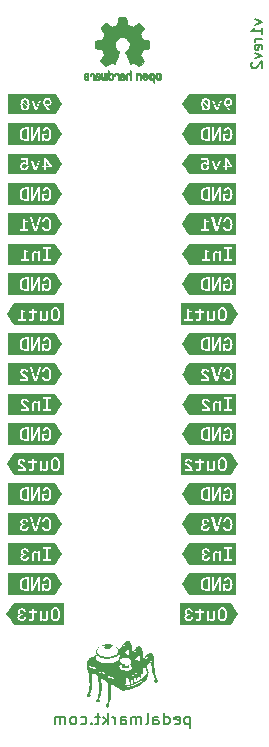
<source format=gbr>
%TF.GenerationSoftware,KiCad,Pcbnew,(6.0.9-0)*%
%TF.CreationDate,2024-11-07T12:08:30+01:00*%
%TF.ProjectId,vca-board,7663612d-626f-4617-9264-2e6b69636164,rev?*%
%TF.SameCoordinates,Original*%
%TF.FileFunction,Legend,Bot*%
%TF.FilePolarity,Positive*%
%FSLAX46Y46*%
G04 Gerber Fmt 4.6, Leading zero omitted, Abs format (unit mm)*
G04 Created by KiCad (PCBNEW (6.0.9-0)) date 2024-11-07 12:08:30*
%MOMM*%
%LPD*%
G01*
G04 APERTURE LIST*
%ADD10C,0.150000*%
%ADD11C,0.010000*%
%ADD12C,5.500000*%
%ADD13C,3.200000*%
%ADD14R,1.700000X1.700000*%
%ADD15O,1.700000X1.700000*%
G04 APERTURE END LIST*
D10*
X67944285Y-102655714D02*
X67944285Y-103655714D01*
X67944285Y-102703333D02*
X67849047Y-102655714D01*
X67658571Y-102655714D01*
X67563333Y-102703333D01*
X67515714Y-102750952D01*
X67468095Y-102846190D01*
X67468095Y-103131904D01*
X67515714Y-103227142D01*
X67563333Y-103274761D01*
X67658571Y-103322380D01*
X67849047Y-103322380D01*
X67944285Y-103274761D01*
X66658571Y-103274761D02*
X66753809Y-103322380D01*
X66944285Y-103322380D01*
X67039523Y-103274761D01*
X67087142Y-103179523D01*
X67087142Y-102798571D01*
X67039523Y-102703333D01*
X66944285Y-102655714D01*
X66753809Y-102655714D01*
X66658571Y-102703333D01*
X66610952Y-102798571D01*
X66610952Y-102893809D01*
X67087142Y-102989047D01*
X65753809Y-103322380D02*
X65753809Y-102322380D01*
X65753809Y-103274761D02*
X65849047Y-103322380D01*
X66039523Y-103322380D01*
X66134761Y-103274761D01*
X66182380Y-103227142D01*
X66230000Y-103131904D01*
X66230000Y-102846190D01*
X66182380Y-102750952D01*
X66134761Y-102703333D01*
X66039523Y-102655714D01*
X65849047Y-102655714D01*
X65753809Y-102703333D01*
X64849047Y-103322380D02*
X64849047Y-102798571D01*
X64896666Y-102703333D01*
X64991904Y-102655714D01*
X65182380Y-102655714D01*
X65277619Y-102703333D01*
X64849047Y-103274761D02*
X64944285Y-103322380D01*
X65182380Y-103322380D01*
X65277619Y-103274761D01*
X65325238Y-103179523D01*
X65325238Y-103084285D01*
X65277619Y-102989047D01*
X65182380Y-102941428D01*
X64944285Y-102941428D01*
X64849047Y-102893809D01*
X64230000Y-103322380D02*
X64325238Y-103274761D01*
X64372857Y-103179523D01*
X64372857Y-102322380D01*
X63849047Y-103322380D02*
X63849047Y-102655714D01*
X63849047Y-102750952D02*
X63801428Y-102703333D01*
X63706190Y-102655714D01*
X63563333Y-102655714D01*
X63468095Y-102703333D01*
X63420476Y-102798571D01*
X63420476Y-103322380D01*
X63420476Y-102798571D02*
X63372857Y-102703333D01*
X63277619Y-102655714D01*
X63134761Y-102655714D01*
X63039523Y-102703333D01*
X62991904Y-102798571D01*
X62991904Y-103322380D01*
X62087142Y-103322380D02*
X62087142Y-102798571D01*
X62134761Y-102703333D01*
X62230000Y-102655714D01*
X62420476Y-102655714D01*
X62515714Y-102703333D01*
X62087142Y-103274761D02*
X62182380Y-103322380D01*
X62420476Y-103322380D01*
X62515714Y-103274761D01*
X62563333Y-103179523D01*
X62563333Y-103084285D01*
X62515714Y-102989047D01*
X62420476Y-102941428D01*
X62182380Y-102941428D01*
X62087142Y-102893809D01*
X61610952Y-103322380D02*
X61610952Y-102655714D01*
X61610952Y-102846190D02*
X61563333Y-102750952D01*
X61515714Y-102703333D01*
X61420476Y-102655714D01*
X61325238Y-102655714D01*
X60991904Y-103322380D02*
X60991904Y-102322380D01*
X60896666Y-102941428D02*
X60610952Y-103322380D01*
X60610952Y-102655714D02*
X60991904Y-103036666D01*
X60325238Y-102655714D02*
X59944285Y-102655714D01*
X60182380Y-102322380D02*
X60182380Y-103179523D01*
X60134761Y-103274761D01*
X60039523Y-103322380D01*
X59944285Y-103322380D01*
X59610952Y-103227142D02*
X59563333Y-103274761D01*
X59610952Y-103322380D01*
X59658571Y-103274761D01*
X59610952Y-103227142D01*
X59610952Y-103322380D01*
X58706190Y-103274761D02*
X58801428Y-103322380D01*
X58991904Y-103322380D01*
X59087142Y-103274761D01*
X59134761Y-103227142D01*
X59182380Y-103131904D01*
X59182380Y-102846190D01*
X59134761Y-102750952D01*
X59087142Y-102703333D01*
X58991904Y-102655714D01*
X58801428Y-102655714D01*
X58706190Y-102703333D01*
X58134761Y-103322380D02*
X58230000Y-103274761D01*
X58277619Y-103227142D01*
X58325238Y-103131904D01*
X58325238Y-102846190D01*
X58277619Y-102750952D01*
X58230000Y-102703333D01*
X58134761Y-102655714D01*
X57991904Y-102655714D01*
X57896666Y-102703333D01*
X57849047Y-102750952D01*
X57801428Y-102846190D01*
X57801428Y-103131904D01*
X57849047Y-103227142D01*
X57896666Y-103274761D01*
X57991904Y-103322380D01*
X58134761Y-103322380D01*
X57372857Y-103322380D02*
X57372857Y-102655714D01*
X57372857Y-102750952D02*
X57325238Y-102703333D01*
X57230000Y-102655714D01*
X57087142Y-102655714D01*
X56991904Y-102703333D01*
X56944285Y-102798571D01*
X56944285Y-103322380D01*
X56944285Y-102798571D02*
X56896666Y-102703333D01*
X56801428Y-102655714D01*
X56658571Y-102655714D01*
X56563333Y-102703333D01*
X56515714Y-102798571D01*
X56515714Y-103322380D01*
X73467142Y-43641428D02*
X74067142Y-43855714D01*
X73467142Y-44070000D01*
X74067142Y-44884285D02*
X74067142Y-44370000D01*
X74067142Y-44627142D02*
X73167142Y-44627142D01*
X73295714Y-44541428D01*
X73381428Y-44455714D01*
X73424285Y-44370000D01*
X74067142Y-45270000D02*
X73467142Y-45270000D01*
X73638571Y-45270000D02*
X73552857Y-45312857D01*
X73510000Y-45355714D01*
X73467142Y-45441428D01*
X73467142Y-45527142D01*
X74024285Y-46170000D02*
X74067142Y-46084285D01*
X74067142Y-45912857D01*
X74024285Y-45827142D01*
X73938571Y-45784285D01*
X73595714Y-45784285D01*
X73510000Y-45827142D01*
X73467142Y-45912857D01*
X73467142Y-46084285D01*
X73510000Y-46170000D01*
X73595714Y-46212857D01*
X73681428Y-46212857D01*
X73767142Y-45784285D01*
X73467142Y-46512857D02*
X74067142Y-46727142D01*
X73467142Y-46941428D01*
X73252857Y-47241428D02*
X73210000Y-47284285D01*
X73167142Y-47370000D01*
X73167142Y-47584285D01*
X73210000Y-47670000D01*
X73252857Y-47712857D01*
X73338571Y-47755714D01*
X73424285Y-47755714D01*
X73552857Y-47712857D01*
X74067142Y-47198571D01*
X74067142Y-47755714D01*
%TO.C,kibuzzard-666B0D3F*%
G36*
X54147134Y-51092894D02*
G01*
X54081252Y-51160759D01*
X53994734Y-51183381D01*
X53908810Y-51159569D01*
X53841540Y-51088131D01*
X53809349Y-51013872D01*
X53790034Y-50918092D01*
X53783596Y-50800794D01*
X53787565Y-50711894D01*
X53799471Y-50629344D01*
X54147134Y-51092894D01*
G37*
G36*
X54080855Y-50440431D02*
G01*
X54148721Y-50511869D01*
X54181353Y-50586305D01*
X54200932Y-50682613D01*
X54207459Y-50800794D01*
X54203490Y-50894059D01*
X54191584Y-50970656D01*
X53843921Y-50508694D01*
X53909405Y-50439637D01*
X53994734Y-50416619D01*
X54080855Y-50440431D01*
G37*
G36*
X55975338Y-50425152D02*
G01*
X56035465Y-50469800D01*
X56074160Y-50536277D01*
X56087059Y-50616644D01*
X56074359Y-50695027D01*
X56036259Y-50758725D01*
X55976330Y-50800992D01*
X55898146Y-50815081D01*
X55820954Y-50800794D01*
X55760827Y-50757931D01*
X55722132Y-50694034D01*
X55709234Y-50616644D01*
X55722330Y-50536277D01*
X55761621Y-50469800D01*
X55821946Y-50425152D01*
X55898146Y-50410269D01*
X55975338Y-50425152D01*
G37*
G36*
X52579610Y-49944602D02*
G01*
X56578125Y-49944602D01*
X57148390Y-50800000D01*
X56578125Y-51655398D01*
X52579610Y-51655398D01*
X52579610Y-50802381D01*
X53613734Y-50802381D01*
X53620133Y-50923825D01*
X53639332Y-51029394D01*
X53671330Y-51119087D01*
X53716127Y-51192906D01*
X53792592Y-51266108D01*
X53885461Y-51310028D01*
X53994734Y-51324669D01*
X54104271Y-51309852D01*
X54197934Y-51265402D01*
X54275721Y-51191319D01*
X54321560Y-51116805D01*
X54354302Y-51026616D01*
X54373948Y-50920749D01*
X54380496Y-50799206D01*
X54373948Y-50679003D01*
X54354302Y-50573980D01*
X54332824Y-50515044D01*
X54550359Y-50515044D01*
X54850396Y-51308794D01*
X55047246Y-51308794D01*
X55306644Y-50626169D01*
X55544134Y-50626169D01*
X55552468Y-50718839D01*
X55577471Y-50803175D01*
X55617159Y-50885130D01*
X55669546Y-50970656D01*
X55888621Y-51308794D01*
X56088646Y-51308794D01*
X55815596Y-50916681D01*
X55934659Y-50937319D01*
X56058087Y-50914498D01*
X56158496Y-50846037D01*
X56207885Y-50779627D01*
X56237518Y-50702104D01*
X56247396Y-50613469D01*
X56236460Y-50520159D01*
X56203652Y-50439197D01*
X56148971Y-50370581D01*
X56077181Y-50318547D01*
X55993043Y-50287326D01*
X55896559Y-50276919D01*
X55798398Y-50287590D01*
X55713467Y-50319605D01*
X55641765Y-50372963D01*
X55587525Y-50443783D01*
X55554981Y-50528185D01*
X55544134Y-50626169D01*
X55306644Y-50626169D01*
X55348871Y-50515044D01*
X55182184Y-50515044D01*
X54953584Y-51140519D01*
X54942471Y-51140519D01*
X54715459Y-50515044D01*
X54550359Y-50515044D01*
X54332824Y-50515044D01*
X54321560Y-50484137D01*
X54275721Y-50409475D01*
X54197934Y-50334951D01*
X54104271Y-50290236D01*
X53994734Y-50275331D01*
X53885461Y-50290236D01*
X53792592Y-50334951D01*
X53716127Y-50409475D01*
X53671330Y-50484336D01*
X53639332Y-50574773D01*
X53620133Y-50680789D01*
X53613734Y-50802381D01*
X52579610Y-50802381D01*
X52579610Y-49944602D01*
G37*
%TO.C,kibuzzard-666B0D4B*%
G36*
X54126761Y-91844812D02*
G01*
X54021986Y-91844812D01*
X53926647Y-91833259D01*
X53848066Y-91798599D01*
X53786242Y-91740831D01*
X53741704Y-91660839D01*
X53714981Y-91559503D01*
X53706073Y-91436825D01*
X53714848Y-91314102D01*
X53741174Y-91213693D01*
X53785051Y-91135597D01*
X53846479Y-91079814D01*
X53925457Y-91046344D01*
X54021986Y-91035188D01*
X54126761Y-91035188D01*
X54126761Y-91844812D01*
G37*
G36*
X52563999Y-90537771D02*
G01*
X56562515Y-90537771D01*
X57164001Y-91440000D01*
X56562515Y-92342229D01*
X52563999Y-92342229D01*
X52563999Y-91436825D01*
X53536211Y-91436825D01*
X53543801Y-91559410D01*
X53566572Y-91668402D01*
X53604523Y-91763800D01*
X53657654Y-91845606D01*
X53725371Y-91911239D01*
X53807078Y-91958120D01*
X53902774Y-91986249D01*
X54012461Y-91995625D01*
X54293448Y-91995625D01*
X54515698Y-91995625D01*
X54683973Y-91995625D01*
X55079261Y-91201875D01*
X55090373Y-91201875D01*
X55090373Y-91995625D01*
X55245948Y-91995625D01*
X55455498Y-91995625D01*
X55584086Y-91995625D01*
X55603136Y-91900375D01*
X55614248Y-91900375D01*
X55692829Y-91974988D01*
X55762084Y-92002372D01*
X55850786Y-92011500D01*
X55963234Y-91995537D01*
X56057161Y-91947647D01*
X56132567Y-91867831D01*
X56175975Y-91788407D01*
X56206981Y-91693802D01*
X56225584Y-91584016D01*
X56231786Y-91459050D01*
X56224939Y-91327734D01*
X56204401Y-91211598D01*
X56170171Y-91110643D01*
X56122248Y-91024869D01*
X56039874Y-90937997D01*
X55938804Y-90885874D01*
X55819036Y-90868500D01*
X55725726Y-90878466D01*
X55644763Y-90908364D01*
X55576148Y-90958194D01*
X55521997Y-91025839D01*
X55484426Y-91109183D01*
X55463436Y-91208225D01*
X55638061Y-91208225D01*
X55675808Y-91105037D01*
X55736133Y-91043125D01*
X55819036Y-91022488D01*
X55920636Y-91050467D01*
X55996836Y-91134406D01*
X56032113Y-91220219D01*
X56053280Y-91328434D01*
X56060336Y-91459050D01*
X56050747Y-91604782D01*
X56021982Y-91718130D01*
X55974039Y-91799093D01*
X55906920Y-91847670D01*
X55820623Y-91863863D01*
X55736684Y-91848781D01*
X55672192Y-91803538D01*
X55631115Y-91730116D01*
X55617423Y-91630500D01*
X55617423Y-91541600D01*
X55828561Y-91541600D01*
X55828561Y-91408250D01*
X55455498Y-91408250D01*
X55455498Y-91995625D01*
X55245948Y-91995625D01*
X55245948Y-90884375D01*
X55077673Y-90884375D01*
X54682386Y-91679713D01*
X54671273Y-91679713D01*
X54671273Y-90884375D01*
X54515698Y-90884375D01*
X54515698Y-91995625D01*
X54293448Y-91995625D01*
X54293448Y-90884375D01*
X54012461Y-90884375D01*
X53903419Y-90893652D01*
X53808070Y-90921483D01*
X53726413Y-90967868D01*
X53658448Y-91032806D01*
X53604969Y-91113719D01*
X53566770Y-91208027D01*
X53543850Y-91315729D01*
X53536211Y-91436825D01*
X52563999Y-91436825D01*
X52563999Y-90537771D01*
G37*
%TO.C,kibuzzard-666B105D*%
G36*
X67169859Y-80377771D02*
G01*
X71420655Y-80377771D01*
X72022141Y-81280000D01*
X71420655Y-82182229D01*
X67169859Y-82182229D01*
X67169859Y-81086325D01*
X67500588Y-81086325D01*
X67518844Y-81195069D01*
X67570438Y-81281588D01*
X67624413Y-81335562D01*
X67676801Y-81375250D01*
X67851426Y-81495900D01*
X67922863Y-81557813D01*
X67969959Y-81625017D01*
X67992713Y-81697512D01*
X67505351Y-81697512D01*
X67505351Y-81835625D01*
X68183213Y-81835625D01*
X68183213Y-81775300D01*
X68169918Y-81663480D01*
X68130032Y-81562972D01*
X68063555Y-81473774D01*
X67970488Y-81395888D01*
X67813326Y-81287938D01*
X67743476Y-81234756D01*
X67693469Y-81173637D01*
X67692996Y-81172050D01*
X68419751Y-81172050D01*
X68742013Y-81172050D01*
X68742013Y-81554638D01*
X68722787Y-81644596D01*
X68665108Y-81698571D01*
X68568976Y-81716562D01*
X68464201Y-81703863D01*
X68464201Y-81834038D01*
X68534844Y-81847134D01*
X68607076Y-81851500D01*
X68713946Y-81840705D01*
X68726985Y-81835625D01*
X69388126Y-81835625D01*
X69534176Y-81835625D01*
X69550051Y-81737200D01*
X69561163Y-81737200D01*
X69623076Y-81800700D01*
X69702980Y-81838800D01*
X69800876Y-81851500D01*
X69920930Y-81830862D01*
X70014394Y-81768950D01*
X70074521Y-81670128D01*
X70094563Y-81538763D01*
X70094563Y-81280000D01*
X70294588Y-81280000D01*
X70301285Y-81406206D01*
X70321377Y-81518125D01*
X70354864Y-81615756D01*
X70401744Y-81699100D01*
X70481560Y-81783767D01*
X70578133Y-81834567D01*
X70691463Y-81851500D01*
X70805675Y-81834743D01*
X70902777Y-81784472D01*
X70982769Y-81700688D01*
X71029650Y-81617840D01*
X71063137Y-81520109D01*
X71083228Y-81407496D01*
X71089926Y-81280000D01*
X71083228Y-81153794D01*
X71063137Y-81041875D01*
X71029650Y-80944244D01*
X70982769Y-80860900D01*
X70902777Y-80776233D01*
X70805675Y-80725433D01*
X70691463Y-80708500D01*
X70578133Y-80725433D01*
X70481560Y-80776233D01*
X70401744Y-80860900D01*
X70354864Y-80944244D01*
X70321377Y-81041875D01*
X70301285Y-81153794D01*
X70294588Y-81280000D01*
X70094563Y-81280000D01*
X70094563Y-81041875D01*
X69932638Y-81041875D01*
X69932638Y-81510187D01*
X69919740Y-81599087D01*
X69881044Y-81662588D01*
X69822109Y-81700688D01*
X69748488Y-81713388D01*
X69669113Y-81699894D01*
X69605613Y-81659412D01*
X69563941Y-81591944D01*
X69550051Y-81497487D01*
X69550051Y-81041875D01*
X69388126Y-81041875D01*
X69388126Y-81835625D01*
X68726985Y-81835625D01*
X68797068Y-81808320D01*
X68856440Y-81754345D01*
X68892064Y-81678780D01*
X68903938Y-81581625D01*
X68903938Y-81172050D01*
X69156351Y-81172050D01*
X69156351Y-81041875D01*
X69026176Y-81041875D01*
X68919019Y-81010125D01*
X68888063Y-80899000D01*
X68888063Y-80825975D01*
X68742013Y-80825975D01*
X68742013Y-81041875D01*
X68419751Y-81041875D01*
X68419751Y-81172050D01*
X67692996Y-81172050D01*
X67668863Y-81091088D01*
X67712519Y-80983931D01*
X67826026Y-80941862D01*
X67901432Y-80956150D01*
X67959376Y-80999013D01*
X67997476Y-81059734D01*
X68013351Y-81127600D01*
X68181626Y-81127600D01*
X68167426Y-81044433D01*
X68133295Y-80968497D01*
X68079232Y-80899794D01*
X68007530Y-80845554D01*
X67920482Y-80813010D01*
X67818088Y-80802162D01*
X67689104Y-80821609D01*
X67587901Y-80879950D01*
X67522416Y-80970438D01*
X67500588Y-81086325D01*
X67169859Y-81086325D01*
X67169859Y-80377771D01*
G37*
G36*
X70787904Y-80889277D02*
G01*
X70861326Y-80969644D01*
X70895722Y-81051753D01*
X70916359Y-81155205D01*
X70923238Y-81280000D01*
X70916359Y-81404795D01*
X70895722Y-81508247D01*
X70861326Y-81590356D01*
X70787904Y-81670723D01*
X70691463Y-81697512D01*
X70596213Y-81670723D01*
X70523188Y-81590356D01*
X70488792Y-81508247D01*
X70468155Y-81404795D01*
X70461276Y-81280000D01*
X70468155Y-81155205D01*
X70488792Y-81051753D01*
X70523188Y-80969644D01*
X70596213Y-80889277D01*
X70691463Y-80862488D01*
X70787904Y-80889277D01*
G37*
%TO.C,kibuzzard-666B0FB2*%
G36*
X52563999Y-72757771D02*
G01*
X56562515Y-72757771D01*
X57164001Y-73660000D01*
X56562515Y-74562229D01*
X52563999Y-74562229D01*
X52563999Y-73466325D01*
X53599711Y-73466325D01*
X53617967Y-73575069D01*
X53669561Y-73661588D01*
X53723536Y-73715562D01*
X53775923Y-73755250D01*
X53950548Y-73875900D01*
X54021986Y-73937813D01*
X54069081Y-74005017D01*
X54091836Y-74077512D01*
X53604473Y-74077512D01*
X53604473Y-74215625D01*
X54282336Y-74215625D01*
X54282336Y-74155300D01*
X54269040Y-74043480D01*
X54229154Y-73942972D01*
X54162678Y-73853774D01*
X54069611Y-73775888D01*
X53912448Y-73667938D01*
X53842598Y-73614756D01*
X53792592Y-73553637D01*
X53767986Y-73471088D01*
X53811642Y-73363931D01*
X53925148Y-73321862D01*
X54000554Y-73336150D01*
X54058498Y-73379013D01*
X54096598Y-73439734D01*
X54112473Y-73507600D01*
X54280748Y-73507600D01*
X54266549Y-73424433D01*
X54232418Y-73348497D01*
X54178354Y-73279794D01*
X54106652Y-73225554D01*
X54019604Y-73193010D01*
X53917211Y-73182162D01*
X53788226Y-73201609D01*
X53687023Y-73259950D01*
X53621539Y-73350438D01*
X53599711Y-73466325D01*
X52563999Y-73466325D01*
X52563999Y-73104375D01*
X54449023Y-73104375D01*
X54785573Y-74215625D01*
X54990361Y-74215625D01*
X55094199Y-73871138D01*
X55438036Y-73871138D01*
X55461584Y-73980058D01*
X55502594Y-74069751D01*
X55561067Y-74140219D01*
X55634180Y-74190931D01*
X55719111Y-74221358D01*
X55815861Y-74231500D01*
X55939774Y-74214743D01*
X56042697Y-74164472D01*
X56124629Y-74080688D01*
X56171510Y-73998138D01*
X56204997Y-73901300D01*
X56225088Y-73790175D01*
X56231786Y-73664763D01*
X56224939Y-73537118D01*
X56204401Y-73424058D01*
X56170171Y-73325583D01*
X56122248Y-73241694D01*
X56039522Y-73156586D01*
X55937393Y-73105522D01*
X55815861Y-73088500D01*
X55720611Y-73098554D01*
X55638061Y-73128717D01*
X55568211Y-73178987D01*
X55512824Y-73250072D01*
X55473666Y-73342676D01*
X55450736Y-73456800D01*
X55622186Y-73456800D01*
X55657816Y-73337737D01*
X55722374Y-73266300D01*
X55815861Y-73242488D01*
X55919048Y-73270467D01*
X55996836Y-73354406D01*
X56032995Y-73438632D01*
X56054691Y-73542084D01*
X56061923Y-73664763D01*
X56054603Y-73788499D01*
X56032643Y-73890893D01*
X55996042Y-73971944D01*
X55918056Y-74051120D01*
X55815861Y-74077512D01*
X55718847Y-74054582D01*
X55650055Y-73985790D01*
X55609486Y-73871138D01*
X55438036Y-73871138D01*
X55094199Y-73871138D01*
X55325323Y-73104375D01*
X55145936Y-73104375D01*
X54893523Y-73974325D01*
X54880823Y-73974325D01*
X54628411Y-73104375D01*
X54449023Y-73104375D01*
X52563999Y-73104375D01*
X52563999Y-72757771D01*
G37*
%TO.C,kibuzzard-666B107B*%
G36*
X70798223Y-93589277D02*
G01*
X70871644Y-93669644D01*
X70906040Y-93751753D01*
X70926678Y-93855205D01*
X70933557Y-93980000D01*
X70926678Y-94104795D01*
X70906040Y-94208247D01*
X70871644Y-94290356D01*
X70798223Y-94370723D01*
X70701782Y-94397512D01*
X70606532Y-94370723D01*
X70533507Y-94290356D01*
X70499111Y-94208247D01*
X70478474Y-94104795D01*
X70471594Y-93980000D01*
X70478474Y-93855205D01*
X70499111Y-93751753D01*
X70533507Y-93669644D01*
X70606532Y-93589277D01*
X70701782Y-93562488D01*
X70798223Y-93589277D01*
G37*
G36*
X67159540Y-93077771D02*
G01*
X71430974Y-93077771D01*
X72032460Y-93980000D01*
X71430974Y-94882229D01*
X67159540Y-94882229D01*
X67159540Y-94253050D01*
X67490269Y-94253050D01*
X67515471Y-94371716D01*
X67591076Y-94467363D01*
X67665071Y-94514106D01*
X67752648Y-94542151D01*
X67853807Y-94551500D01*
X67952232Y-94542416D01*
X68035840Y-94515164D01*
X68104632Y-94469744D01*
X68157019Y-94408449D01*
X68191415Y-94333572D01*
X68207819Y-94245113D01*
X68044307Y-94245113D01*
X68024463Y-94311788D01*
X67987157Y-94365762D01*
X67931198Y-94401481D01*
X67855394Y-94413388D01*
X67776416Y-94401680D01*
X67714107Y-94366556D01*
X67673626Y-94313177D01*
X67660132Y-94246700D01*
X67673030Y-94179033D01*
X67711726Y-94125256D01*
X67772646Y-94090133D01*
X67852219Y-94078425D01*
X67944294Y-94078425D01*
X67944294Y-93951425D01*
X67860157Y-93951425D01*
X67790109Y-93940709D01*
X67735538Y-93908562D01*
X67710095Y-93872050D01*
X68430069Y-93872050D01*
X68752332Y-93872050D01*
X68752332Y-94254638D01*
X68733106Y-94344596D01*
X68675426Y-94398571D01*
X68579294Y-94416562D01*
X68474519Y-94403863D01*
X68474519Y-94534038D01*
X68545163Y-94547134D01*
X68617394Y-94551500D01*
X68724265Y-94540705D01*
X68737304Y-94535625D01*
X69398444Y-94535625D01*
X69544494Y-94535625D01*
X69560369Y-94437200D01*
X69571482Y-94437200D01*
X69633394Y-94500700D01*
X69713299Y-94538800D01*
X69811194Y-94551500D01*
X69931249Y-94530862D01*
X70024713Y-94468950D01*
X70084840Y-94370128D01*
X70104882Y-94238763D01*
X70104882Y-93980000D01*
X70304907Y-93980000D01*
X70311604Y-94106206D01*
X70331696Y-94218125D01*
X70365182Y-94315756D01*
X70412063Y-94399100D01*
X70491879Y-94483767D01*
X70588452Y-94534567D01*
X70701782Y-94551500D01*
X70815994Y-94534743D01*
X70913096Y-94484472D01*
X70993088Y-94400688D01*
X71039969Y-94317840D01*
X71073455Y-94220109D01*
X71093547Y-94107496D01*
X71100244Y-93980000D01*
X71093547Y-93853794D01*
X71073455Y-93741875D01*
X71039969Y-93644244D01*
X70993088Y-93560900D01*
X70913096Y-93476233D01*
X70815994Y-93425433D01*
X70701782Y-93408500D01*
X70588452Y-93425433D01*
X70491879Y-93476233D01*
X70412063Y-93560900D01*
X70365182Y-93644244D01*
X70331696Y-93741875D01*
X70311604Y-93853794D01*
X70304907Y-93980000D01*
X70104882Y-93980000D01*
X70104882Y-93741875D01*
X69942957Y-93741875D01*
X69942957Y-94210187D01*
X69930059Y-94299087D01*
X69891363Y-94362588D01*
X69832427Y-94400688D01*
X69758807Y-94413388D01*
X69679432Y-94399894D01*
X69615932Y-94359412D01*
X69574260Y-94291944D01*
X69560369Y-94197487D01*
X69560369Y-93741875D01*
X69398444Y-93741875D01*
X69398444Y-94535625D01*
X68737304Y-94535625D01*
X68807386Y-94508320D01*
X68866759Y-94454345D01*
X68902382Y-94378780D01*
X68914257Y-94281625D01*
X68914257Y-93872050D01*
X69166669Y-93872050D01*
X69166669Y-93741875D01*
X69036494Y-93741875D01*
X68929338Y-93710125D01*
X68898382Y-93599000D01*
X68898382Y-93525975D01*
X68752332Y-93525975D01*
X68752332Y-93741875D01*
X68430069Y-93741875D01*
X68430069Y-93872050D01*
X67710095Y-93872050D01*
X67700415Y-93858159D01*
X67688707Y-93792675D01*
X67700216Y-93729373D01*
X67734744Y-93679169D01*
X67787926Y-93646427D01*
X67855394Y-93635512D01*
X67972869Y-93674406D01*
X68012954Y-93721039D01*
X68034782Y-93783150D01*
X68193532Y-93783150D01*
X68163766Y-93669644D01*
X68087169Y-93579950D01*
X68016261Y-93536735D01*
X67936886Y-93510806D01*
X67849044Y-93502162D01*
X67723037Y-93521609D01*
X67618063Y-93579950D01*
X67547221Y-93670041D01*
X67523607Y-93784737D01*
X67539129Y-93874519D01*
X67585696Y-93947015D01*
X67663307Y-94002225D01*
X67663307Y-94011750D01*
X67592068Y-94046675D01*
X67537101Y-94100650D01*
X67501977Y-94170500D01*
X67490269Y-94253050D01*
X67159540Y-94253050D01*
X67159540Y-93077771D01*
G37*
%TO.C,kibuzzard-666B0D69*%
G36*
X69460247Y-71524812D02*
G01*
X69355472Y-71524812D01*
X69260134Y-71513259D01*
X69181552Y-71478599D01*
X69119728Y-71420831D01*
X69075190Y-71340839D01*
X69048467Y-71239503D01*
X69039559Y-71116825D01*
X69048335Y-70994102D01*
X69074661Y-70893693D01*
X69118537Y-70815597D01*
X69179965Y-70759814D01*
X69258943Y-70726344D01*
X69355472Y-70715188D01*
X69460247Y-70715188D01*
X69460247Y-71524812D01*
G37*
G36*
X67295999Y-71120000D02*
G01*
X67298116Y-71116825D01*
X68869697Y-71116825D01*
X68877287Y-71239410D01*
X68900058Y-71348402D01*
X68938009Y-71443800D01*
X68991140Y-71525606D01*
X69058857Y-71591239D01*
X69140564Y-71638120D01*
X69236260Y-71666249D01*
X69345947Y-71675625D01*
X69626934Y-71675625D01*
X69849184Y-71675625D01*
X70017459Y-71675625D01*
X70412747Y-70881875D01*
X70423859Y-70881875D01*
X70423859Y-71675625D01*
X70579434Y-71675625D01*
X70788984Y-71675625D01*
X70917572Y-71675625D01*
X70936622Y-71580375D01*
X70947734Y-71580375D01*
X71026315Y-71654988D01*
X71095570Y-71682372D01*
X71184272Y-71691500D01*
X71296720Y-71675537D01*
X71390647Y-71627647D01*
X71466053Y-71547831D01*
X71509461Y-71468407D01*
X71540467Y-71373802D01*
X71559071Y-71264016D01*
X71565272Y-71139050D01*
X71558426Y-71007734D01*
X71537887Y-70891598D01*
X71503657Y-70790643D01*
X71455734Y-70704869D01*
X71373361Y-70617997D01*
X71272290Y-70565874D01*
X71152522Y-70548500D01*
X71059212Y-70558466D01*
X70978249Y-70588364D01*
X70909634Y-70638194D01*
X70855483Y-70705839D01*
X70817912Y-70789183D01*
X70796922Y-70888225D01*
X70971547Y-70888225D01*
X71009294Y-70785037D01*
X71069619Y-70723125D01*
X71152522Y-70702488D01*
X71254122Y-70730467D01*
X71330322Y-70814406D01*
X71365599Y-70900219D01*
X71386766Y-71008434D01*
X71393822Y-71139050D01*
X71384233Y-71284782D01*
X71355468Y-71398130D01*
X71307525Y-71479093D01*
X71240406Y-71527670D01*
X71154109Y-71543863D01*
X71070170Y-71528781D01*
X71005678Y-71483538D01*
X70964601Y-71410116D01*
X70950909Y-71310500D01*
X70950909Y-71221600D01*
X71162047Y-71221600D01*
X71162047Y-71088250D01*
X70788984Y-71088250D01*
X70788984Y-71675625D01*
X70579434Y-71675625D01*
X70579434Y-70564375D01*
X70411159Y-70564375D01*
X70015872Y-71359713D01*
X70004759Y-71359713D01*
X70004759Y-70564375D01*
X69849184Y-70564375D01*
X69849184Y-71675625D01*
X69626934Y-71675625D01*
X69626934Y-70564375D01*
X69345947Y-70564375D01*
X69236905Y-70573652D01*
X69141556Y-70601483D01*
X69059899Y-70647868D01*
X68991934Y-70712806D01*
X68938455Y-70793719D01*
X68900256Y-70888027D01*
X68877337Y-70995729D01*
X68869697Y-71116825D01*
X67298116Y-71116825D01*
X67897485Y-70217771D01*
X71896001Y-70217771D01*
X71896001Y-72022229D01*
X67897485Y-72022229D01*
X67295999Y-71120000D01*
G37*
%TO.C,kibuzzard-666B0E3A*%
G36*
X52569291Y-62613646D02*
G01*
X56567806Y-62613646D01*
X57158709Y-63500000D01*
X56567806Y-64386354D01*
X52569291Y-64386354D01*
X52569291Y-64055625D01*
X53624052Y-64055625D01*
X54316202Y-64055625D01*
X54568615Y-64055625D01*
X54730540Y-64055625D01*
X54730540Y-63587313D01*
X54743438Y-63498413D01*
X54782134Y-63434912D01*
X54841069Y-63396812D01*
X54914690Y-63384112D01*
X54994065Y-63397606D01*
X55057565Y-63438088D01*
X55099237Y-63505556D01*
X55113127Y-63600013D01*
X55113127Y-64055625D01*
X55275052Y-64055625D01*
X55514765Y-64055625D01*
X56237077Y-64055625D01*
X56237077Y-63907988D01*
X55957677Y-63907988D01*
X55957677Y-63092013D01*
X56229140Y-63092013D01*
X56229140Y-62944375D01*
X55522702Y-62944375D01*
X55522702Y-63092013D01*
X55790990Y-63092013D01*
X55790990Y-63907988D01*
X55514765Y-63907988D01*
X55514765Y-64055625D01*
X55275052Y-64055625D01*
X55275052Y-63261875D01*
X55129002Y-63261875D01*
X55113127Y-63360300D01*
X55102015Y-63360300D01*
X55040102Y-63296800D01*
X54960198Y-63258700D01*
X54862302Y-63246000D01*
X54742248Y-63266637D01*
X54648784Y-63328550D01*
X54588657Y-63427372D01*
X54568615Y-63558737D01*
X54568615Y-64055625D01*
X54316202Y-64055625D01*
X54316202Y-63920688D01*
X54049502Y-63920688D01*
X54049502Y-63352363D01*
X54289215Y-63352363D01*
X54289215Y-63220600D01*
X54174915Y-63220600D01*
X54095540Y-63206312D01*
X54047915Y-63163450D01*
X54032040Y-63092013D01*
X54032040Y-63039625D01*
X53882815Y-63039625D01*
X53882815Y-63920688D01*
X53624052Y-63920688D01*
X53624052Y-64055625D01*
X52569291Y-64055625D01*
X52569291Y-62613646D01*
G37*
%TO.C,kibuzzard-666B0FCE*%
G36*
X52563999Y-85457771D02*
G01*
X56562515Y-85457771D01*
X57164001Y-86360000D01*
X56562515Y-87262229D01*
X52563999Y-87262229D01*
X52563999Y-86633050D01*
X53579073Y-86633050D01*
X53604275Y-86751716D01*
X53679879Y-86847363D01*
X53753874Y-86894106D01*
X53841452Y-86922151D01*
X53942611Y-86931500D01*
X54041036Y-86922416D01*
X54124644Y-86895164D01*
X54193436Y-86849744D01*
X54245823Y-86788449D01*
X54280219Y-86713572D01*
X54296623Y-86625113D01*
X54133111Y-86625113D01*
X54113267Y-86691788D01*
X54075961Y-86745762D01*
X54020001Y-86781481D01*
X53944198Y-86793388D01*
X53865220Y-86781680D01*
X53802911Y-86746556D01*
X53762429Y-86693177D01*
X53748936Y-86626700D01*
X53761834Y-86559033D01*
X53800529Y-86505256D01*
X53861450Y-86470133D01*
X53941023Y-86458425D01*
X54033098Y-86458425D01*
X54033098Y-86331425D01*
X53948961Y-86331425D01*
X53878912Y-86320709D01*
X53824342Y-86288562D01*
X53789218Y-86238159D01*
X53777511Y-86172675D01*
X53789020Y-86109373D01*
X53823548Y-86059169D01*
X53876729Y-86026427D01*
X53944198Y-86015512D01*
X54061673Y-86054406D01*
X54101757Y-86101039D01*
X54123586Y-86163150D01*
X54282336Y-86163150D01*
X54252570Y-86049644D01*
X54175973Y-85959950D01*
X54105065Y-85916735D01*
X54025690Y-85890806D01*
X53937848Y-85882162D01*
X53811840Y-85901609D01*
X53706867Y-85959950D01*
X53636025Y-86050041D01*
X53612411Y-86164737D01*
X53627933Y-86254519D01*
X53674499Y-86327015D01*
X53752111Y-86382225D01*
X53752111Y-86391750D01*
X53680872Y-86426675D01*
X53625904Y-86480650D01*
X53590781Y-86550500D01*
X53579073Y-86633050D01*
X52563999Y-86633050D01*
X52563999Y-85804375D01*
X54449023Y-85804375D01*
X54785573Y-86915625D01*
X54990361Y-86915625D01*
X55094199Y-86571138D01*
X55438036Y-86571138D01*
X55461584Y-86680058D01*
X55502594Y-86769751D01*
X55561067Y-86840219D01*
X55634180Y-86890931D01*
X55719111Y-86921358D01*
X55815861Y-86931500D01*
X55939774Y-86914743D01*
X56042697Y-86864472D01*
X56124629Y-86780688D01*
X56171510Y-86698138D01*
X56204997Y-86601300D01*
X56225088Y-86490175D01*
X56231786Y-86364763D01*
X56224939Y-86237118D01*
X56204401Y-86124058D01*
X56170171Y-86025583D01*
X56122248Y-85941694D01*
X56039522Y-85856586D01*
X55937393Y-85805522D01*
X55815861Y-85788500D01*
X55720611Y-85798554D01*
X55638061Y-85828717D01*
X55568211Y-85878987D01*
X55512824Y-85950072D01*
X55473666Y-86042676D01*
X55450736Y-86156800D01*
X55622186Y-86156800D01*
X55657816Y-86037737D01*
X55722374Y-85966300D01*
X55815861Y-85942488D01*
X55919048Y-85970467D01*
X55996836Y-86054406D01*
X56032995Y-86138632D01*
X56054691Y-86242084D01*
X56061923Y-86364763D01*
X56054603Y-86488499D01*
X56032643Y-86590893D01*
X55996042Y-86671944D01*
X55918056Y-86751120D01*
X55815861Y-86777512D01*
X55718847Y-86754582D01*
X55650055Y-86685790D01*
X55609486Y-86571138D01*
X55438036Y-86571138D01*
X55094199Y-86571138D01*
X55325323Y-85804375D01*
X55145936Y-85804375D01*
X54893523Y-86674325D01*
X54880823Y-86674325D01*
X54628411Y-85804375D01*
X54449023Y-85804375D01*
X52563999Y-85804375D01*
X52563999Y-85457771D01*
G37*
%TO.C,kibuzzard-666B0D69*%
G36*
X69460247Y-79144812D02*
G01*
X69355472Y-79144812D01*
X69260134Y-79133259D01*
X69181552Y-79098599D01*
X69119728Y-79040831D01*
X69075190Y-78960839D01*
X69048467Y-78859503D01*
X69039559Y-78736825D01*
X69048335Y-78614102D01*
X69074661Y-78513693D01*
X69118537Y-78435597D01*
X69179965Y-78379814D01*
X69258943Y-78346344D01*
X69355472Y-78335188D01*
X69460247Y-78335188D01*
X69460247Y-79144812D01*
G37*
G36*
X67295999Y-78740000D02*
G01*
X67298116Y-78736825D01*
X68869697Y-78736825D01*
X68877287Y-78859410D01*
X68900058Y-78968402D01*
X68938009Y-79063800D01*
X68991140Y-79145606D01*
X69058857Y-79211239D01*
X69140564Y-79258120D01*
X69236260Y-79286249D01*
X69345947Y-79295625D01*
X69626934Y-79295625D01*
X69849184Y-79295625D01*
X70017459Y-79295625D01*
X70412747Y-78501875D01*
X70423859Y-78501875D01*
X70423859Y-79295625D01*
X70579434Y-79295625D01*
X70788984Y-79295625D01*
X70917572Y-79295625D01*
X70936622Y-79200375D01*
X70947734Y-79200375D01*
X71026315Y-79274988D01*
X71095570Y-79302372D01*
X71184272Y-79311500D01*
X71296720Y-79295537D01*
X71390647Y-79247647D01*
X71466053Y-79167831D01*
X71509461Y-79088407D01*
X71540467Y-78993802D01*
X71559071Y-78884016D01*
X71565272Y-78759050D01*
X71558426Y-78627734D01*
X71537887Y-78511598D01*
X71503657Y-78410643D01*
X71455734Y-78324869D01*
X71373361Y-78237997D01*
X71272290Y-78185874D01*
X71152522Y-78168500D01*
X71059212Y-78178466D01*
X70978249Y-78208364D01*
X70909634Y-78258194D01*
X70855483Y-78325839D01*
X70817912Y-78409183D01*
X70796922Y-78508225D01*
X70971547Y-78508225D01*
X71009294Y-78405037D01*
X71069619Y-78343125D01*
X71152522Y-78322488D01*
X71254122Y-78350467D01*
X71330322Y-78434406D01*
X71365599Y-78520219D01*
X71386766Y-78628434D01*
X71393822Y-78759050D01*
X71384233Y-78904782D01*
X71355468Y-79018130D01*
X71307525Y-79099093D01*
X71240406Y-79147670D01*
X71154109Y-79163863D01*
X71070170Y-79148781D01*
X71005678Y-79103538D01*
X70964601Y-79030116D01*
X70950909Y-78930500D01*
X70950909Y-78841600D01*
X71162047Y-78841600D01*
X71162047Y-78708250D01*
X70788984Y-78708250D01*
X70788984Y-79295625D01*
X70579434Y-79295625D01*
X70579434Y-78184375D01*
X70411159Y-78184375D01*
X70015872Y-78979713D01*
X70004759Y-78979713D01*
X70004759Y-78184375D01*
X69849184Y-78184375D01*
X69849184Y-79295625D01*
X69626934Y-79295625D01*
X69626934Y-78184375D01*
X69345947Y-78184375D01*
X69236905Y-78193652D01*
X69141556Y-78221483D01*
X69059899Y-78267868D01*
X68991934Y-78332806D01*
X68938455Y-78413719D01*
X68900256Y-78508027D01*
X68877337Y-78615729D01*
X68869697Y-78736825D01*
X67298116Y-78736825D01*
X67897485Y-77837771D01*
X71896001Y-77837771D01*
X71896001Y-79642229D01*
X67897485Y-79642229D01*
X67295999Y-78740000D01*
G37*
%TO.C,kibuzzard-666B0D4B*%
G36*
X52563999Y-70217771D02*
G01*
X56562515Y-70217771D01*
X57164001Y-71120000D01*
X56562515Y-72022229D01*
X52563999Y-72022229D01*
X52563999Y-71116825D01*
X53536211Y-71116825D01*
X53543801Y-71239410D01*
X53566572Y-71348402D01*
X53604523Y-71443800D01*
X53657654Y-71525606D01*
X53725371Y-71591239D01*
X53807078Y-71638120D01*
X53902774Y-71666249D01*
X54012461Y-71675625D01*
X54293448Y-71675625D01*
X54515698Y-71675625D01*
X54683973Y-71675625D01*
X55079261Y-70881875D01*
X55090373Y-70881875D01*
X55090373Y-71675625D01*
X55245948Y-71675625D01*
X55455498Y-71675625D01*
X55584086Y-71675625D01*
X55603136Y-71580375D01*
X55614248Y-71580375D01*
X55692829Y-71654988D01*
X55762084Y-71682372D01*
X55850786Y-71691500D01*
X55963234Y-71675537D01*
X56057161Y-71627647D01*
X56132567Y-71547831D01*
X56175975Y-71468407D01*
X56206981Y-71373802D01*
X56225584Y-71264016D01*
X56231786Y-71139050D01*
X56224939Y-71007734D01*
X56204401Y-70891598D01*
X56170171Y-70790643D01*
X56122248Y-70704869D01*
X56039874Y-70617997D01*
X55938804Y-70565874D01*
X55819036Y-70548500D01*
X55725726Y-70558466D01*
X55644763Y-70588364D01*
X55576148Y-70638194D01*
X55521997Y-70705839D01*
X55484426Y-70789183D01*
X55463436Y-70888225D01*
X55638061Y-70888225D01*
X55675808Y-70785037D01*
X55736133Y-70723125D01*
X55819036Y-70702488D01*
X55920636Y-70730467D01*
X55996836Y-70814406D01*
X56032113Y-70900219D01*
X56053280Y-71008434D01*
X56060336Y-71139050D01*
X56050747Y-71284782D01*
X56021982Y-71398130D01*
X55974039Y-71479093D01*
X55906920Y-71527670D01*
X55820623Y-71543863D01*
X55736684Y-71528781D01*
X55672192Y-71483538D01*
X55631115Y-71410116D01*
X55617423Y-71310500D01*
X55617423Y-71221600D01*
X55828561Y-71221600D01*
X55828561Y-71088250D01*
X55455498Y-71088250D01*
X55455498Y-71675625D01*
X55245948Y-71675625D01*
X55245948Y-70564375D01*
X55077673Y-70564375D01*
X54682386Y-71359713D01*
X54671273Y-71359713D01*
X54671273Y-70564375D01*
X54515698Y-70564375D01*
X54515698Y-71675625D01*
X54293448Y-71675625D01*
X54293448Y-70564375D01*
X54012461Y-70564375D01*
X53903419Y-70573652D01*
X53808070Y-70601483D01*
X53726413Y-70647868D01*
X53658448Y-70712806D01*
X53604969Y-70793719D01*
X53566770Y-70888027D01*
X53543850Y-70995729D01*
X53536211Y-71116825D01*
X52563999Y-71116825D01*
X52563999Y-70217771D01*
G37*
G36*
X54126761Y-71524812D02*
G01*
X54021986Y-71524812D01*
X53926647Y-71513259D01*
X53848066Y-71478599D01*
X53786242Y-71420831D01*
X53741704Y-71340839D01*
X53714981Y-71239503D01*
X53706073Y-71116825D01*
X53714848Y-70994102D01*
X53741174Y-70893693D01*
X53785051Y-70815597D01*
X53846479Y-70759814D01*
X53925457Y-70726344D01*
X54021986Y-70715188D01*
X54126761Y-70715188D01*
X54126761Y-71524812D01*
G37*
%TO.C,kibuzzard-666B0D69*%
G36*
X67295999Y-53340000D02*
G01*
X67298116Y-53336825D01*
X68869697Y-53336825D01*
X68877287Y-53459410D01*
X68900058Y-53568402D01*
X68938009Y-53663800D01*
X68991140Y-53745606D01*
X69058857Y-53811239D01*
X69140564Y-53858120D01*
X69236260Y-53886249D01*
X69345947Y-53895625D01*
X69626934Y-53895625D01*
X69849184Y-53895625D01*
X70017459Y-53895625D01*
X70412747Y-53101875D01*
X70423859Y-53101875D01*
X70423859Y-53895625D01*
X70579434Y-53895625D01*
X70788984Y-53895625D01*
X70917572Y-53895625D01*
X70936622Y-53800375D01*
X70947734Y-53800375D01*
X71026315Y-53874988D01*
X71095570Y-53902372D01*
X71184272Y-53911500D01*
X71296720Y-53895537D01*
X71390647Y-53847647D01*
X71466053Y-53767831D01*
X71509461Y-53688407D01*
X71540467Y-53593802D01*
X71559071Y-53484016D01*
X71565272Y-53359050D01*
X71558426Y-53227734D01*
X71537887Y-53111598D01*
X71503657Y-53010643D01*
X71455734Y-52924869D01*
X71373361Y-52837997D01*
X71272290Y-52785874D01*
X71152522Y-52768500D01*
X71059212Y-52778466D01*
X70978249Y-52808364D01*
X70909634Y-52858194D01*
X70855483Y-52925839D01*
X70817912Y-53009183D01*
X70796922Y-53108225D01*
X70971547Y-53108225D01*
X71009294Y-53005037D01*
X71069619Y-52943125D01*
X71152522Y-52922488D01*
X71254122Y-52950467D01*
X71330322Y-53034406D01*
X71365599Y-53120219D01*
X71386766Y-53228434D01*
X71393822Y-53359050D01*
X71384233Y-53504782D01*
X71355468Y-53618130D01*
X71307525Y-53699093D01*
X71240406Y-53747670D01*
X71154109Y-53763863D01*
X71070170Y-53748781D01*
X71005678Y-53703538D01*
X70964601Y-53630116D01*
X70950909Y-53530500D01*
X70950909Y-53441600D01*
X71162047Y-53441600D01*
X71162047Y-53308250D01*
X70788984Y-53308250D01*
X70788984Y-53895625D01*
X70579434Y-53895625D01*
X70579434Y-52784375D01*
X70411159Y-52784375D01*
X70015872Y-53579713D01*
X70004759Y-53579713D01*
X70004759Y-52784375D01*
X69849184Y-52784375D01*
X69849184Y-53895625D01*
X69626934Y-53895625D01*
X69626934Y-52784375D01*
X69345947Y-52784375D01*
X69236905Y-52793652D01*
X69141556Y-52821483D01*
X69059899Y-52867868D01*
X68991934Y-52932806D01*
X68938455Y-53013719D01*
X68900256Y-53108027D01*
X68877337Y-53215729D01*
X68869697Y-53336825D01*
X67298116Y-53336825D01*
X67897485Y-52437771D01*
X71896001Y-52437771D01*
X71896001Y-54242229D01*
X67897485Y-54242229D01*
X67295999Y-53340000D01*
G37*
G36*
X69460247Y-53744812D02*
G01*
X69355472Y-53744812D01*
X69260134Y-53733259D01*
X69181552Y-53698599D01*
X69119728Y-53640831D01*
X69075190Y-53560839D01*
X69048467Y-53459503D01*
X69039559Y-53336825D01*
X69048335Y-53214102D01*
X69074661Y-53113693D01*
X69118537Y-53035597D01*
X69179965Y-52979814D01*
X69258943Y-52946344D01*
X69355472Y-52935188D01*
X69460247Y-52935188D01*
X69460247Y-53744812D01*
G37*
G36*
X67295999Y-66040000D02*
G01*
X67298116Y-66036825D01*
X68869697Y-66036825D01*
X68877287Y-66159410D01*
X68900058Y-66268402D01*
X68938009Y-66363800D01*
X68991140Y-66445606D01*
X69058857Y-66511239D01*
X69140564Y-66558120D01*
X69236260Y-66586249D01*
X69345947Y-66595625D01*
X69626934Y-66595625D01*
X69849184Y-66595625D01*
X70017459Y-66595625D01*
X70412747Y-65801875D01*
X70423859Y-65801875D01*
X70423859Y-66595625D01*
X70579434Y-66595625D01*
X70788984Y-66595625D01*
X70917572Y-66595625D01*
X70936622Y-66500375D01*
X70947734Y-66500375D01*
X71026315Y-66574988D01*
X71095570Y-66602372D01*
X71184272Y-66611500D01*
X71296720Y-66595537D01*
X71390647Y-66547647D01*
X71466053Y-66467831D01*
X71509461Y-66388407D01*
X71540467Y-66293802D01*
X71559071Y-66184016D01*
X71565272Y-66059050D01*
X71558426Y-65927734D01*
X71537887Y-65811598D01*
X71503657Y-65710643D01*
X71455734Y-65624869D01*
X71373361Y-65537997D01*
X71272290Y-65485874D01*
X71152522Y-65468500D01*
X71059212Y-65478466D01*
X70978249Y-65508364D01*
X70909634Y-65558194D01*
X70855483Y-65625839D01*
X70817912Y-65709183D01*
X70796922Y-65808225D01*
X70971547Y-65808225D01*
X71009294Y-65705037D01*
X71069619Y-65643125D01*
X71152522Y-65622488D01*
X71254122Y-65650467D01*
X71330322Y-65734406D01*
X71365599Y-65820219D01*
X71386766Y-65928434D01*
X71393822Y-66059050D01*
X71384233Y-66204782D01*
X71355468Y-66318130D01*
X71307525Y-66399093D01*
X71240406Y-66447670D01*
X71154109Y-66463863D01*
X71070170Y-66448781D01*
X71005678Y-66403538D01*
X70964601Y-66330116D01*
X70950909Y-66230500D01*
X70950909Y-66141600D01*
X71162047Y-66141600D01*
X71162047Y-66008250D01*
X70788984Y-66008250D01*
X70788984Y-66595625D01*
X70579434Y-66595625D01*
X70579434Y-65484375D01*
X70411159Y-65484375D01*
X70015872Y-66279713D01*
X70004759Y-66279713D01*
X70004759Y-65484375D01*
X69849184Y-65484375D01*
X69849184Y-66595625D01*
X69626934Y-66595625D01*
X69626934Y-65484375D01*
X69345947Y-65484375D01*
X69236905Y-65493652D01*
X69141556Y-65521483D01*
X69059899Y-65567868D01*
X68991934Y-65632806D01*
X68938455Y-65713719D01*
X68900256Y-65808027D01*
X68877337Y-65915729D01*
X68869697Y-66036825D01*
X67298116Y-66036825D01*
X67897485Y-65137771D01*
X71896001Y-65137771D01*
X71896001Y-66942229D01*
X67897485Y-66942229D01*
X67295999Y-66040000D01*
G37*
G36*
X69460247Y-66444812D02*
G01*
X69355472Y-66444812D01*
X69260134Y-66433259D01*
X69181552Y-66398599D01*
X69119728Y-66340831D01*
X69075190Y-66260839D01*
X69048467Y-66159503D01*
X69039559Y-66036825D01*
X69048335Y-65914102D01*
X69074661Y-65813693D01*
X69118537Y-65735597D01*
X69179965Y-65679814D01*
X69258943Y-65646344D01*
X69355472Y-65635188D01*
X69460247Y-65635188D01*
X69460247Y-66444812D01*
G37*
%TO.C,kibuzzard-666B0FFF*%
G36*
X67301291Y-63500000D02*
G01*
X67892194Y-62613646D01*
X71890709Y-62613646D01*
X71890709Y-64386354D01*
X67892194Y-64386354D01*
X67671708Y-64055625D01*
X68946955Y-64055625D01*
X69639105Y-64055625D01*
X69891518Y-64055625D01*
X70053443Y-64055625D01*
X70053443Y-63587313D01*
X70066341Y-63498413D01*
X70105036Y-63434912D01*
X70163972Y-63396812D01*
X70237593Y-63384112D01*
X70316968Y-63397606D01*
X70380468Y-63438088D01*
X70422139Y-63505556D01*
X70436030Y-63600013D01*
X70436030Y-64055625D01*
X70597955Y-64055625D01*
X70837668Y-64055625D01*
X71559980Y-64055625D01*
X71559980Y-63907988D01*
X71280580Y-63907988D01*
X71280580Y-63092013D01*
X71552043Y-63092013D01*
X71552043Y-62944375D01*
X70845605Y-62944375D01*
X70845605Y-63092013D01*
X71113893Y-63092013D01*
X71113893Y-63907988D01*
X70837668Y-63907988D01*
X70837668Y-64055625D01*
X70597955Y-64055625D01*
X70597955Y-63261875D01*
X70451905Y-63261875D01*
X70436030Y-63360300D01*
X70424918Y-63360300D01*
X70363005Y-63296800D01*
X70283101Y-63258700D01*
X70185205Y-63246000D01*
X70065150Y-63266637D01*
X69971686Y-63328550D01*
X69911560Y-63427372D01*
X69891518Y-63558737D01*
X69891518Y-64055625D01*
X69639105Y-64055625D01*
X69639105Y-63920688D01*
X69372405Y-63920688D01*
X69372405Y-63352363D01*
X69612118Y-63352363D01*
X69612118Y-63220600D01*
X69497818Y-63220600D01*
X69418443Y-63206312D01*
X69370818Y-63163450D01*
X69354943Y-63092013D01*
X69354943Y-63039625D01*
X69205718Y-63039625D01*
X69205718Y-63920688D01*
X68946955Y-63920688D01*
X68946955Y-64055625D01*
X67671708Y-64055625D01*
X67301291Y-63500000D01*
G37*
%TO.C,kibuzzard-666B0D69*%
G36*
X69460247Y-84224812D02*
G01*
X69355472Y-84224812D01*
X69260134Y-84213259D01*
X69181552Y-84178599D01*
X69119728Y-84120831D01*
X69075190Y-84040839D01*
X69048467Y-83939503D01*
X69039559Y-83816825D01*
X69048335Y-83694102D01*
X69074661Y-83593693D01*
X69118537Y-83515597D01*
X69179965Y-83459814D01*
X69258943Y-83426344D01*
X69355472Y-83415188D01*
X69460247Y-83415188D01*
X69460247Y-84224812D01*
G37*
G36*
X67295999Y-83820000D02*
G01*
X67298116Y-83816825D01*
X68869697Y-83816825D01*
X68877287Y-83939410D01*
X68900058Y-84048402D01*
X68938009Y-84143800D01*
X68991140Y-84225606D01*
X69058857Y-84291239D01*
X69140564Y-84338120D01*
X69236260Y-84366249D01*
X69345947Y-84375625D01*
X69626934Y-84375625D01*
X69849184Y-84375625D01*
X70017459Y-84375625D01*
X70412747Y-83581875D01*
X70423859Y-83581875D01*
X70423859Y-84375625D01*
X70579434Y-84375625D01*
X70788984Y-84375625D01*
X70917572Y-84375625D01*
X70936622Y-84280375D01*
X70947734Y-84280375D01*
X71026315Y-84354988D01*
X71095570Y-84382372D01*
X71184272Y-84391500D01*
X71296720Y-84375537D01*
X71390647Y-84327647D01*
X71466053Y-84247831D01*
X71509461Y-84168407D01*
X71540467Y-84073802D01*
X71559071Y-83964016D01*
X71565272Y-83839050D01*
X71558426Y-83707734D01*
X71537887Y-83591598D01*
X71503657Y-83490643D01*
X71455734Y-83404869D01*
X71373361Y-83317997D01*
X71272290Y-83265874D01*
X71152522Y-83248500D01*
X71059212Y-83258466D01*
X70978249Y-83288364D01*
X70909634Y-83338194D01*
X70855483Y-83405839D01*
X70817912Y-83489183D01*
X70796922Y-83588225D01*
X70971547Y-83588225D01*
X71009294Y-83485037D01*
X71069619Y-83423125D01*
X71152522Y-83402488D01*
X71254122Y-83430467D01*
X71330322Y-83514406D01*
X71365599Y-83600219D01*
X71386766Y-83708434D01*
X71393822Y-83839050D01*
X71384233Y-83984782D01*
X71355468Y-84098130D01*
X71307525Y-84179093D01*
X71240406Y-84227670D01*
X71154109Y-84243863D01*
X71070170Y-84228781D01*
X71005678Y-84183538D01*
X70964601Y-84110116D01*
X70950909Y-84010500D01*
X70950909Y-83921600D01*
X71162047Y-83921600D01*
X71162047Y-83788250D01*
X70788984Y-83788250D01*
X70788984Y-84375625D01*
X70579434Y-84375625D01*
X70579434Y-83264375D01*
X70411159Y-83264375D01*
X70015872Y-84059713D01*
X70004759Y-84059713D01*
X70004759Y-83264375D01*
X69849184Y-83264375D01*
X69849184Y-84375625D01*
X69626934Y-84375625D01*
X69626934Y-83264375D01*
X69345947Y-83264375D01*
X69236905Y-83273652D01*
X69141556Y-83301483D01*
X69059899Y-83347868D01*
X68991934Y-83412806D01*
X68938455Y-83493719D01*
X68900256Y-83588027D01*
X68877337Y-83695729D01*
X68869697Y-83816825D01*
X67298116Y-83816825D01*
X67897485Y-82917771D01*
X71896001Y-82917771D01*
X71896001Y-84722229D01*
X67897485Y-84722229D01*
X67295999Y-83820000D01*
G37*
%TO.C,kibuzzard-666B0D6E*%
G36*
X71357838Y-56026050D02*
G01*
X71072088Y-56026050D01*
X71072088Y-55583138D01*
X71084788Y-55583138D01*
X71357838Y-56026050D01*
G37*
G36*
X67314520Y-55880000D02*
G01*
X67878964Y-55033333D01*
X71877480Y-55033333D01*
X71877480Y-56726667D01*
X67878964Y-56726667D01*
X67433053Y-56057800D01*
X68884513Y-56057800D01*
X68895802Y-56153579D01*
X68929669Y-56235600D01*
X68986113Y-56303863D01*
X69060373Y-56355015D01*
X69147686Y-56385707D01*
X69248051Y-56395938D01*
X69342066Y-56386589D01*
X69423029Y-56358543D01*
X69490938Y-56311800D01*
X69542973Y-56249358D01*
X69576311Y-56174217D01*
X69590951Y-56086375D01*
X69433788Y-56086375D01*
X69416127Y-56160194D01*
X69375845Y-56216550D01*
X69317306Y-56252269D01*
X69244876Y-56264175D01*
X69165898Y-56250483D01*
X69103588Y-56209406D01*
X69063107Y-56144914D01*
X69049613Y-56060975D01*
X69062512Y-55977036D01*
X69101207Y-55909369D01*
X69161334Y-55864720D01*
X69238526Y-55849838D01*
X69346476Y-55876825D01*
X69422676Y-55953025D01*
X69568726Y-55919688D01*
X69536341Y-55586313D01*
X69792563Y-55586313D01*
X70092601Y-56380063D01*
X70289451Y-56380063D01*
X70376319Y-56151463D01*
X70741888Y-56151463D01*
X70916513Y-56151463D01*
X70916513Y-56380063D01*
X71072088Y-56380063D01*
X71072088Y-56151463D01*
X71546751Y-56151463D01*
X71546751Y-56070500D01*
X71086376Y-55364063D01*
X70916513Y-55364063D01*
X70916513Y-56026050D01*
X70741888Y-56026050D01*
X70741888Y-56151463D01*
X70376319Y-56151463D01*
X70591076Y-55586313D01*
X70424388Y-55586313D01*
X70195788Y-56211788D01*
X70184676Y-56211788D01*
X69957663Y-55586313D01*
X69792563Y-55586313D01*
X69536341Y-55586313D01*
X69514751Y-55364063D01*
X68932138Y-55364063D01*
X68932138Y-55500588D01*
X69373463Y-55500588D01*
X69403626Y-55792688D01*
X69316710Y-55741491D01*
X69205188Y-55724425D01*
X69115936Y-55734920D01*
X69038677Y-55766406D01*
X68973413Y-55818881D01*
X68924024Y-55887408D01*
X68894391Y-55967048D01*
X68884513Y-56057800D01*
X67433053Y-56057800D01*
X67314520Y-55880000D01*
G37*
%TO.C,kibuzzard-666B0D54*%
G36*
X52582520Y-55033333D02*
G01*
X56581036Y-55033333D01*
X57145480Y-55880000D01*
X56581036Y-56726667D01*
X52582520Y-56726667D01*
X52582520Y-56057800D01*
X53588069Y-56057800D01*
X53599358Y-56153579D01*
X53633224Y-56235600D01*
X53689669Y-56303863D01*
X53763929Y-56355015D01*
X53851241Y-56385707D01*
X53951606Y-56395938D01*
X54045622Y-56386589D01*
X54126584Y-56358543D01*
X54194494Y-56311800D01*
X54246529Y-56249358D01*
X54279866Y-56174217D01*
X54294506Y-56086375D01*
X54137344Y-56086375D01*
X54119683Y-56160194D01*
X54079400Y-56216550D01*
X54020861Y-56252269D01*
X53948431Y-56264175D01*
X53869453Y-56250483D01*
X53807144Y-56209406D01*
X53766663Y-56144914D01*
X53753169Y-56060975D01*
X53766067Y-55977036D01*
X53804763Y-55909369D01*
X53864889Y-55864720D01*
X53942081Y-55849838D01*
X54050031Y-55876825D01*
X54126231Y-55953025D01*
X54272281Y-55919688D01*
X54239896Y-55586313D01*
X54496119Y-55586313D01*
X54796156Y-56380063D01*
X54993006Y-56380063D01*
X55079874Y-56151463D01*
X55445444Y-56151463D01*
X55620069Y-56151463D01*
X55620069Y-56380063D01*
X55775644Y-56380063D01*
X55775644Y-56151463D01*
X56250306Y-56151463D01*
X56250306Y-56070500D01*
X55789931Y-55364063D01*
X55620069Y-55364063D01*
X55620069Y-56026050D01*
X55445444Y-56026050D01*
X55445444Y-56151463D01*
X55079874Y-56151463D01*
X55294631Y-55586313D01*
X55127944Y-55586313D01*
X54899344Y-56211788D01*
X54888231Y-56211788D01*
X54661219Y-55586313D01*
X54496119Y-55586313D01*
X54239896Y-55586313D01*
X54218306Y-55364063D01*
X53635694Y-55364063D01*
X53635694Y-55500588D01*
X54077019Y-55500588D01*
X54107181Y-55792688D01*
X54020266Y-55741491D01*
X53908744Y-55724425D01*
X53819491Y-55734920D01*
X53742233Y-55766406D01*
X53676969Y-55818881D01*
X53627580Y-55887408D01*
X53597947Y-55967048D01*
X53588069Y-56057800D01*
X52582520Y-56057800D01*
X52582520Y-55033333D01*
G37*
G36*
X56061394Y-56026050D02*
G01*
X55775644Y-56026050D01*
X55775644Y-55583138D01*
X55788344Y-55583138D01*
X56061394Y-56026050D01*
G37*
%TO.C,kibuzzard-666B1074*%
G36*
X67298645Y-88900000D02*
G01*
X67894839Y-88005708D01*
X71893355Y-88005708D01*
X71893355Y-89794292D01*
X67894839Y-89794292D01*
X67475387Y-89165113D01*
X68940076Y-89165113D01*
X68965277Y-89283778D01*
X69040882Y-89379425D01*
X69114877Y-89426168D01*
X69202454Y-89454214D01*
X69303613Y-89463563D01*
X69402038Y-89454478D01*
X69422870Y-89447688D01*
X69894163Y-89447688D01*
X70056088Y-89447688D01*
X70056088Y-88979375D01*
X70068987Y-88890475D01*
X70107682Y-88826975D01*
X70166618Y-88788875D01*
X70240238Y-88776175D01*
X70319613Y-88789669D01*
X70383113Y-88830150D01*
X70424785Y-88897619D01*
X70438676Y-88992075D01*
X70438676Y-89447688D01*
X70600601Y-89447688D01*
X70840313Y-89447688D01*
X71562626Y-89447688D01*
X71562626Y-89300050D01*
X71283226Y-89300050D01*
X71283226Y-88484075D01*
X71554688Y-88484075D01*
X71554688Y-88336437D01*
X70848251Y-88336437D01*
X70848251Y-88484075D01*
X71116538Y-88484075D01*
X71116538Y-89300050D01*
X70840313Y-89300050D01*
X70840313Y-89447688D01*
X70600601Y-89447688D01*
X70600601Y-88653938D01*
X70454551Y-88653938D01*
X70438676Y-88752363D01*
X70427563Y-88752363D01*
X70365651Y-88688862D01*
X70285747Y-88650763D01*
X70187851Y-88638063D01*
X70067796Y-88658700D01*
X69974332Y-88720613D01*
X69914206Y-88819434D01*
X69894163Y-88950800D01*
X69894163Y-89447688D01*
X69422870Y-89447688D01*
X69485647Y-89427226D01*
X69554438Y-89381806D01*
X69606826Y-89320511D01*
X69641222Y-89245634D01*
X69657626Y-89157175D01*
X69494113Y-89157175D01*
X69474270Y-89223850D01*
X69436963Y-89277825D01*
X69381004Y-89313544D01*
X69305201Y-89325450D01*
X69226223Y-89313742D01*
X69163913Y-89278619D01*
X69123432Y-89225239D01*
X69109938Y-89158762D01*
X69122837Y-89091095D01*
X69161532Y-89037319D01*
X69222452Y-89002195D01*
X69302026Y-88990488D01*
X69394101Y-88990488D01*
X69394101Y-88863488D01*
X69309963Y-88863488D01*
X69239915Y-88852772D01*
X69185345Y-88820625D01*
X69150221Y-88770222D01*
X69138513Y-88704737D01*
X69150023Y-88641436D01*
X69184551Y-88591231D01*
X69237732Y-88558489D01*
X69305201Y-88547575D01*
X69422676Y-88586469D01*
X69462760Y-88633102D01*
X69484588Y-88695213D01*
X69643338Y-88695213D01*
X69613573Y-88581706D01*
X69536976Y-88492013D01*
X69466068Y-88448797D01*
X69386693Y-88422868D01*
X69298851Y-88414225D01*
X69172843Y-88433672D01*
X69067870Y-88492013D01*
X68997027Y-88582103D01*
X68973413Y-88696800D01*
X68988936Y-88786582D01*
X69035502Y-88859078D01*
X69113113Y-88914288D01*
X69113113Y-88923812D01*
X69041874Y-88958737D01*
X68986907Y-89012713D01*
X68951784Y-89082563D01*
X68940076Y-89165113D01*
X67475387Y-89165113D01*
X67298645Y-88900000D01*
G37*
%TO.C,kibuzzard-666B0D69*%
G36*
X67295999Y-58420000D02*
G01*
X67298116Y-58416825D01*
X68869697Y-58416825D01*
X68877287Y-58539410D01*
X68900058Y-58648402D01*
X68938009Y-58743800D01*
X68991140Y-58825606D01*
X69058857Y-58891239D01*
X69140564Y-58938120D01*
X69236260Y-58966249D01*
X69345947Y-58975625D01*
X69626934Y-58975625D01*
X69849184Y-58975625D01*
X70017459Y-58975625D01*
X70412747Y-58181875D01*
X70423859Y-58181875D01*
X70423859Y-58975625D01*
X70579434Y-58975625D01*
X70788984Y-58975625D01*
X70917572Y-58975625D01*
X70936622Y-58880375D01*
X70947734Y-58880375D01*
X71026315Y-58954988D01*
X71095570Y-58982372D01*
X71184272Y-58991500D01*
X71296720Y-58975537D01*
X71390647Y-58927647D01*
X71466053Y-58847831D01*
X71509461Y-58768407D01*
X71540467Y-58673802D01*
X71559071Y-58564016D01*
X71565272Y-58439050D01*
X71558426Y-58307734D01*
X71537887Y-58191598D01*
X71503657Y-58090643D01*
X71455734Y-58004869D01*
X71373361Y-57917997D01*
X71272290Y-57865874D01*
X71152522Y-57848500D01*
X71059212Y-57858466D01*
X70978249Y-57888364D01*
X70909634Y-57938194D01*
X70855483Y-58005839D01*
X70817912Y-58089183D01*
X70796922Y-58188225D01*
X70971547Y-58188225D01*
X71009294Y-58085037D01*
X71069619Y-58023125D01*
X71152522Y-58002488D01*
X71254122Y-58030467D01*
X71330322Y-58114406D01*
X71365599Y-58200219D01*
X71386766Y-58308434D01*
X71393822Y-58439050D01*
X71384233Y-58584782D01*
X71355468Y-58698130D01*
X71307525Y-58779093D01*
X71240406Y-58827670D01*
X71154109Y-58843863D01*
X71070170Y-58828781D01*
X71005678Y-58783538D01*
X70964601Y-58710116D01*
X70950909Y-58610500D01*
X70950909Y-58521600D01*
X71162047Y-58521600D01*
X71162047Y-58388250D01*
X70788984Y-58388250D01*
X70788984Y-58975625D01*
X70579434Y-58975625D01*
X70579434Y-57864375D01*
X70411159Y-57864375D01*
X70015872Y-58659713D01*
X70004759Y-58659713D01*
X70004759Y-57864375D01*
X69849184Y-57864375D01*
X69849184Y-58975625D01*
X69626934Y-58975625D01*
X69626934Y-57864375D01*
X69345947Y-57864375D01*
X69236905Y-57873652D01*
X69141556Y-57901483D01*
X69059899Y-57947868D01*
X68991934Y-58012806D01*
X68938455Y-58093719D01*
X68900256Y-58188027D01*
X68877337Y-58295729D01*
X68869697Y-58416825D01*
X67298116Y-58416825D01*
X67897485Y-57517771D01*
X71896001Y-57517771D01*
X71896001Y-59322229D01*
X67897485Y-59322229D01*
X67295999Y-58420000D01*
G37*
G36*
X69460247Y-58824812D02*
G01*
X69355472Y-58824812D01*
X69260134Y-58813259D01*
X69181552Y-58778599D01*
X69119728Y-58720831D01*
X69075190Y-58640839D01*
X69048467Y-58539503D01*
X69039559Y-58416825D01*
X69048335Y-58294102D01*
X69074661Y-58193693D01*
X69118537Y-58115597D01*
X69179965Y-58059814D01*
X69258943Y-58026344D01*
X69355472Y-58015188D01*
X69460247Y-58015188D01*
X69460247Y-58824812D01*
G37*
%TO.C,kibuzzard-666B0FB7*%
G36*
X52569291Y-75313646D02*
G01*
X56567806Y-75313646D01*
X57158709Y-76200000D01*
X56567806Y-77086354D01*
X52569291Y-77086354D01*
X52569291Y-76006325D01*
X53635165Y-76006325D01*
X53653421Y-76115069D01*
X53705015Y-76201588D01*
X53758990Y-76255562D01*
X53811377Y-76295250D01*
X53986002Y-76415900D01*
X54057440Y-76477813D01*
X54104536Y-76545017D01*
X54127290Y-76617512D01*
X53639927Y-76617512D01*
X53639927Y-76755625D01*
X54317790Y-76755625D01*
X54568615Y-76755625D01*
X54730540Y-76755625D01*
X54730540Y-76287313D01*
X54743438Y-76198413D01*
X54782134Y-76134912D01*
X54841069Y-76096812D01*
X54914690Y-76084112D01*
X54994065Y-76097606D01*
X55057565Y-76138088D01*
X55099237Y-76205556D01*
X55113127Y-76300013D01*
X55113127Y-76755625D01*
X55275052Y-76755625D01*
X55514765Y-76755625D01*
X56237077Y-76755625D01*
X56237077Y-76607988D01*
X55957677Y-76607988D01*
X55957677Y-75792013D01*
X56229140Y-75792013D01*
X56229140Y-75644375D01*
X55522702Y-75644375D01*
X55522702Y-75792013D01*
X55790990Y-75792013D01*
X55790990Y-76607988D01*
X55514765Y-76607988D01*
X55514765Y-76755625D01*
X55275052Y-76755625D01*
X55275052Y-75961875D01*
X55129002Y-75961875D01*
X55113127Y-76060300D01*
X55102015Y-76060300D01*
X55040102Y-75996800D01*
X54960198Y-75958700D01*
X54862302Y-75946000D01*
X54742248Y-75966637D01*
X54648784Y-76028550D01*
X54588657Y-76127372D01*
X54568615Y-76258737D01*
X54568615Y-76755625D01*
X54317790Y-76755625D01*
X54317790Y-76695300D01*
X54304494Y-76583480D01*
X54264609Y-76482972D01*
X54198132Y-76393774D01*
X54105065Y-76315888D01*
X53947902Y-76207938D01*
X53878052Y-76154756D01*
X53828046Y-76093637D01*
X53803440Y-76011088D01*
X53847096Y-75903931D01*
X53960602Y-75861862D01*
X54036009Y-75876150D01*
X54093952Y-75919013D01*
X54132052Y-75979734D01*
X54147927Y-76047600D01*
X54316202Y-76047600D01*
X54302003Y-75964433D01*
X54267872Y-75888497D01*
X54213809Y-75819794D01*
X54142106Y-75765554D01*
X54055059Y-75733010D01*
X53952665Y-75722162D01*
X53823680Y-75741609D01*
X53722477Y-75799950D01*
X53656993Y-75890438D01*
X53635165Y-76006325D01*
X52569291Y-76006325D01*
X52569291Y-75313646D01*
G37*
%TO.C,kibuzzard-666B106F*%
G36*
X67295999Y-86360000D02*
G01*
X67666416Y-85804375D01*
X69782509Y-85804375D01*
X70119059Y-86915625D01*
X70323847Y-86915625D01*
X70427685Y-86571138D01*
X70771522Y-86571138D01*
X70795070Y-86680058D01*
X70836080Y-86769751D01*
X70894553Y-86840219D01*
X70967666Y-86890931D01*
X71052597Y-86921358D01*
X71149347Y-86931500D01*
X71273260Y-86914743D01*
X71376183Y-86864472D01*
X71458115Y-86780688D01*
X71504996Y-86698138D01*
X71538483Y-86601300D01*
X71558574Y-86490175D01*
X71565272Y-86364763D01*
X71558426Y-86237118D01*
X71537887Y-86124058D01*
X71503657Y-86025583D01*
X71455734Y-85941694D01*
X71373008Y-85856586D01*
X71270879Y-85805522D01*
X71149347Y-85788500D01*
X71054097Y-85798554D01*
X70971547Y-85828717D01*
X70901697Y-85878987D01*
X70846311Y-85950072D01*
X70807152Y-86042676D01*
X70784222Y-86156800D01*
X70955672Y-86156800D01*
X70991302Y-86037737D01*
X71055861Y-85966300D01*
X71149347Y-85942488D01*
X71252534Y-85970467D01*
X71330322Y-86054406D01*
X71366481Y-86138632D01*
X71388177Y-86242084D01*
X71395409Y-86364763D01*
X71388089Y-86488499D01*
X71366129Y-86590893D01*
X71329528Y-86671944D01*
X71251542Y-86751120D01*
X71149347Y-86777512D01*
X71052333Y-86754582D01*
X70983541Y-86685790D01*
X70942972Y-86571138D01*
X70771522Y-86571138D01*
X70427685Y-86571138D01*
X70658809Y-85804375D01*
X70479422Y-85804375D01*
X70227009Y-86674325D01*
X70214309Y-86674325D01*
X69961897Y-85804375D01*
X69782509Y-85804375D01*
X67666416Y-85804375D01*
X67897485Y-85457771D01*
X71896001Y-85457771D01*
X71896001Y-87262229D01*
X67897485Y-87262229D01*
X67478032Y-86633050D01*
X68912559Y-86633050D01*
X68937761Y-86751716D01*
X69013365Y-86847363D01*
X69087361Y-86894106D01*
X69174938Y-86922151D01*
X69276097Y-86931500D01*
X69374522Y-86922416D01*
X69458130Y-86895164D01*
X69526922Y-86849744D01*
X69579309Y-86788449D01*
X69613705Y-86713572D01*
X69630109Y-86625113D01*
X69466597Y-86625113D01*
X69446753Y-86691788D01*
X69409447Y-86745762D01*
X69353487Y-86781481D01*
X69277684Y-86793388D01*
X69198706Y-86781680D01*
X69136397Y-86746556D01*
X69095915Y-86693177D01*
X69082422Y-86626700D01*
X69095320Y-86559033D01*
X69134015Y-86505256D01*
X69194936Y-86470133D01*
X69274509Y-86458425D01*
X69366584Y-86458425D01*
X69366584Y-86331425D01*
X69282447Y-86331425D01*
X69212398Y-86320709D01*
X69157828Y-86288562D01*
X69122705Y-86238159D01*
X69110997Y-86172675D01*
X69122506Y-86109373D01*
X69157034Y-86059169D01*
X69210215Y-86026427D01*
X69277684Y-86015512D01*
X69395159Y-86054406D01*
X69435244Y-86101039D01*
X69457072Y-86163150D01*
X69615822Y-86163150D01*
X69586056Y-86049644D01*
X69509459Y-85959950D01*
X69438551Y-85916735D01*
X69359176Y-85890806D01*
X69271334Y-85882162D01*
X69145326Y-85901609D01*
X69040353Y-85959950D01*
X68969511Y-86050041D01*
X68945897Y-86164737D01*
X68961419Y-86254519D01*
X69007986Y-86327015D01*
X69085597Y-86382225D01*
X69085597Y-86391750D01*
X69014358Y-86426675D01*
X68959390Y-86480650D01*
X68924267Y-86550500D01*
X68912559Y-86633050D01*
X67478032Y-86633050D01*
X67295999Y-86360000D01*
G37*
%TO.C,kibuzzard-666B0E01*%
G36*
X70793460Y-68189277D02*
G01*
X70866882Y-68269644D01*
X70901278Y-68351753D01*
X70921915Y-68455205D01*
X70928794Y-68580000D01*
X70921915Y-68704795D01*
X70901278Y-68808247D01*
X70866882Y-68890356D01*
X70793460Y-68970723D01*
X70697019Y-68997512D01*
X70601769Y-68970723D01*
X70528744Y-68890356D01*
X70494349Y-68808247D01*
X70473711Y-68704795D01*
X70466832Y-68580000D01*
X70473711Y-68455205D01*
X70494349Y-68351753D01*
X70528744Y-68269644D01*
X70601769Y-68189277D01*
X70697019Y-68162488D01*
X70793460Y-68189277D01*
G37*
G36*
X67164303Y-67677771D02*
G01*
X71426211Y-67677771D01*
X72027697Y-68580000D01*
X71426211Y-69482229D01*
X67164303Y-69482229D01*
X67164303Y-69135625D01*
X67495032Y-69135625D01*
X68187182Y-69135625D01*
X68187182Y-69000688D01*
X67920482Y-69000688D01*
X67920482Y-68472050D01*
X68425307Y-68472050D01*
X68747569Y-68472050D01*
X68747569Y-68854638D01*
X68728343Y-68944596D01*
X68670664Y-68998571D01*
X68574532Y-69016562D01*
X68469757Y-69003863D01*
X68469757Y-69134038D01*
X68540401Y-69147134D01*
X68612632Y-69151500D01*
X68719502Y-69140705D01*
X68732541Y-69135625D01*
X69393682Y-69135625D01*
X69539732Y-69135625D01*
X69555607Y-69037200D01*
X69566719Y-69037200D01*
X69628632Y-69100700D01*
X69708536Y-69138800D01*
X69806432Y-69151500D01*
X69926487Y-69130862D01*
X70019951Y-69068950D01*
X70080077Y-68970128D01*
X70100119Y-68838763D01*
X70100119Y-68580000D01*
X70300144Y-68580000D01*
X70306842Y-68706206D01*
X70326934Y-68818125D01*
X70360420Y-68915756D01*
X70407301Y-68999100D01*
X70487117Y-69083767D01*
X70583690Y-69134567D01*
X70697019Y-69151500D01*
X70811231Y-69134743D01*
X70908333Y-69084472D01*
X70988326Y-69000688D01*
X71035207Y-68917840D01*
X71068693Y-68820109D01*
X71088785Y-68707496D01*
X71095482Y-68580000D01*
X71088785Y-68453794D01*
X71068693Y-68341875D01*
X71035207Y-68244244D01*
X70988326Y-68160900D01*
X70908333Y-68076233D01*
X70811231Y-68025433D01*
X70697019Y-68008500D01*
X70583690Y-68025433D01*
X70487117Y-68076233D01*
X70407301Y-68160900D01*
X70360420Y-68244244D01*
X70326934Y-68341875D01*
X70306842Y-68453794D01*
X70300144Y-68580000D01*
X70100119Y-68580000D01*
X70100119Y-68341875D01*
X69938194Y-68341875D01*
X69938194Y-68810187D01*
X69925296Y-68899087D01*
X69886601Y-68962588D01*
X69827665Y-69000688D01*
X69754044Y-69013388D01*
X69674669Y-68999894D01*
X69611169Y-68959412D01*
X69569498Y-68891944D01*
X69555607Y-68797487D01*
X69555607Y-68341875D01*
X69393682Y-68341875D01*
X69393682Y-69135625D01*
X68732541Y-69135625D01*
X68802624Y-69108320D01*
X68861996Y-69054345D01*
X68897620Y-68978780D01*
X68909494Y-68881625D01*
X68909494Y-68472050D01*
X69161907Y-68472050D01*
X69161907Y-68341875D01*
X69031732Y-68341875D01*
X68924576Y-68310125D01*
X68893619Y-68199000D01*
X68893619Y-68125975D01*
X68747569Y-68125975D01*
X68747569Y-68341875D01*
X68425307Y-68341875D01*
X68425307Y-68472050D01*
X67920482Y-68472050D01*
X67920482Y-68432363D01*
X68160194Y-68432363D01*
X68160194Y-68300600D01*
X68045894Y-68300600D01*
X67966519Y-68286312D01*
X67918894Y-68243450D01*
X67903019Y-68172013D01*
X67903019Y-68119625D01*
X67753794Y-68119625D01*
X67753794Y-69000688D01*
X67495032Y-69000688D01*
X67495032Y-69135625D01*
X67164303Y-69135625D01*
X67164303Y-67677771D01*
G37*
%TO.C,kibuzzard-666B0E2E*%
G36*
X52563999Y-60057771D02*
G01*
X56562515Y-60057771D01*
X57164001Y-60960000D01*
X56562515Y-61862229D01*
X52563999Y-61862229D01*
X52563999Y-61515625D01*
X53588598Y-61515625D01*
X54280748Y-61515625D01*
X54280748Y-61380688D01*
X54014048Y-61380688D01*
X54014048Y-60812363D01*
X54253761Y-60812363D01*
X54253761Y-60680600D01*
X54139461Y-60680600D01*
X54060086Y-60666312D01*
X54012461Y-60623450D01*
X53996586Y-60552013D01*
X53996586Y-60499625D01*
X53847361Y-60499625D01*
X53847361Y-61380688D01*
X53588598Y-61380688D01*
X53588598Y-61515625D01*
X52563999Y-61515625D01*
X52563999Y-60404375D01*
X54449023Y-60404375D01*
X54785573Y-61515625D01*
X54990361Y-61515625D01*
X55094199Y-61171138D01*
X55438036Y-61171138D01*
X55461584Y-61280058D01*
X55502594Y-61369751D01*
X55561067Y-61440219D01*
X55634180Y-61490931D01*
X55719111Y-61521358D01*
X55815861Y-61531500D01*
X55939774Y-61514743D01*
X56042697Y-61464472D01*
X56124629Y-61380688D01*
X56171510Y-61298138D01*
X56204997Y-61201300D01*
X56225088Y-61090175D01*
X56231786Y-60964763D01*
X56224939Y-60837118D01*
X56204401Y-60724058D01*
X56170171Y-60625583D01*
X56122248Y-60541694D01*
X56039522Y-60456586D01*
X55937393Y-60405522D01*
X55815861Y-60388500D01*
X55720611Y-60398554D01*
X55638061Y-60428717D01*
X55568211Y-60478987D01*
X55512824Y-60550072D01*
X55473666Y-60642676D01*
X55450736Y-60756800D01*
X55622186Y-60756800D01*
X55657816Y-60637737D01*
X55722374Y-60566300D01*
X55815861Y-60542488D01*
X55919048Y-60570467D01*
X55996836Y-60654406D01*
X56032995Y-60738632D01*
X56054691Y-60842084D01*
X56061923Y-60964763D01*
X56054603Y-61088499D01*
X56032643Y-61190893D01*
X55996042Y-61271944D01*
X55918056Y-61351120D01*
X55815861Y-61377512D01*
X55718847Y-61354582D01*
X55650055Y-61285790D01*
X55609486Y-61171138D01*
X55438036Y-61171138D01*
X55094199Y-61171138D01*
X55325323Y-60404375D01*
X55145936Y-60404375D01*
X54893523Y-61274325D01*
X54880823Y-61274325D01*
X54628411Y-60404375D01*
X54449023Y-60404375D01*
X52563999Y-60404375D01*
X52563999Y-60057771D01*
G37*
%TO.C,kibuzzard-666B0D4B*%
G36*
X54126761Y-79144812D02*
G01*
X54021986Y-79144812D01*
X53926647Y-79133259D01*
X53848066Y-79098599D01*
X53786242Y-79040831D01*
X53741704Y-78960839D01*
X53714981Y-78859503D01*
X53706073Y-78736825D01*
X53714848Y-78614102D01*
X53741174Y-78513693D01*
X53785051Y-78435597D01*
X53846479Y-78379814D01*
X53925457Y-78346344D01*
X54021986Y-78335188D01*
X54126761Y-78335188D01*
X54126761Y-79144812D01*
G37*
G36*
X52563999Y-77837771D02*
G01*
X56562515Y-77837771D01*
X57164001Y-78740000D01*
X56562515Y-79642229D01*
X52563999Y-79642229D01*
X52563999Y-78736825D01*
X53536211Y-78736825D01*
X53543801Y-78859410D01*
X53566572Y-78968402D01*
X53604523Y-79063800D01*
X53657654Y-79145606D01*
X53725371Y-79211239D01*
X53807078Y-79258120D01*
X53902774Y-79286249D01*
X54012461Y-79295625D01*
X54293448Y-79295625D01*
X54515698Y-79295625D01*
X54683973Y-79295625D01*
X55079261Y-78501875D01*
X55090373Y-78501875D01*
X55090373Y-79295625D01*
X55245948Y-79295625D01*
X55455498Y-79295625D01*
X55584086Y-79295625D01*
X55603136Y-79200375D01*
X55614248Y-79200375D01*
X55692829Y-79274988D01*
X55762084Y-79302372D01*
X55850786Y-79311500D01*
X55963234Y-79295537D01*
X56057161Y-79247647D01*
X56132567Y-79167831D01*
X56175975Y-79088407D01*
X56206981Y-78993802D01*
X56225584Y-78884016D01*
X56231786Y-78759050D01*
X56224939Y-78627734D01*
X56204401Y-78511598D01*
X56170171Y-78410643D01*
X56122248Y-78324869D01*
X56039874Y-78237997D01*
X55938804Y-78185874D01*
X55819036Y-78168500D01*
X55725726Y-78178466D01*
X55644763Y-78208364D01*
X55576148Y-78258194D01*
X55521997Y-78325839D01*
X55484426Y-78409183D01*
X55463436Y-78508225D01*
X55638061Y-78508225D01*
X55675808Y-78405037D01*
X55736133Y-78343125D01*
X55819036Y-78322488D01*
X55920636Y-78350467D01*
X55996836Y-78434406D01*
X56032113Y-78520219D01*
X56053280Y-78628434D01*
X56060336Y-78759050D01*
X56050747Y-78904782D01*
X56021982Y-79018130D01*
X55974039Y-79099093D01*
X55906920Y-79147670D01*
X55820623Y-79163863D01*
X55736684Y-79148781D01*
X55672192Y-79103538D01*
X55631115Y-79030116D01*
X55617423Y-78930500D01*
X55617423Y-78841600D01*
X55828561Y-78841600D01*
X55828561Y-78708250D01*
X55455498Y-78708250D01*
X55455498Y-79295625D01*
X55245948Y-79295625D01*
X55245948Y-78184375D01*
X55077673Y-78184375D01*
X54682386Y-78979713D01*
X54671273Y-78979713D01*
X54671273Y-78184375D01*
X54515698Y-78184375D01*
X54515698Y-79295625D01*
X54293448Y-79295625D01*
X54293448Y-78184375D01*
X54012461Y-78184375D01*
X53903419Y-78193652D01*
X53808070Y-78221483D01*
X53726413Y-78267868D01*
X53658448Y-78332806D01*
X53604969Y-78413719D01*
X53566770Y-78508027D01*
X53543850Y-78615729D01*
X53536211Y-78736825D01*
X52563999Y-78736825D01*
X52563999Y-77837771D01*
G37*
%TO.C,kibuzzard-666B0D69*%
G36*
X67295999Y-91440000D02*
G01*
X67298116Y-91436825D01*
X68869697Y-91436825D01*
X68877287Y-91559410D01*
X68900058Y-91668402D01*
X68938009Y-91763800D01*
X68991140Y-91845606D01*
X69058857Y-91911239D01*
X69140564Y-91958120D01*
X69236260Y-91986249D01*
X69345947Y-91995625D01*
X69626934Y-91995625D01*
X69849184Y-91995625D01*
X70017459Y-91995625D01*
X70412747Y-91201875D01*
X70423859Y-91201875D01*
X70423859Y-91995625D01*
X70579434Y-91995625D01*
X70788984Y-91995625D01*
X70917572Y-91995625D01*
X70936622Y-91900375D01*
X70947734Y-91900375D01*
X71026315Y-91974988D01*
X71095570Y-92002372D01*
X71184272Y-92011500D01*
X71296720Y-91995537D01*
X71390647Y-91947647D01*
X71466053Y-91867831D01*
X71509461Y-91788407D01*
X71540467Y-91693802D01*
X71559071Y-91584016D01*
X71565272Y-91459050D01*
X71558426Y-91327734D01*
X71537887Y-91211598D01*
X71503657Y-91110643D01*
X71455734Y-91024869D01*
X71373361Y-90937997D01*
X71272290Y-90885874D01*
X71152522Y-90868500D01*
X71059212Y-90878466D01*
X70978249Y-90908364D01*
X70909634Y-90958194D01*
X70855483Y-91025839D01*
X70817912Y-91109183D01*
X70796922Y-91208225D01*
X70971547Y-91208225D01*
X71009294Y-91105037D01*
X71069619Y-91043125D01*
X71152522Y-91022488D01*
X71254122Y-91050467D01*
X71330322Y-91134406D01*
X71365599Y-91220219D01*
X71386766Y-91328434D01*
X71393822Y-91459050D01*
X71384233Y-91604782D01*
X71355468Y-91718130D01*
X71307525Y-91799093D01*
X71240406Y-91847670D01*
X71154109Y-91863863D01*
X71070170Y-91848781D01*
X71005678Y-91803538D01*
X70964601Y-91730116D01*
X70950909Y-91630500D01*
X70950909Y-91541600D01*
X71162047Y-91541600D01*
X71162047Y-91408250D01*
X70788984Y-91408250D01*
X70788984Y-91995625D01*
X70579434Y-91995625D01*
X70579434Y-90884375D01*
X70411159Y-90884375D01*
X70015872Y-91679713D01*
X70004759Y-91679713D01*
X70004759Y-90884375D01*
X69849184Y-90884375D01*
X69849184Y-91995625D01*
X69626934Y-91995625D01*
X69626934Y-90884375D01*
X69345947Y-90884375D01*
X69236905Y-90893652D01*
X69141556Y-90921483D01*
X69059899Y-90967868D01*
X68991934Y-91032806D01*
X68938455Y-91113719D01*
X68900256Y-91208027D01*
X68877337Y-91315729D01*
X68869697Y-91436825D01*
X67298116Y-91436825D01*
X67897485Y-90537771D01*
X71896001Y-90537771D01*
X71896001Y-92342229D01*
X67897485Y-92342229D01*
X67295999Y-91440000D01*
G37*
G36*
X69460247Y-91844812D02*
G01*
X69355472Y-91844812D01*
X69260134Y-91833259D01*
X69181552Y-91798599D01*
X69119728Y-91740831D01*
X69075190Y-91660839D01*
X69048467Y-91559503D01*
X69039559Y-91436825D01*
X69048335Y-91314102D01*
X69074661Y-91213693D01*
X69118537Y-91135597D01*
X69179965Y-91079814D01*
X69258943Y-91046344D01*
X69355472Y-91035188D01*
X69460247Y-91035188D01*
X69460247Y-91844812D01*
G37*
%TO.C,kibuzzard-666B0FF4*%
G36*
X67295999Y-60960000D02*
G01*
X67666416Y-60404375D01*
X69782509Y-60404375D01*
X70119059Y-61515625D01*
X70323847Y-61515625D01*
X70427685Y-61171138D01*
X70771522Y-61171138D01*
X70795070Y-61280058D01*
X70836080Y-61369751D01*
X70894553Y-61440219D01*
X70967666Y-61490931D01*
X71052597Y-61521358D01*
X71149347Y-61531500D01*
X71273260Y-61514743D01*
X71376183Y-61464472D01*
X71458115Y-61380688D01*
X71504996Y-61298138D01*
X71538483Y-61201300D01*
X71558574Y-61090175D01*
X71565272Y-60964763D01*
X71558426Y-60837118D01*
X71537887Y-60724058D01*
X71503657Y-60625583D01*
X71455734Y-60541694D01*
X71373008Y-60456586D01*
X71270879Y-60405522D01*
X71149347Y-60388500D01*
X71054097Y-60398554D01*
X70971547Y-60428717D01*
X70901697Y-60478987D01*
X70846311Y-60550072D01*
X70807152Y-60642676D01*
X70784222Y-60756800D01*
X70955672Y-60756800D01*
X70991302Y-60637737D01*
X71055861Y-60566300D01*
X71149347Y-60542488D01*
X71252534Y-60570467D01*
X71330322Y-60654406D01*
X71366481Y-60738632D01*
X71388177Y-60842084D01*
X71395409Y-60964763D01*
X71388089Y-61088499D01*
X71366129Y-61190893D01*
X71329528Y-61271944D01*
X71251542Y-61351120D01*
X71149347Y-61377512D01*
X71052333Y-61354582D01*
X70983541Y-61285790D01*
X70942972Y-61171138D01*
X70771522Y-61171138D01*
X70427685Y-61171138D01*
X70658809Y-60404375D01*
X70479422Y-60404375D01*
X70227009Y-61274325D01*
X70214309Y-61274325D01*
X69961897Y-60404375D01*
X69782509Y-60404375D01*
X67666416Y-60404375D01*
X67897485Y-60057771D01*
X71896001Y-60057771D01*
X71896001Y-61862229D01*
X67897485Y-61862229D01*
X67666416Y-61515625D01*
X68922084Y-61515625D01*
X69614234Y-61515625D01*
X69614234Y-61380688D01*
X69347534Y-61380688D01*
X69347534Y-60812363D01*
X69587247Y-60812363D01*
X69587247Y-60680600D01*
X69472947Y-60680600D01*
X69393572Y-60666312D01*
X69345947Y-60623450D01*
X69330072Y-60552013D01*
X69330072Y-60499625D01*
X69180847Y-60499625D01*
X69180847Y-61380688D01*
X68922084Y-61380688D01*
X68922084Y-61515625D01*
X67666416Y-61515625D01*
X67295999Y-60960000D01*
G37*
%TO.C,kibuzzard-666B0D4B*%
G36*
X52563999Y-57517771D02*
G01*
X56562515Y-57517771D01*
X57164001Y-58420000D01*
X56562515Y-59322229D01*
X52563999Y-59322229D01*
X52563999Y-58416825D01*
X53536211Y-58416825D01*
X53543801Y-58539410D01*
X53566572Y-58648402D01*
X53604523Y-58743800D01*
X53657654Y-58825606D01*
X53725371Y-58891239D01*
X53807078Y-58938120D01*
X53902774Y-58966249D01*
X54012461Y-58975625D01*
X54293448Y-58975625D01*
X54515698Y-58975625D01*
X54683973Y-58975625D01*
X55079261Y-58181875D01*
X55090373Y-58181875D01*
X55090373Y-58975625D01*
X55245948Y-58975625D01*
X55455498Y-58975625D01*
X55584086Y-58975625D01*
X55603136Y-58880375D01*
X55614248Y-58880375D01*
X55692829Y-58954988D01*
X55762084Y-58982372D01*
X55850786Y-58991500D01*
X55963234Y-58975537D01*
X56057161Y-58927647D01*
X56132567Y-58847831D01*
X56175975Y-58768407D01*
X56206981Y-58673802D01*
X56225584Y-58564016D01*
X56231786Y-58439050D01*
X56224939Y-58307734D01*
X56204401Y-58191598D01*
X56170171Y-58090643D01*
X56122248Y-58004869D01*
X56039874Y-57917997D01*
X55938804Y-57865874D01*
X55819036Y-57848500D01*
X55725726Y-57858466D01*
X55644763Y-57888364D01*
X55576148Y-57938194D01*
X55521997Y-58005839D01*
X55484426Y-58089183D01*
X55463436Y-58188225D01*
X55638061Y-58188225D01*
X55675808Y-58085037D01*
X55736133Y-58023125D01*
X55819036Y-58002488D01*
X55920636Y-58030467D01*
X55996836Y-58114406D01*
X56032113Y-58200219D01*
X56053280Y-58308434D01*
X56060336Y-58439050D01*
X56050747Y-58584782D01*
X56021982Y-58698130D01*
X55974039Y-58779093D01*
X55906920Y-58827670D01*
X55820623Y-58843863D01*
X55736684Y-58828781D01*
X55672192Y-58783538D01*
X55631115Y-58710116D01*
X55617423Y-58610500D01*
X55617423Y-58521600D01*
X55828561Y-58521600D01*
X55828561Y-58388250D01*
X55455498Y-58388250D01*
X55455498Y-58975625D01*
X55245948Y-58975625D01*
X55245948Y-57864375D01*
X55077673Y-57864375D01*
X54682386Y-58659713D01*
X54671273Y-58659713D01*
X54671273Y-57864375D01*
X54515698Y-57864375D01*
X54515698Y-58975625D01*
X54293448Y-58975625D01*
X54293448Y-57864375D01*
X54012461Y-57864375D01*
X53903419Y-57873652D01*
X53808070Y-57901483D01*
X53726413Y-57947868D01*
X53658448Y-58012806D01*
X53604969Y-58093719D01*
X53566770Y-58188027D01*
X53543850Y-58295729D01*
X53536211Y-58416825D01*
X52563999Y-58416825D01*
X52563999Y-57517771D01*
G37*
G36*
X54126761Y-58824812D02*
G01*
X54021986Y-58824812D01*
X53926647Y-58813259D01*
X53848066Y-58778599D01*
X53786242Y-58720831D01*
X53741704Y-58640839D01*
X53714981Y-58539503D01*
X53706073Y-58416825D01*
X53714848Y-58294102D01*
X53741174Y-58193693D01*
X53785051Y-58115597D01*
X53846479Y-58059814D01*
X53925457Y-58026344D01*
X54021986Y-58015188D01*
X54126761Y-58015188D01*
X54126761Y-58824812D01*
G37*
%TO.C,REF\u002A\u002A*%
G36*
X61837691Y-48194467D02*
G01*
X61842273Y-48197003D01*
X61879704Y-48226057D01*
X61913170Y-48263410D01*
X61919007Y-48271852D01*
X61930165Y-48291553D01*
X61938136Y-48314935D01*
X61943618Y-48347067D01*
X61947307Y-48393019D01*
X61949899Y-48457859D01*
X61952092Y-48546657D01*
X61952402Y-48561669D01*
X61953400Y-48658999D01*
X61951994Y-48727934D01*
X61948164Y-48768948D01*
X61941889Y-48782514D01*
X61922898Y-48778452D01*
X61890638Y-48766144D01*
X61883041Y-48762545D01*
X61871176Y-48754398D01*
X61862994Y-48741004D01*
X61857643Y-48717608D01*
X61854269Y-48679455D01*
X61852019Y-48621790D01*
X61850040Y-48539857D01*
X61849498Y-48515907D01*
X61847403Y-48440266D01*
X61844683Y-48387328D01*
X61840515Y-48352075D01*
X61834079Y-48329487D01*
X61824550Y-48314544D01*
X61811106Y-48302227D01*
X61771305Y-48280634D01*
X61722341Y-48276476D01*
X61678529Y-48292999D01*
X61647008Y-48327210D01*
X61634914Y-48376114D01*
X61634578Y-48389407D01*
X61627972Y-48413472D01*
X61608470Y-48417144D01*
X61570283Y-48402813D01*
X61561438Y-48398217D01*
X61537534Y-48371186D01*
X61537061Y-48330994D01*
X61559836Y-48275409D01*
X61580727Y-48245117D01*
X61634142Y-48202084D01*
X61700074Y-48177755D01*
X61770574Y-48174443D01*
X61837691Y-48194467D01*
G37*
D11*
X61837691Y-48194467D02*
X61842273Y-48197003D01*
X61879704Y-48226057D01*
X61913170Y-48263410D01*
X61919007Y-48271852D01*
X61930165Y-48291553D01*
X61938136Y-48314935D01*
X61943618Y-48347067D01*
X61947307Y-48393019D01*
X61949899Y-48457859D01*
X61952092Y-48546657D01*
X61952402Y-48561669D01*
X61953400Y-48658999D01*
X61951994Y-48727934D01*
X61948164Y-48768948D01*
X61941889Y-48782514D01*
X61922898Y-48778452D01*
X61890638Y-48766144D01*
X61883041Y-48762545D01*
X61871176Y-48754398D01*
X61862994Y-48741004D01*
X61857643Y-48717608D01*
X61854269Y-48679455D01*
X61852019Y-48621790D01*
X61850040Y-48539857D01*
X61849498Y-48515907D01*
X61847403Y-48440266D01*
X61844683Y-48387328D01*
X61840515Y-48352075D01*
X61834079Y-48329487D01*
X61824550Y-48314544D01*
X61811106Y-48302227D01*
X61771305Y-48280634D01*
X61722341Y-48276476D01*
X61678529Y-48292999D01*
X61647008Y-48327210D01*
X61634914Y-48376114D01*
X61634578Y-48389407D01*
X61627972Y-48413472D01*
X61608470Y-48417144D01*
X61570283Y-48402813D01*
X61561438Y-48398217D01*
X61537534Y-48371186D01*
X61537061Y-48330994D01*
X61559836Y-48275409D01*
X61580727Y-48245117D01*
X61634142Y-48202084D01*
X61700074Y-48177755D01*
X61770574Y-48174443D01*
X61837691Y-48194467D01*
G36*
X62343933Y-43470371D02*
G01*
X62419856Y-43470865D01*
X62474491Y-43472135D01*
X62511500Y-43474547D01*
X62534547Y-43478467D01*
X62547296Y-43484262D01*
X62553411Y-43492299D01*
X62556556Y-43502943D01*
X62556646Y-43503325D01*
X62561814Y-43528347D01*
X62571209Y-43576681D01*
X62583867Y-43643260D01*
X62598825Y-43723014D01*
X62615119Y-43810875D01*
X62616448Y-43818064D01*
X62632691Y-43903340D01*
X62647805Y-43978242D01*
X62660808Y-44038219D01*
X62670715Y-44078717D01*
X62676544Y-44095184D01*
X62676575Y-44095210D01*
X62694943Y-44104320D01*
X62732640Y-44119457D01*
X62781543Y-44137358D01*
X62784297Y-44138330D01*
X62846817Y-44161959D01*
X62919543Y-44191595D01*
X62987294Y-44221062D01*
X63098703Y-44271626D01*
X63345399Y-44103160D01*
X63362775Y-44091311D01*
X63437202Y-44040947D01*
X63503614Y-43996612D01*
X63558039Y-43960916D01*
X63596506Y-43936471D01*
X63615042Y-43925889D01*
X63627743Y-43928315D01*
X63656579Y-43947110D01*
X63701143Y-43984330D01*
X63762670Y-44041020D01*
X63842398Y-44118227D01*
X63849532Y-44125255D01*
X63912796Y-44188222D01*
X63968990Y-44245268D01*
X64014677Y-44292817D01*
X64046414Y-44327297D01*
X64060764Y-44345131D01*
X64060810Y-44345217D01*
X64062633Y-44358795D01*
X64055910Y-44380820D01*
X64038946Y-44414304D01*
X64010044Y-44462261D01*
X63967508Y-44527704D01*
X63909644Y-44613645D01*
X63899783Y-44628151D01*
X63849913Y-44701635D01*
X63805905Y-44766687D01*
X63770380Y-44819417D01*
X63745959Y-44855936D01*
X63735264Y-44872356D01*
X63734458Y-44875834D01*
X63739518Y-44901785D01*
X63754677Y-44944159D01*
X63777463Y-44995728D01*
X63808429Y-45063170D01*
X63843004Y-45143195D01*
X63872366Y-45215629D01*
X63879645Y-45234377D01*
X63898710Y-45282246D01*
X63912715Y-45315596D01*
X63919041Y-45328114D01*
X63926025Y-45329050D01*
X63957413Y-45334461D01*
X64008787Y-45343806D01*
X64074802Y-45356069D01*
X64150113Y-45370232D01*
X64229375Y-45385280D01*
X64307243Y-45400195D01*
X64378370Y-45413961D01*
X64437412Y-45425562D01*
X64479022Y-45433980D01*
X64497857Y-45438199D01*
X64500980Y-45439389D01*
X64508591Y-45445805D01*
X64514254Y-45459465D01*
X64518251Y-45483999D01*
X64520866Y-45523038D01*
X64522384Y-45580213D01*
X64523086Y-45659154D01*
X64523257Y-45763492D01*
X64523257Y-46080799D01*
X64447057Y-46095839D01*
X64437840Y-46097642D01*
X64388891Y-46106980D01*
X64321205Y-46119669D01*
X64242478Y-46134273D01*
X64160400Y-46149355D01*
X64128078Y-46155422D01*
X64055855Y-46170181D01*
X63995666Y-46184137D01*
X63953040Y-46195952D01*
X63933510Y-46204287D01*
X63924660Y-46217905D01*
X63908548Y-46253938D01*
X63892065Y-46300572D01*
X63886263Y-46318034D01*
X63864906Y-46375358D01*
X63837359Y-46443201D01*
X63808107Y-46510355D01*
X63792463Y-46545430D01*
X63770174Y-46597822D01*
X63754857Y-46637058D01*
X63749162Y-46656563D01*
X63749478Y-46658036D01*
X63760281Y-46678729D01*
X63784638Y-46718665D01*
X63820081Y-46773972D01*
X63864136Y-46840781D01*
X63914332Y-46915220D01*
X64079501Y-47157623D01*
X63862503Y-47374983D01*
X63841516Y-47395899D01*
X63777342Y-47458505D01*
X63719990Y-47512495D01*
X63672820Y-47554826D01*
X63639192Y-47582457D01*
X63622467Y-47592343D01*
X63604303Y-47584821D01*
X63566265Y-47563227D01*
X63512726Y-47530151D01*
X63447884Y-47488191D01*
X63375940Y-47439943D01*
X63305275Y-47392291D01*
X63241526Y-47350328D01*
X63189513Y-47317165D01*
X63153279Y-47295378D01*
X63136867Y-47287543D01*
X63135905Y-47287614D01*
X63114103Y-47295338D01*
X63075440Y-47313323D01*
X63027612Y-47338013D01*
X63027110Y-47338284D01*
X62963587Y-47370099D01*
X62920060Y-47385642D01*
X62893052Y-47385685D01*
X62879090Y-47371000D01*
X62873180Y-47356544D01*
X62857229Y-47317831D01*
X62832660Y-47258316D01*
X62800779Y-47181165D01*
X62762893Y-47089541D01*
X62720310Y-46986607D01*
X62674337Y-46875526D01*
X62632667Y-46774472D01*
X62590268Y-46670780D01*
X62552756Y-46578119D01*
X62521388Y-46499642D01*
X62497425Y-46438500D01*
X62482123Y-46397843D01*
X62476743Y-46380825D01*
X62487018Y-46365219D01*
X62515563Y-46339162D01*
X62555971Y-46308887D01*
X62652979Y-46229684D01*
X62739793Y-46128475D01*
X62803322Y-46017116D01*
X62843177Y-45898893D01*
X62858965Y-45777095D01*
X62850296Y-45655010D01*
X62816778Y-45535925D01*
X62758021Y-45423129D01*
X62673632Y-45319911D01*
X62629631Y-45279713D01*
X62524211Y-45208638D01*
X62411410Y-45162301D01*
X62294525Y-45139599D01*
X62176853Y-45139428D01*
X62061690Y-45160687D01*
X61952335Y-45202270D01*
X61852083Y-45263076D01*
X61764233Y-45342001D01*
X61692080Y-45437941D01*
X61638922Y-45549795D01*
X61608057Y-45676457D01*
X61602392Y-45737507D01*
X61610185Y-45869776D01*
X61645284Y-45995266D01*
X61706649Y-46111759D01*
X61793243Y-46217039D01*
X61904029Y-46308887D01*
X61942931Y-46337930D01*
X61972104Y-46364272D01*
X61983257Y-46380800D01*
X61978810Y-46395209D01*
X61964378Y-46433815D01*
X61941173Y-46493201D01*
X61910452Y-46570215D01*
X61873474Y-46661703D01*
X61831496Y-46764516D01*
X61785778Y-46875502D01*
X61744178Y-46976072D01*
X61701222Y-47079947D01*
X61662829Y-47172819D01*
X61630305Y-47251525D01*
X61604958Y-47312899D01*
X61588095Y-47353779D01*
X61581025Y-47371000D01*
X61580943Y-47371204D01*
X61566798Y-47385745D01*
X61539659Y-47385579D01*
X61496023Y-47369927D01*
X61432388Y-47338013D01*
X61427379Y-47335326D01*
X61380125Y-47311150D01*
X61342811Y-47294037D01*
X61323133Y-47287543D01*
X61307005Y-47295218D01*
X61270959Y-47316871D01*
X61219092Y-47349928D01*
X61155445Y-47391810D01*
X61084060Y-47439943D01*
X61013724Y-47487131D01*
X60948670Y-47529267D01*
X60894820Y-47562578D01*
X60856374Y-47584469D01*
X60837534Y-47592343D01*
X60834325Y-47591343D01*
X60811954Y-47575584D01*
X60773733Y-47543033D01*
X60723021Y-47496733D01*
X60663181Y-47439726D01*
X60597571Y-47375058D01*
X60380648Y-47157772D01*
X60549601Y-46909253D01*
X60718553Y-46660733D01*
X60667183Y-46549595D01*
X60667031Y-46549266D01*
X60636183Y-46478418D01*
X60604661Y-46399523D01*
X60579266Y-46329600D01*
X60575423Y-46318322D01*
X60556047Y-46265967D01*
X60538574Y-46225283D01*
X60526388Y-46204287D01*
X60521426Y-46201322D01*
X60491634Y-46191375D01*
X60441047Y-46178505D01*
X60375194Y-46164053D01*
X60299600Y-46149355D01*
X60276957Y-46145210D01*
X60195038Y-46130116D01*
X60118600Y-46115899D01*
X60055337Y-46103995D01*
X60012943Y-46095839D01*
X59936743Y-46080799D01*
X59936743Y-45763492D01*
X59936760Y-45724476D01*
X59937082Y-45629292D01*
X59938033Y-45558255D01*
X59939896Y-45507734D01*
X59942955Y-45474098D01*
X59947494Y-45453718D01*
X59953795Y-45442962D01*
X59962143Y-45438199D01*
X59970224Y-45436270D01*
X60003172Y-45429445D01*
X60055736Y-45419022D01*
X60122569Y-45406018D01*
X60198328Y-45391449D01*
X60277665Y-45376333D01*
X60355237Y-45361685D01*
X60425698Y-45348523D01*
X60483702Y-45337863D01*
X60523904Y-45330721D01*
X60540959Y-45328114D01*
X60542112Y-45326541D01*
X60551385Y-45306119D01*
X60567432Y-45267045D01*
X60587635Y-45215629D01*
X60615672Y-45146353D01*
X60650186Y-45066290D01*
X60682538Y-44995728D01*
X60689952Y-44979889D01*
X60710755Y-44930293D01*
X60723219Y-44892038D01*
X60724863Y-44872356D01*
X60724015Y-44870962D01*
X60710548Y-44850420D01*
X60683850Y-44810516D01*
X60646539Y-44755140D01*
X60601234Y-44688177D01*
X60550552Y-44613517D01*
X60493445Y-44528692D01*
X60450607Y-44462800D01*
X60421460Y-44414478D01*
X60404317Y-44380733D01*
X60397495Y-44358572D01*
X60399306Y-44345002D01*
X60399915Y-44343984D01*
X60416297Y-44324210D01*
X60449695Y-44288175D01*
X60496671Y-44239451D01*
X60553786Y-44181612D01*
X60617603Y-44118227D01*
X60683802Y-44053905D01*
X60748648Y-43993447D01*
X60796299Y-43952655D01*
X60827990Y-43930484D01*
X60844958Y-43925889D01*
X60847175Y-43926921D01*
X60870524Y-43940837D01*
X60912912Y-43968030D01*
X60970369Y-44005889D01*
X61038923Y-44051803D01*
X61114601Y-44103160D01*
X61361298Y-44271626D01*
X61472706Y-44221062D01*
X61475943Y-44219597D01*
X61544343Y-44189965D01*
X61616907Y-44160493D01*
X61678457Y-44137358D01*
X61678729Y-44137262D01*
X61727595Y-44119367D01*
X61765212Y-44104253D01*
X61783457Y-44095184D01*
X61783752Y-44094855D01*
X61789946Y-44076282D01*
X61800139Y-44034045D01*
X61813348Y-43972696D01*
X61828590Y-43896789D01*
X61844881Y-43810875D01*
X61845449Y-43807796D01*
X61861713Y-43720128D01*
X61876608Y-43640741D01*
X61889171Y-43574701D01*
X61898438Y-43527079D01*
X61903444Y-43502943D01*
X61903764Y-43501605D01*
X61907060Y-43491273D01*
X61913738Y-43483506D01*
X61927462Y-43477940D01*
X61951895Y-43474207D01*
X61990702Y-43471942D01*
X62047546Y-43470778D01*
X62126090Y-43470348D01*
X62230000Y-43470286D01*
X62243056Y-43470286D01*
X62343933Y-43470371D01*
G37*
X62343933Y-43470371D02*
X62419856Y-43470865D01*
X62474491Y-43472135D01*
X62511500Y-43474547D01*
X62534547Y-43478467D01*
X62547296Y-43484262D01*
X62553411Y-43492299D01*
X62556556Y-43502943D01*
X62556646Y-43503325D01*
X62561814Y-43528347D01*
X62571209Y-43576681D01*
X62583867Y-43643260D01*
X62598825Y-43723014D01*
X62615119Y-43810875D01*
X62616448Y-43818064D01*
X62632691Y-43903340D01*
X62647805Y-43978242D01*
X62660808Y-44038219D01*
X62670715Y-44078717D01*
X62676544Y-44095184D01*
X62676575Y-44095210D01*
X62694943Y-44104320D01*
X62732640Y-44119457D01*
X62781543Y-44137358D01*
X62784297Y-44138330D01*
X62846817Y-44161959D01*
X62919543Y-44191595D01*
X62987294Y-44221062D01*
X63098703Y-44271626D01*
X63345399Y-44103160D01*
X63362775Y-44091311D01*
X63437202Y-44040947D01*
X63503614Y-43996612D01*
X63558039Y-43960916D01*
X63596506Y-43936471D01*
X63615042Y-43925889D01*
X63627743Y-43928315D01*
X63656579Y-43947110D01*
X63701143Y-43984330D01*
X63762670Y-44041020D01*
X63842398Y-44118227D01*
X63849532Y-44125255D01*
X63912796Y-44188222D01*
X63968990Y-44245268D01*
X64014677Y-44292817D01*
X64046414Y-44327297D01*
X64060764Y-44345131D01*
X64060810Y-44345217D01*
X64062633Y-44358795D01*
X64055910Y-44380820D01*
X64038946Y-44414304D01*
X64010044Y-44462261D01*
X63967508Y-44527704D01*
X63909644Y-44613645D01*
X63899783Y-44628151D01*
X63849913Y-44701635D01*
X63805905Y-44766687D01*
X63770380Y-44819417D01*
X63745959Y-44855936D01*
X63735264Y-44872356D01*
X63734458Y-44875834D01*
X63739518Y-44901785D01*
X63754677Y-44944159D01*
X63777463Y-44995728D01*
X63808429Y-45063170D01*
X63843004Y-45143195D01*
X63872366Y-45215629D01*
X63879645Y-45234377D01*
X63898710Y-45282246D01*
X63912715Y-45315596D01*
X63919041Y-45328114D01*
X63926025Y-45329050D01*
X63957413Y-45334461D01*
X64008787Y-45343806D01*
X64074802Y-45356069D01*
X64150113Y-45370232D01*
X64229375Y-45385280D01*
X64307243Y-45400195D01*
X64378370Y-45413961D01*
X64437412Y-45425562D01*
X64479022Y-45433980D01*
X64497857Y-45438199D01*
X64500980Y-45439389D01*
X64508591Y-45445805D01*
X64514254Y-45459465D01*
X64518251Y-45483999D01*
X64520866Y-45523038D01*
X64522384Y-45580213D01*
X64523086Y-45659154D01*
X64523257Y-45763492D01*
X64523257Y-46080799D01*
X64447057Y-46095839D01*
X64437840Y-46097642D01*
X64388891Y-46106980D01*
X64321205Y-46119669D01*
X64242478Y-46134273D01*
X64160400Y-46149355D01*
X64128078Y-46155422D01*
X64055855Y-46170181D01*
X63995666Y-46184137D01*
X63953040Y-46195952D01*
X63933510Y-46204287D01*
X63924660Y-46217905D01*
X63908548Y-46253938D01*
X63892065Y-46300572D01*
X63886263Y-46318034D01*
X63864906Y-46375358D01*
X63837359Y-46443201D01*
X63808107Y-46510355D01*
X63792463Y-46545430D01*
X63770174Y-46597822D01*
X63754857Y-46637058D01*
X63749162Y-46656563D01*
X63749478Y-46658036D01*
X63760281Y-46678729D01*
X63784638Y-46718665D01*
X63820081Y-46773972D01*
X63864136Y-46840781D01*
X63914332Y-46915220D01*
X64079501Y-47157623D01*
X63862503Y-47374983D01*
X63841516Y-47395899D01*
X63777342Y-47458505D01*
X63719990Y-47512495D01*
X63672820Y-47554826D01*
X63639192Y-47582457D01*
X63622467Y-47592343D01*
X63604303Y-47584821D01*
X63566265Y-47563227D01*
X63512726Y-47530151D01*
X63447884Y-47488191D01*
X63375940Y-47439943D01*
X63305275Y-47392291D01*
X63241526Y-47350328D01*
X63189513Y-47317165D01*
X63153279Y-47295378D01*
X63136867Y-47287543D01*
X63135905Y-47287614D01*
X63114103Y-47295338D01*
X63075440Y-47313323D01*
X63027612Y-47338013D01*
X63027110Y-47338284D01*
X62963587Y-47370099D01*
X62920060Y-47385642D01*
X62893052Y-47385685D01*
X62879090Y-47371000D01*
X62873180Y-47356544D01*
X62857229Y-47317831D01*
X62832660Y-47258316D01*
X62800779Y-47181165D01*
X62762893Y-47089541D01*
X62720310Y-46986607D01*
X62674337Y-46875526D01*
X62632667Y-46774472D01*
X62590268Y-46670780D01*
X62552756Y-46578119D01*
X62521388Y-46499642D01*
X62497425Y-46438500D01*
X62482123Y-46397843D01*
X62476743Y-46380825D01*
X62487018Y-46365219D01*
X62515563Y-46339162D01*
X62555971Y-46308887D01*
X62652979Y-46229684D01*
X62739793Y-46128475D01*
X62803322Y-46017116D01*
X62843177Y-45898893D01*
X62858965Y-45777095D01*
X62850296Y-45655010D01*
X62816778Y-45535925D01*
X62758021Y-45423129D01*
X62673632Y-45319911D01*
X62629631Y-45279713D01*
X62524211Y-45208638D01*
X62411410Y-45162301D01*
X62294525Y-45139599D01*
X62176853Y-45139428D01*
X62061690Y-45160687D01*
X61952335Y-45202270D01*
X61852083Y-45263076D01*
X61764233Y-45342001D01*
X61692080Y-45437941D01*
X61638922Y-45549795D01*
X61608057Y-45676457D01*
X61602392Y-45737507D01*
X61610185Y-45869776D01*
X61645284Y-45995266D01*
X61706649Y-46111759D01*
X61793243Y-46217039D01*
X61904029Y-46308887D01*
X61942931Y-46337930D01*
X61972104Y-46364272D01*
X61983257Y-46380800D01*
X61978810Y-46395209D01*
X61964378Y-46433815D01*
X61941173Y-46493201D01*
X61910452Y-46570215D01*
X61873474Y-46661703D01*
X61831496Y-46764516D01*
X61785778Y-46875502D01*
X61744178Y-46976072D01*
X61701222Y-47079947D01*
X61662829Y-47172819D01*
X61630305Y-47251525D01*
X61604958Y-47312899D01*
X61588095Y-47353779D01*
X61581025Y-47371000D01*
X61580943Y-47371204D01*
X61566798Y-47385745D01*
X61539659Y-47385579D01*
X61496023Y-47369927D01*
X61432388Y-47338013D01*
X61427379Y-47335326D01*
X61380125Y-47311150D01*
X61342811Y-47294037D01*
X61323133Y-47287543D01*
X61307005Y-47295218D01*
X61270959Y-47316871D01*
X61219092Y-47349928D01*
X61155445Y-47391810D01*
X61084060Y-47439943D01*
X61013724Y-47487131D01*
X60948670Y-47529267D01*
X60894820Y-47562578D01*
X60856374Y-47584469D01*
X60837534Y-47592343D01*
X60834325Y-47591343D01*
X60811954Y-47575584D01*
X60773733Y-47543033D01*
X60723021Y-47496733D01*
X60663181Y-47439726D01*
X60597571Y-47375058D01*
X60380648Y-47157772D01*
X60549601Y-46909253D01*
X60718553Y-46660733D01*
X60667183Y-46549595D01*
X60667031Y-46549266D01*
X60636183Y-46478418D01*
X60604661Y-46399523D01*
X60579266Y-46329600D01*
X60575423Y-46318322D01*
X60556047Y-46265967D01*
X60538574Y-46225283D01*
X60526388Y-46204287D01*
X60521426Y-46201322D01*
X60491634Y-46191375D01*
X60441047Y-46178505D01*
X60375194Y-46164053D01*
X60299600Y-46149355D01*
X60276957Y-46145210D01*
X60195038Y-46130116D01*
X60118600Y-46115899D01*
X60055337Y-46103995D01*
X60012943Y-46095839D01*
X59936743Y-46080799D01*
X59936743Y-45763492D01*
X59936760Y-45724476D01*
X59937082Y-45629292D01*
X59938033Y-45558255D01*
X59939896Y-45507734D01*
X59942955Y-45474098D01*
X59947494Y-45453718D01*
X59953795Y-45442962D01*
X59962143Y-45438199D01*
X59970224Y-45436270D01*
X60003172Y-45429445D01*
X60055736Y-45419022D01*
X60122569Y-45406018D01*
X60198328Y-45391449D01*
X60277665Y-45376333D01*
X60355237Y-45361685D01*
X60425698Y-45348523D01*
X60483702Y-45337863D01*
X60523904Y-45330721D01*
X60540959Y-45328114D01*
X60542112Y-45326541D01*
X60551385Y-45306119D01*
X60567432Y-45267045D01*
X60587635Y-45215629D01*
X60615672Y-45146353D01*
X60650186Y-45066290D01*
X60682538Y-44995728D01*
X60689952Y-44979889D01*
X60710755Y-44930293D01*
X60723219Y-44892038D01*
X60724863Y-44872356D01*
X60724015Y-44870962D01*
X60710548Y-44850420D01*
X60683850Y-44810516D01*
X60646539Y-44755140D01*
X60601234Y-44688177D01*
X60550552Y-44613517D01*
X60493445Y-44528692D01*
X60450607Y-44462800D01*
X60421460Y-44414478D01*
X60404317Y-44380733D01*
X60397495Y-44358572D01*
X60399306Y-44345002D01*
X60399915Y-44343984D01*
X60416297Y-44324210D01*
X60449695Y-44288175D01*
X60496671Y-44239451D01*
X60553786Y-44181612D01*
X60617603Y-44118227D01*
X60683802Y-44053905D01*
X60748648Y-43993447D01*
X60796299Y-43952655D01*
X60827990Y-43930484D01*
X60844958Y-43925889D01*
X60847175Y-43926921D01*
X60870524Y-43940837D01*
X60912912Y-43968030D01*
X60970369Y-44005889D01*
X61038923Y-44051803D01*
X61114601Y-44103160D01*
X61361298Y-44271626D01*
X61472706Y-44221062D01*
X61475943Y-44219597D01*
X61544343Y-44189965D01*
X61616907Y-44160493D01*
X61678457Y-44137358D01*
X61678729Y-44137262D01*
X61727595Y-44119367D01*
X61765212Y-44104253D01*
X61783457Y-44095184D01*
X61783752Y-44094855D01*
X61789946Y-44076282D01*
X61800139Y-44034045D01*
X61813348Y-43972696D01*
X61828590Y-43896789D01*
X61844881Y-43810875D01*
X61845449Y-43807796D01*
X61861713Y-43720128D01*
X61876608Y-43640741D01*
X61889171Y-43574701D01*
X61898438Y-43527079D01*
X61903444Y-43502943D01*
X61903764Y-43501605D01*
X61907060Y-43491273D01*
X61913738Y-43483506D01*
X61927462Y-43477940D01*
X61951895Y-43474207D01*
X61990702Y-43471942D01*
X62047546Y-43470778D01*
X62126090Y-43470348D01*
X62230000Y-43470286D01*
X62243056Y-43470286D01*
X62343933Y-43470371D01*
G36*
X65495701Y-48478935D02*
G01*
X65494914Y-48549119D01*
X65492210Y-48598022D01*
X65486606Y-48632178D01*
X65477119Y-48658124D01*
X65462768Y-48682397D01*
X65459237Y-48687433D01*
X65421878Y-48727143D01*
X65379311Y-48757092D01*
X65357452Y-48766810D01*
X65278908Y-48783020D01*
X65201231Y-48772535D01*
X65129645Y-48736707D01*
X65069374Y-48676887D01*
X65064286Y-48668873D01*
X65047730Y-48622342D01*
X65036573Y-48557552D01*
X65031160Y-48482727D01*
X65031768Y-48413513D01*
X65178248Y-48413513D01*
X65179402Y-48509399D01*
X65179866Y-48515569D01*
X65186629Y-48568478D01*
X65198671Y-48602029D01*
X65219005Y-48625016D01*
X65253097Y-48646548D01*
X65286814Y-48647680D01*
X65321543Y-48622857D01*
X65327584Y-48616325D01*
X65339417Y-48596779D01*
X65346404Y-48568386D01*
X65349727Y-48524430D01*
X65350571Y-48458192D01*
X65349125Y-48396150D01*
X65341907Y-48337042D01*
X65327006Y-48299686D01*
X65302636Y-48280152D01*
X65267008Y-48274514D01*
X65253440Y-48275635D01*
X65215430Y-48296194D01*
X65190312Y-48342299D01*
X65178248Y-48413513D01*
X65031768Y-48413513D01*
X65031833Y-48406096D01*
X65038937Y-48335882D01*
X65052815Y-48280312D01*
X65070649Y-48243301D01*
X65120855Y-48185733D01*
X65188885Y-48149962D01*
X65272158Y-48137665D01*
X65294398Y-48138331D01*
X65359891Y-48151947D01*
X65413687Y-48186249D01*
X65463057Y-48245338D01*
X65465995Y-48249722D01*
X65479287Y-48273299D01*
X65487932Y-48299949D01*
X65492904Y-48336159D01*
X65495174Y-48388413D01*
X65495678Y-48458192D01*
X65495714Y-48463200D01*
X65495701Y-48478935D01*
G37*
X65495701Y-48478935D02*
X65494914Y-48549119D01*
X65492210Y-48598022D01*
X65486606Y-48632178D01*
X65477119Y-48658124D01*
X65462768Y-48682397D01*
X65459237Y-48687433D01*
X65421878Y-48727143D01*
X65379311Y-48757092D01*
X65357452Y-48766810D01*
X65278908Y-48783020D01*
X65201231Y-48772535D01*
X65129645Y-48736707D01*
X65069374Y-48676887D01*
X65064286Y-48668873D01*
X65047730Y-48622342D01*
X65036573Y-48557552D01*
X65031160Y-48482727D01*
X65031768Y-48413513D01*
X65178248Y-48413513D01*
X65179402Y-48509399D01*
X65179866Y-48515569D01*
X65186629Y-48568478D01*
X65198671Y-48602029D01*
X65219005Y-48625016D01*
X65253097Y-48646548D01*
X65286814Y-48647680D01*
X65321543Y-48622857D01*
X65327584Y-48616325D01*
X65339417Y-48596779D01*
X65346404Y-48568386D01*
X65349727Y-48524430D01*
X65350571Y-48458192D01*
X65349125Y-48396150D01*
X65341907Y-48337042D01*
X65327006Y-48299686D01*
X65302636Y-48280152D01*
X65267008Y-48274514D01*
X65253440Y-48275635D01*
X65215430Y-48296194D01*
X65190312Y-48342299D01*
X65178248Y-48413513D01*
X65031768Y-48413513D01*
X65031833Y-48406096D01*
X65038937Y-48335882D01*
X65052815Y-48280312D01*
X65070649Y-48243301D01*
X65120855Y-48185733D01*
X65188885Y-48149962D01*
X65272158Y-48137665D01*
X65294398Y-48138331D01*
X65359891Y-48151947D01*
X65413687Y-48186249D01*
X65463057Y-48245338D01*
X65465995Y-48249722D01*
X65479287Y-48273299D01*
X65487932Y-48299949D01*
X65492904Y-48336159D01*
X65495174Y-48388413D01*
X65495678Y-48458192D01*
X65495714Y-48463200D01*
X65495701Y-48478935D01*
G36*
X59370307Y-48519305D02*
G01*
X59366762Y-48595521D01*
X59357483Y-48651294D01*
X59340375Y-48692613D01*
X59313344Y-48725467D01*
X59274292Y-48755846D01*
X59249445Y-48769660D01*
X59209615Y-48778965D01*
X59153665Y-48778230D01*
X59122385Y-48775283D01*
X59084653Y-48766283D01*
X59054494Y-48746720D01*
X59019408Y-48710267D01*
X59014720Y-48704943D01*
X58983177Y-48663969D01*
X58968128Y-48628283D01*
X58964286Y-48585966D01*
X58964286Y-48523779D01*
X59007742Y-48540182D01*
X59039424Y-48559356D01*
X59066962Y-48604347D01*
X59072711Y-48618752D01*
X59104855Y-48659546D01*
X59148611Y-48680081D01*
X59196254Y-48678235D01*
X59240057Y-48651886D01*
X59255111Y-48635455D01*
X59268763Y-48610667D01*
X59264493Y-48588144D01*
X59239916Y-48564964D01*
X59192651Y-48538202D01*
X59120314Y-48504934D01*
X58971543Y-48439816D01*
X58967595Y-48375308D01*
X58969079Y-48334220D01*
X59066010Y-48334220D01*
X59073368Y-48359657D01*
X59106848Y-48386814D01*
X59167614Y-48417714D01*
X59177669Y-48422190D01*
X59225751Y-48443017D01*
X59261726Y-48457665D01*
X59278444Y-48463200D01*
X59280977Y-48459126D01*
X59281993Y-48434247D01*
X59278369Y-48394257D01*
X59269242Y-48355152D01*
X59240773Y-48305884D01*
X59199678Y-48278122D01*
X59150590Y-48274364D01*
X59098144Y-48297109D01*
X59083609Y-48308481D01*
X59066010Y-48334220D01*
X58969079Y-48334220D01*
X58969338Y-48327064D01*
X58991281Y-48266096D01*
X59018979Y-48232497D01*
X59076405Y-48194966D01*
X59144527Y-48176006D01*
X59214947Y-48177507D01*
X59279267Y-48201355D01*
X59293426Y-48210513D01*
X59325904Y-48238849D01*
X59348116Y-48274695D01*
X59361804Y-48323384D01*
X59368715Y-48390249D01*
X59369628Y-48434247D01*
X59370590Y-48480622D01*
X59370307Y-48519305D01*
G37*
X59370307Y-48519305D02*
X59366762Y-48595521D01*
X59357483Y-48651294D01*
X59340375Y-48692613D01*
X59313344Y-48725467D01*
X59274292Y-48755846D01*
X59249445Y-48769660D01*
X59209615Y-48778965D01*
X59153665Y-48778230D01*
X59122385Y-48775283D01*
X59084653Y-48766283D01*
X59054494Y-48746720D01*
X59019408Y-48710267D01*
X59014720Y-48704943D01*
X58983177Y-48663969D01*
X58968128Y-48628283D01*
X58964286Y-48585966D01*
X58964286Y-48523779D01*
X59007742Y-48540182D01*
X59039424Y-48559356D01*
X59066962Y-48604347D01*
X59072711Y-48618752D01*
X59104855Y-48659546D01*
X59148611Y-48680081D01*
X59196254Y-48678235D01*
X59240057Y-48651886D01*
X59255111Y-48635455D01*
X59268763Y-48610667D01*
X59264493Y-48588144D01*
X59239916Y-48564964D01*
X59192651Y-48538202D01*
X59120314Y-48504934D01*
X58971543Y-48439816D01*
X58967595Y-48375308D01*
X58969079Y-48334220D01*
X59066010Y-48334220D01*
X59073368Y-48359657D01*
X59106848Y-48386814D01*
X59167614Y-48417714D01*
X59177669Y-48422190D01*
X59225751Y-48443017D01*
X59261726Y-48457665D01*
X59278444Y-48463200D01*
X59280977Y-48459126D01*
X59281993Y-48434247D01*
X59278369Y-48394257D01*
X59269242Y-48355152D01*
X59240773Y-48305884D01*
X59199678Y-48278122D01*
X59150590Y-48274364D01*
X59098144Y-48297109D01*
X59083609Y-48308481D01*
X59066010Y-48334220D01*
X58969079Y-48334220D01*
X58969338Y-48327064D01*
X58991281Y-48266096D01*
X59018979Y-48232497D01*
X59076405Y-48194966D01*
X59144527Y-48176006D01*
X59214947Y-48177507D01*
X59279267Y-48201355D01*
X59293426Y-48210513D01*
X59325904Y-48238849D01*
X59348116Y-48274695D01*
X59361804Y-48323384D01*
X59368715Y-48390249D01*
X59369628Y-48434247D01*
X59370590Y-48480622D01*
X59370307Y-48519305D01*
G36*
X62908543Y-47977444D02*
G01*
X62955714Y-47997342D01*
X62955714Y-48394509D01*
X62955519Y-48497498D01*
X62954998Y-48590141D01*
X62954199Y-48668700D01*
X62953172Y-48729439D01*
X62951963Y-48768623D01*
X62950623Y-48782514D01*
X62950099Y-48782468D01*
X62932287Y-48777420D01*
X62899823Y-48766580D01*
X62854114Y-48750646D01*
X62854114Y-48546173D01*
X62853824Y-48465832D01*
X62852474Y-48407562D01*
X62849369Y-48367909D01*
X62843812Y-48341618D01*
X62835107Y-48323436D01*
X62822556Y-48308107D01*
X62813999Y-48299955D01*
X62767728Y-48277375D01*
X62716728Y-48279375D01*
X62669993Y-48306073D01*
X62663189Y-48312698D01*
X62652293Y-48326456D01*
X62644836Y-48344642D01*
X62640169Y-48372177D01*
X62637642Y-48413981D01*
X62636602Y-48474973D01*
X62636400Y-48560073D01*
X62636303Y-48603234D01*
X62635674Y-48674224D01*
X62634556Y-48731076D01*
X62633063Y-48768828D01*
X62631309Y-48782514D01*
X62630785Y-48782468D01*
X62612973Y-48777420D01*
X62580509Y-48766580D01*
X62534800Y-48750646D01*
X62534823Y-48545237D01*
X62534857Y-48526951D01*
X62536778Y-48431626D01*
X62542678Y-48359543D01*
X62554001Y-48305813D01*
X62572187Y-48265549D01*
X62598679Y-48233861D01*
X62634918Y-48205861D01*
X62670263Y-48188333D01*
X62726773Y-48174785D01*
X62782356Y-48174015D01*
X62825086Y-48187195D01*
X62828298Y-48189015D01*
X62838205Y-48188820D01*
X62844975Y-48173572D01*
X62849861Y-48138613D01*
X62854114Y-48079289D01*
X62861371Y-47957547D01*
X62908543Y-47977444D01*
G37*
X62908543Y-47977444D02*
X62955714Y-47997342D01*
X62955714Y-48394509D01*
X62955519Y-48497498D01*
X62954998Y-48590141D01*
X62954199Y-48668700D01*
X62953172Y-48729439D01*
X62951963Y-48768623D01*
X62950623Y-48782514D01*
X62950099Y-48782468D01*
X62932287Y-48777420D01*
X62899823Y-48766580D01*
X62854114Y-48750646D01*
X62854114Y-48546173D01*
X62853824Y-48465832D01*
X62852474Y-48407562D01*
X62849369Y-48367909D01*
X62843812Y-48341618D01*
X62835107Y-48323436D01*
X62822556Y-48308107D01*
X62813999Y-48299955D01*
X62767728Y-48277375D01*
X62716728Y-48279375D01*
X62669993Y-48306073D01*
X62663189Y-48312698D01*
X62652293Y-48326456D01*
X62644836Y-48344642D01*
X62640169Y-48372177D01*
X62637642Y-48413981D01*
X62636602Y-48474973D01*
X62636400Y-48560073D01*
X62636303Y-48603234D01*
X62635674Y-48674224D01*
X62634556Y-48731076D01*
X62633063Y-48768828D01*
X62631309Y-48782514D01*
X62630785Y-48782468D01*
X62612973Y-48777420D01*
X62580509Y-48766580D01*
X62534800Y-48750646D01*
X62534823Y-48545237D01*
X62534857Y-48526951D01*
X62536778Y-48431626D01*
X62542678Y-48359543D01*
X62554001Y-48305813D01*
X62572187Y-48265549D01*
X62598679Y-48233861D01*
X62634918Y-48205861D01*
X62670263Y-48188333D01*
X62726773Y-48174785D01*
X62782356Y-48174015D01*
X62825086Y-48187195D01*
X62828298Y-48189015D01*
X62838205Y-48188820D01*
X62844975Y-48173572D01*
X62849861Y-48138613D01*
X62854114Y-48079289D01*
X62861371Y-47957547D01*
X62908543Y-47977444D01*
G36*
X61459537Y-48534313D02*
G01*
X61451345Y-48611462D01*
X61433519Y-48669276D01*
X61403975Y-48713422D01*
X61360625Y-48749568D01*
X61319332Y-48770463D01*
X61249987Y-48782090D01*
X61180736Y-48769377D01*
X61118145Y-48733945D01*
X61068779Y-48677418D01*
X61062818Y-48666995D01*
X61054945Y-48648733D01*
X61049106Y-48625429D01*
X61044999Y-48593085D01*
X61042325Y-48547704D01*
X61040781Y-48485287D01*
X61040734Y-48479748D01*
X61141429Y-48479748D01*
X61141772Y-48532577D01*
X61143942Y-48580362D01*
X61149307Y-48611209D01*
X61159217Y-48631935D01*
X61175021Y-48649356D01*
X61178724Y-48652705D01*
X61226299Y-48677419D01*
X61276635Y-48674890D01*
X61323517Y-48645288D01*
X61337477Y-48629953D01*
X61349160Y-48609622D01*
X61355686Y-48581514D01*
X61358524Y-48538550D01*
X61359143Y-48473647D01*
X61358837Y-48424122D01*
X61356722Y-48375782D01*
X61351390Y-48344587D01*
X61341460Y-48323647D01*
X61325550Y-48306073D01*
X61316204Y-48298159D01*
X61267776Y-48276843D01*
X61217040Y-48280198D01*
X61172987Y-48308107D01*
X61163504Y-48319173D01*
X61151939Y-48340009D01*
X61145252Y-48369106D01*
X61142173Y-48413381D01*
X61141429Y-48479748D01*
X61040734Y-48479748D01*
X61040067Y-48401837D01*
X61039883Y-48293358D01*
X61039829Y-47956601D01*
X61087000Y-47976362D01*
X61099472Y-47981770D01*
X61119324Y-47993985D01*
X61130687Y-48012482D01*
X61136933Y-48044829D01*
X61141429Y-48098593D01*
X61145535Y-48146866D01*
X61150963Y-48178557D01*
X61158739Y-48190383D01*
X61170457Y-48187212D01*
X61200318Y-48176067D01*
X61253684Y-48173304D01*
X61311093Y-48183625D01*
X61360625Y-48205861D01*
X61387876Y-48226443D01*
X61422865Y-48266600D01*
X61445274Y-48318086D01*
X61457190Y-48386568D01*
X61460542Y-48473647D01*
X61460698Y-48477714D01*
X61459537Y-48534313D01*
G37*
X61459537Y-48534313D02*
X61451345Y-48611462D01*
X61433519Y-48669276D01*
X61403975Y-48713422D01*
X61360625Y-48749568D01*
X61319332Y-48770463D01*
X61249987Y-48782090D01*
X61180736Y-48769377D01*
X61118145Y-48733945D01*
X61068779Y-48677418D01*
X61062818Y-48666995D01*
X61054945Y-48648733D01*
X61049106Y-48625429D01*
X61044999Y-48593085D01*
X61042325Y-48547704D01*
X61040781Y-48485287D01*
X61040734Y-48479748D01*
X61141429Y-48479748D01*
X61141772Y-48532577D01*
X61143942Y-48580362D01*
X61149307Y-48611209D01*
X61159217Y-48631935D01*
X61175021Y-48649356D01*
X61178724Y-48652705D01*
X61226299Y-48677419D01*
X61276635Y-48674890D01*
X61323517Y-48645288D01*
X61337477Y-48629953D01*
X61349160Y-48609622D01*
X61355686Y-48581514D01*
X61358524Y-48538550D01*
X61359143Y-48473647D01*
X61358837Y-48424122D01*
X61356722Y-48375782D01*
X61351390Y-48344587D01*
X61341460Y-48323647D01*
X61325550Y-48306073D01*
X61316204Y-48298159D01*
X61267776Y-48276843D01*
X61217040Y-48280198D01*
X61172987Y-48308107D01*
X61163504Y-48319173D01*
X61151939Y-48340009D01*
X61145252Y-48369106D01*
X61142173Y-48413381D01*
X61141429Y-48479748D01*
X61040734Y-48479748D01*
X61040067Y-48401837D01*
X61039883Y-48293358D01*
X61039829Y-47956601D01*
X61087000Y-47976362D01*
X61099472Y-47981770D01*
X61119324Y-47993985D01*
X61130687Y-48012482D01*
X61136933Y-48044829D01*
X61141429Y-48098593D01*
X61145535Y-48146866D01*
X61150963Y-48178557D01*
X61158739Y-48190383D01*
X61170457Y-48187212D01*
X61200318Y-48176067D01*
X61253684Y-48173304D01*
X61311093Y-48183625D01*
X61360625Y-48205861D01*
X61387876Y-48226443D01*
X61422865Y-48266600D01*
X61445274Y-48318086D01*
X61457190Y-48386568D01*
X61460542Y-48473647D01*
X61460698Y-48477714D01*
X61459537Y-48534313D01*
G36*
X59712829Y-48179097D02*
G01*
X59772753Y-48201355D01*
X59797673Y-48218080D01*
X59822910Y-48242043D01*
X59840912Y-48272526D01*
X59852858Y-48314023D01*
X59859930Y-48371032D01*
X59863308Y-48448047D01*
X59864171Y-48549565D01*
X59864002Y-48602027D01*
X59863153Y-48673715D01*
X59861711Y-48730925D01*
X59859814Y-48768809D01*
X59857597Y-48782514D01*
X59843172Y-48777981D01*
X59814054Y-48765670D01*
X59813181Y-48765272D01*
X59798060Y-48757356D01*
X59787891Y-48746495D01*
X59781691Y-48727471D01*
X59778478Y-48695069D01*
X59777270Y-48644071D01*
X59777086Y-48569261D01*
X59776714Y-48521804D01*
X59772750Y-48432615D01*
X59763673Y-48367287D01*
X59748524Y-48322393D01*
X59726345Y-48294507D01*
X59696175Y-48280203D01*
X59691990Y-48279206D01*
X59635480Y-48278427D01*
X59591410Y-48303744D01*
X59560972Y-48354502D01*
X59555544Y-48369175D01*
X59543171Y-48401649D01*
X59536905Y-48416572D01*
X59524036Y-48414516D01*
X59495933Y-48403357D01*
X59469721Y-48384927D01*
X59457771Y-48350098D01*
X59461336Y-48325151D01*
X59483235Y-48274547D01*
X59518644Y-48227128D01*
X59560052Y-48194334D01*
X59577400Y-48186752D01*
X59643089Y-48174076D01*
X59712829Y-48179097D01*
G37*
X59712829Y-48179097D02*
X59772753Y-48201355D01*
X59797673Y-48218080D01*
X59822910Y-48242043D01*
X59840912Y-48272526D01*
X59852858Y-48314023D01*
X59859930Y-48371032D01*
X59863308Y-48448047D01*
X59864171Y-48549565D01*
X59864002Y-48602027D01*
X59863153Y-48673715D01*
X59861711Y-48730925D01*
X59859814Y-48768809D01*
X59857597Y-48782514D01*
X59843172Y-48777981D01*
X59814054Y-48765670D01*
X59813181Y-48765272D01*
X59798060Y-48757356D01*
X59787891Y-48746495D01*
X59781691Y-48727471D01*
X59778478Y-48695069D01*
X59777270Y-48644071D01*
X59777086Y-48569261D01*
X59776714Y-48521804D01*
X59772750Y-48432615D01*
X59763673Y-48367287D01*
X59748524Y-48322393D01*
X59726345Y-48294507D01*
X59696175Y-48280203D01*
X59691990Y-48279206D01*
X59635480Y-48278427D01*
X59591410Y-48303744D01*
X59560972Y-48354502D01*
X59555544Y-48369175D01*
X59543171Y-48401649D01*
X59536905Y-48416572D01*
X59524036Y-48414516D01*
X59495933Y-48403357D01*
X59469721Y-48384927D01*
X59457771Y-48350098D01*
X59461336Y-48325151D01*
X59483235Y-48274547D01*
X59518644Y-48227128D01*
X59560052Y-48194334D01*
X59577400Y-48186752D01*
X59643089Y-48174076D01*
X59712829Y-48179097D01*
G36*
X63661020Y-48145822D02*
G01*
X63728810Y-48177680D01*
X63784366Y-48232770D01*
X63795881Y-48250016D01*
X63805432Y-48269562D01*
X63812206Y-48294198D01*
X63816819Y-48328711D01*
X63819888Y-48377889D01*
X63822029Y-48446519D01*
X63823859Y-48539389D01*
X63828404Y-48797007D01*
X63790225Y-48782491D01*
X63755268Y-48769156D01*
X63729097Y-48756323D01*
X63712013Y-48739780D01*
X63702086Y-48714465D01*
X63697386Y-48675316D01*
X63695982Y-48617268D01*
X63695943Y-48535261D01*
X63695744Y-48469895D01*
X63694559Y-48407173D01*
X63691729Y-48364334D01*
X63686609Y-48336220D01*
X63678553Y-48317675D01*
X63666914Y-48303543D01*
X63638303Y-48283600D01*
X63590239Y-48276083D01*
X63542688Y-48295079D01*
X63539550Y-48297511D01*
X63529769Y-48308748D01*
X63522553Y-48326770D01*
X63517299Y-48356026D01*
X63513402Y-48400962D01*
X63510256Y-48466028D01*
X63507257Y-48555670D01*
X63500000Y-48795697D01*
X63438314Y-48768044D01*
X63376629Y-48740391D01*
X63376629Y-48521246D01*
X63376884Y-48461711D01*
X63379086Y-48378892D01*
X63384661Y-48317227D01*
X63394941Y-48271748D01*
X63411258Y-48237484D01*
X63434943Y-48209466D01*
X63467328Y-48182723D01*
X63513907Y-48155780D01*
X63587287Y-48138191D01*
X63661020Y-48145822D01*
G37*
X63661020Y-48145822D02*
X63728810Y-48177680D01*
X63784366Y-48232770D01*
X63795881Y-48250016D01*
X63805432Y-48269562D01*
X63812206Y-48294198D01*
X63816819Y-48328711D01*
X63819888Y-48377889D01*
X63822029Y-48446519D01*
X63823859Y-48539389D01*
X63828404Y-48797007D01*
X63790225Y-48782491D01*
X63755268Y-48769156D01*
X63729097Y-48756323D01*
X63712013Y-48739780D01*
X63702086Y-48714465D01*
X63697386Y-48675316D01*
X63695982Y-48617268D01*
X63695943Y-48535261D01*
X63695744Y-48469895D01*
X63694559Y-48407173D01*
X63691729Y-48364334D01*
X63686609Y-48336220D01*
X63678553Y-48317675D01*
X63666914Y-48303543D01*
X63638303Y-48283600D01*
X63590239Y-48276083D01*
X63542688Y-48295079D01*
X63539550Y-48297511D01*
X63529769Y-48308748D01*
X63522553Y-48326770D01*
X63517299Y-48356026D01*
X63513402Y-48400962D01*
X63510256Y-48466028D01*
X63507257Y-48555670D01*
X63500000Y-48795697D01*
X63438314Y-48768044D01*
X63376629Y-48740391D01*
X63376629Y-48521246D01*
X63376884Y-48461711D01*
X63379086Y-48378892D01*
X63384661Y-48317227D01*
X63394941Y-48271748D01*
X63411258Y-48237484D01*
X63434943Y-48209466D01*
X63467328Y-48182723D01*
X63513907Y-48155780D01*
X63587287Y-48138191D01*
X63661020Y-48145822D01*
G36*
X60883941Y-48177282D02*
G01*
X60915774Y-48189758D01*
X60952743Y-48206602D01*
X60952743Y-48693196D01*
X60906812Y-48739127D01*
X60896320Y-48749427D01*
X60867255Y-48772320D01*
X60837943Y-48779735D01*
X60794326Y-48776321D01*
X60776568Y-48774114D01*
X60730767Y-48769445D01*
X60698743Y-48767585D01*
X60689244Y-48767869D01*
X60650274Y-48770948D01*
X60603160Y-48776321D01*
X60588085Y-48778168D01*
X60550110Y-48778893D01*
X60522325Y-48767429D01*
X60490674Y-48739127D01*
X60444743Y-48693196D01*
X60444743Y-48433055D01*
X60445101Y-48356180D01*
X60446216Y-48282886D01*
X60447952Y-48224850D01*
X60450167Y-48186663D01*
X60452721Y-48172914D01*
X60453256Y-48172951D01*
X60471808Y-48179793D01*
X60503153Y-48194868D01*
X60545608Y-48216822D01*
X60549604Y-48445240D01*
X60553600Y-48673657D01*
X60640686Y-48673657D01*
X60644657Y-48423286D01*
X60645916Y-48355227D01*
X60647718Y-48282482D01*
X60649671Y-48224730D01*
X60651612Y-48186648D01*
X60653377Y-48172914D01*
X60653885Y-48172962D01*
X60671482Y-48178015D01*
X60703834Y-48188849D01*
X60749543Y-48204783D01*
X60749765Y-48424706D01*
X60749988Y-48462909D01*
X60751531Y-48537146D01*
X60754292Y-48599145D01*
X60757977Y-48643308D01*
X60762292Y-48664041D01*
X60777732Y-48675131D01*
X60809241Y-48678556D01*
X60843886Y-48673657D01*
X60847857Y-48423286D01*
X60849278Y-48359663D01*
X60852225Y-48284356D01*
X60856079Y-48225286D01*
X60860542Y-48186718D01*
X60865317Y-48172914D01*
X60883941Y-48177282D01*
G37*
X60883941Y-48177282D02*
X60915774Y-48189758D01*
X60952743Y-48206602D01*
X60952743Y-48693196D01*
X60906812Y-48739127D01*
X60896320Y-48749427D01*
X60867255Y-48772320D01*
X60837943Y-48779735D01*
X60794326Y-48776321D01*
X60776568Y-48774114D01*
X60730767Y-48769445D01*
X60698743Y-48767585D01*
X60689244Y-48767869D01*
X60650274Y-48770948D01*
X60603160Y-48776321D01*
X60588085Y-48778168D01*
X60550110Y-48778893D01*
X60522325Y-48767429D01*
X60490674Y-48739127D01*
X60444743Y-48693196D01*
X60444743Y-48433055D01*
X60445101Y-48356180D01*
X60446216Y-48282886D01*
X60447952Y-48224850D01*
X60450167Y-48186663D01*
X60452721Y-48172914D01*
X60453256Y-48172951D01*
X60471808Y-48179793D01*
X60503153Y-48194868D01*
X60545608Y-48216822D01*
X60549604Y-48445240D01*
X60553600Y-48673657D01*
X60640686Y-48673657D01*
X60644657Y-48423286D01*
X60645916Y-48355227D01*
X60647718Y-48282482D01*
X60649671Y-48224730D01*
X60651612Y-48186648D01*
X60653377Y-48172914D01*
X60653885Y-48172962D01*
X60671482Y-48178015D01*
X60703834Y-48188849D01*
X60749543Y-48204783D01*
X60749765Y-48424706D01*
X60749988Y-48462909D01*
X60751531Y-48537146D01*
X60754292Y-48599145D01*
X60757977Y-48643308D01*
X60762292Y-48664041D01*
X60777732Y-48675131D01*
X60809241Y-48678556D01*
X60843886Y-48673657D01*
X60847857Y-48423286D01*
X60849278Y-48359663D01*
X60852225Y-48284356D01*
X60856079Y-48225286D01*
X60860542Y-48186718D01*
X60865317Y-48172914D01*
X60883941Y-48177282D01*
G36*
X60197495Y-48174220D02*
G01*
X60228599Y-48182121D01*
X60257559Y-48201817D01*
X60294831Y-48238484D01*
X60318801Y-48264378D01*
X60343770Y-48297997D01*
X60355031Y-48329506D01*
X60357657Y-48369485D01*
X60357657Y-48434917D01*
X60313035Y-48411842D01*
X60277673Y-48383724D01*
X60253451Y-48345848D01*
X60249291Y-48335551D01*
X60217594Y-48295637D01*
X60173554Y-48275624D01*
X60125531Y-48277572D01*
X60081886Y-48303543D01*
X60063420Y-48324635D01*
X60052663Y-48351619D01*
X60064178Y-48375634D01*
X60099981Y-48399791D01*
X60162090Y-48427199D01*
X60171515Y-48430985D01*
X60228058Y-48455759D01*
X60276580Y-48480189D01*
X60307451Y-48499486D01*
X60338371Y-48533953D01*
X60358927Y-48588957D01*
X60356744Y-48647983D01*
X60332424Y-48703845D01*
X60286568Y-48749355D01*
X60249438Y-48768727D01*
X60177711Y-48782292D01*
X60137852Y-48780462D01*
X60100953Y-48770568D01*
X60086797Y-48749806D01*
X60092091Y-48715613D01*
X60093631Y-48711092D01*
X60105842Y-48687116D01*
X60126174Y-48678042D01*
X60164908Y-48678649D01*
X60192257Y-48679474D01*
X60224257Y-48672392D01*
X60246182Y-48651219D01*
X60258670Y-48625152D01*
X60260062Y-48597845D01*
X60259998Y-48597685D01*
X60243807Y-48582930D01*
X60209155Y-48561457D01*
X60164321Y-48537458D01*
X60117582Y-48515125D01*
X60077217Y-48498652D01*
X60051504Y-48492229D01*
X60047679Y-48498518D01*
X60042864Y-48528115D01*
X60039566Y-48576447D01*
X60038343Y-48637372D01*
X60038058Y-48679542D01*
X60036718Y-48732653D01*
X60034528Y-48769025D01*
X60031769Y-48782514D01*
X60017344Y-48777981D01*
X59988226Y-48765670D01*
X59951257Y-48748826D01*
X59951257Y-48532721D01*
X59951493Y-48477327D01*
X59953729Y-48393207D01*
X59959423Y-48330800D01*
X59969903Y-48285358D01*
X59986497Y-48252133D01*
X60010531Y-48226378D01*
X60043333Y-48203344D01*
X60085124Y-48184335D01*
X60162287Y-48172914D01*
X60197495Y-48174220D01*
G37*
X60197495Y-48174220D02*
X60228599Y-48182121D01*
X60257559Y-48201817D01*
X60294831Y-48238484D01*
X60318801Y-48264378D01*
X60343770Y-48297997D01*
X60355031Y-48329506D01*
X60357657Y-48369485D01*
X60357657Y-48434917D01*
X60313035Y-48411842D01*
X60277673Y-48383724D01*
X60253451Y-48345848D01*
X60249291Y-48335551D01*
X60217594Y-48295637D01*
X60173554Y-48275624D01*
X60125531Y-48277572D01*
X60081886Y-48303543D01*
X60063420Y-48324635D01*
X60052663Y-48351619D01*
X60064178Y-48375634D01*
X60099981Y-48399791D01*
X60162090Y-48427199D01*
X60171515Y-48430985D01*
X60228058Y-48455759D01*
X60276580Y-48480189D01*
X60307451Y-48499486D01*
X60338371Y-48533953D01*
X60358927Y-48588957D01*
X60356744Y-48647983D01*
X60332424Y-48703845D01*
X60286568Y-48749355D01*
X60249438Y-48768727D01*
X60177711Y-48782292D01*
X60137852Y-48780462D01*
X60100953Y-48770568D01*
X60086797Y-48749806D01*
X60092091Y-48715613D01*
X60093631Y-48711092D01*
X60105842Y-48687116D01*
X60126174Y-48678042D01*
X60164908Y-48678649D01*
X60192257Y-48679474D01*
X60224257Y-48672392D01*
X60246182Y-48651219D01*
X60258670Y-48625152D01*
X60260062Y-48597845D01*
X60259998Y-48597685D01*
X60243807Y-48582930D01*
X60209155Y-48561457D01*
X60164321Y-48537458D01*
X60117582Y-48515125D01*
X60077217Y-48498652D01*
X60051504Y-48492229D01*
X60047679Y-48498518D01*
X60042864Y-48528115D01*
X60039566Y-48576447D01*
X60038343Y-48637372D01*
X60038058Y-48679542D01*
X60036718Y-48732653D01*
X60034528Y-48769025D01*
X60031769Y-48782514D01*
X60017344Y-48777981D01*
X59988226Y-48765670D01*
X59951257Y-48748826D01*
X59951257Y-48532721D01*
X59951493Y-48477327D01*
X59953729Y-48393207D01*
X59959423Y-48330800D01*
X59969903Y-48285358D01*
X59986497Y-48252133D01*
X60010531Y-48226378D01*
X60043333Y-48203344D01*
X60085124Y-48184335D01*
X60162287Y-48172914D01*
X60197495Y-48174220D01*
G36*
X64941252Y-48641000D02*
G01*
X64941651Y-48673339D01*
X64942929Y-48781455D01*
X64943185Y-48864186D01*
X64941634Y-48924426D01*
X64937490Y-48965073D01*
X64929964Y-48989023D01*
X64918271Y-48999171D01*
X64901624Y-48998414D01*
X64879236Y-48989648D01*
X64850321Y-48975769D01*
X64844142Y-48972808D01*
X64818413Y-48958311D01*
X64804976Y-48941065D01*
X64799834Y-48912308D01*
X64798990Y-48863283D01*
X64798952Y-48775257D01*
X64708276Y-48775257D01*
X64652498Y-48772815D01*
X64608640Y-48762908D01*
X64572218Y-48742886D01*
X64569503Y-48740929D01*
X64532546Y-48707869D01*
X64506826Y-48667931D01*
X64490606Y-48615657D01*
X64482148Y-48545588D01*
X64480083Y-48466430D01*
X64624857Y-48466430D01*
X64624882Y-48479697D01*
X64626261Y-48539584D01*
X64630687Y-48578732D01*
X64639461Y-48604153D01*
X64653886Y-48622857D01*
X64654784Y-48623750D01*
X64690237Y-48647952D01*
X64724596Y-48645567D01*
X64763403Y-48616260D01*
X64772895Y-48606244D01*
X64786876Y-48585708D01*
X64794760Y-48558997D01*
X64798245Y-48518499D01*
X64799029Y-48456603D01*
X64798350Y-48419130D01*
X64790983Y-48350980D01*
X64774168Y-48306330D01*
X64746234Y-48281926D01*
X64705509Y-48274514D01*
X64688350Y-48276094D01*
X64658660Y-48291766D01*
X64639031Y-48326691D01*
X64628188Y-48383901D01*
X64624857Y-48466430D01*
X64480083Y-48466430D01*
X64479714Y-48452267D01*
X64480253Y-48384169D01*
X64482707Y-48332587D01*
X64488158Y-48296816D01*
X64497686Y-48270015D01*
X64512371Y-48245338D01*
X64525852Y-48226480D01*
X64574799Y-48175568D01*
X64630256Y-48147918D01*
X64699928Y-48139165D01*
X64779664Y-48147890D01*
X64848595Y-48179185D01*
X64903113Y-48234381D01*
X64907223Y-48240224D01*
X64916808Y-48255753D01*
X64924151Y-48273498D01*
X64929612Y-48297290D01*
X64933550Y-48330958D01*
X64936323Y-48378333D01*
X64938292Y-48443245D01*
X64938528Y-48456603D01*
X64939815Y-48529524D01*
X64941252Y-48641000D01*
G37*
X64941252Y-48641000D02*
X64941651Y-48673339D01*
X64942929Y-48781455D01*
X64943185Y-48864186D01*
X64941634Y-48924426D01*
X64937490Y-48965073D01*
X64929964Y-48989023D01*
X64918271Y-48999171D01*
X64901624Y-48998414D01*
X64879236Y-48989648D01*
X64850321Y-48975769D01*
X64844142Y-48972808D01*
X64818413Y-48958311D01*
X64804976Y-48941065D01*
X64799834Y-48912308D01*
X64798990Y-48863283D01*
X64798952Y-48775257D01*
X64708276Y-48775257D01*
X64652498Y-48772815D01*
X64608640Y-48762908D01*
X64572218Y-48742886D01*
X64569503Y-48740929D01*
X64532546Y-48707869D01*
X64506826Y-48667931D01*
X64490606Y-48615657D01*
X64482148Y-48545588D01*
X64480083Y-48466430D01*
X64624857Y-48466430D01*
X64624882Y-48479697D01*
X64626261Y-48539584D01*
X64630687Y-48578732D01*
X64639461Y-48604153D01*
X64653886Y-48622857D01*
X64654784Y-48623750D01*
X64690237Y-48647952D01*
X64724596Y-48645567D01*
X64763403Y-48616260D01*
X64772895Y-48606244D01*
X64786876Y-48585708D01*
X64794760Y-48558997D01*
X64798245Y-48518499D01*
X64799029Y-48456603D01*
X64798350Y-48419130D01*
X64790983Y-48350980D01*
X64774168Y-48306330D01*
X64746234Y-48281926D01*
X64705509Y-48274514D01*
X64688350Y-48276094D01*
X64658660Y-48291766D01*
X64639031Y-48326691D01*
X64628188Y-48383901D01*
X64624857Y-48466430D01*
X64480083Y-48466430D01*
X64479714Y-48452267D01*
X64480253Y-48384169D01*
X64482707Y-48332587D01*
X64488158Y-48296816D01*
X64497686Y-48270015D01*
X64512371Y-48245338D01*
X64525852Y-48226480D01*
X64574799Y-48175568D01*
X64630256Y-48147918D01*
X64699928Y-48139165D01*
X64779664Y-48147890D01*
X64848595Y-48179185D01*
X64903113Y-48234381D01*
X64907223Y-48240224D01*
X64916808Y-48255753D01*
X64924151Y-48273498D01*
X64929612Y-48297290D01*
X64933550Y-48330958D01*
X64936323Y-48378333D01*
X64938292Y-48443245D01*
X64938528Y-48456603D01*
X64939815Y-48529524D01*
X64941252Y-48641000D01*
G36*
X62319483Y-48188569D02*
G01*
X62369376Y-48217661D01*
X62391325Y-48240327D01*
X62433504Y-48308082D01*
X62447714Y-48381950D01*
X62447714Y-48432770D01*
X62400999Y-48413128D01*
X62368692Y-48393308D01*
X62343231Y-48352160D01*
X62340616Y-48343675D01*
X62312478Y-48300451D01*
X62270067Y-48277103D01*
X62221370Y-48276100D01*
X62174373Y-48299914D01*
X62167357Y-48306056D01*
X62143893Y-48332745D01*
X62140019Y-48356014D01*
X62157768Y-48378862D01*
X62199179Y-48404287D01*
X62266286Y-48435288D01*
X62270824Y-48437252D01*
X62345322Y-48471990D01*
X62396203Y-48502763D01*
X62427525Y-48533488D01*
X62443343Y-48568082D01*
X62447714Y-48610462D01*
X62441986Y-48657446D01*
X62413062Y-48717585D01*
X62362178Y-48760788D01*
X62325374Y-48773759D01*
X62273434Y-48780856D01*
X62222999Y-48779340D01*
X62186983Y-48768632D01*
X62183158Y-48765966D01*
X62172998Y-48747337D01*
X62180048Y-48714505D01*
X62192297Y-48688735D01*
X62211939Y-48678006D01*
X62249191Y-48678539D01*
X62300908Y-48675462D01*
X62334701Y-48654212D01*
X62346114Y-48614877D01*
X62346104Y-48613747D01*
X62339187Y-48590913D01*
X62315659Y-48569963D01*
X62269914Y-48545815D01*
X62207704Y-48516741D01*
X62166499Y-48500925D01*
X62142712Y-48501944D01*
X62131597Y-48522837D01*
X62128408Y-48566641D01*
X62128400Y-48636393D01*
X62128044Y-48679452D01*
X62126413Y-48732626D01*
X62123761Y-48769022D01*
X62120422Y-48782514D01*
X62119530Y-48782423D01*
X62100237Y-48775110D01*
X62068284Y-48759678D01*
X62024124Y-48736842D01*
X62029371Y-48531078D01*
X62029736Y-48517432D01*
X62033904Y-48421651D01*
X62041268Y-48349462D01*
X62053330Y-48296058D01*
X62071593Y-48256633D01*
X62097560Y-48226380D01*
X62132733Y-48200493D01*
X62133384Y-48200087D01*
X62190256Y-48178968D01*
X62256033Y-48175400D01*
X62319483Y-48188569D01*
G37*
X62319483Y-48188569D02*
X62369376Y-48217661D01*
X62391325Y-48240327D01*
X62433504Y-48308082D01*
X62447714Y-48381950D01*
X62447714Y-48432770D01*
X62400999Y-48413128D01*
X62368692Y-48393308D01*
X62343231Y-48352160D01*
X62340616Y-48343675D01*
X62312478Y-48300451D01*
X62270067Y-48277103D01*
X62221370Y-48276100D01*
X62174373Y-48299914D01*
X62167357Y-48306056D01*
X62143893Y-48332745D01*
X62140019Y-48356014D01*
X62157768Y-48378862D01*
X62199179Y-48404287D01*
X62266286Y-48435288D01*
X62270824Y-48437252D01*
X62345322Y-48471990D01*
X62396203Y-48502763D01*
X62427525Y-48533488D01*
X62443343Y-48568082D01*
X62447714Y-48610462D01*
X62441986Y-48657446D01*
X62413062Y-48717585D01*
X62362178Y-48760788D01*
X62325374Y-48773759D01*
X62273434Y-48780856D01*
X62222999Y-48779340D01*
X62186983Y-48768632D01*
X62183158Y-48765966D01*
X62172998Y-48747337D01*
X62180048Y-48714505D01*
X62192297Y-48688735D01*
X62211939Y-48678006D01*
X62249191Y-48678539D01*
X62300908Y-48675462D01*
X62334701Y-48654212D01*
X62346114Y-48614877D01*
X62346104Y-48613747D01*
X62339187Y-48590913D01*
X62315659Y-48569963D01*
X62269914Y-48545815D01*
X62207704Y-48516741D01*
X62166499Y-48500925D01*
X62142712Y-48501944D01*
X62131597Y-48522837D01*
X62128408Y-48566641D01*
X62128400Y-48636393D01*
X62128044Y-48679452D01*
X62126413Y-48732626D01*
X62123761Y-48769022D01*
X62120422Y-48782514D01*
X62119530Y-48782423D01*
X62100237Y-48775110D01*
X62068284Y-48759678D01*
X62024124Y-48736842D01*
X62029371Y-48531078D01*
X62029736Y-48517432D01*
X62033904Y-48421651D01*
X62041268Y-48349462D01*
X62053330Y-48296058D01*
X62071593Y-48256633D01*
X62097560Y-48226380D01*
X62132733Y-48200493D01*
X62133384Y-48200087D01*
X62190256Y-48178968D01*
X62256033Y-48175400D01*
X62319483Y-48188569D01*
G36*
X64387684Y-48532078D02*
G01*
X64385078Y-48555387D01*
X64365660Y-48638352D01*
X64330573Y-48701448D01*
X64277212Y-48749808D01*
X64274196Y-48751804D01*
X64206362Y-48780185D01*
X64135535Y-48782711D01*
X64067289Y-48761097D01*
X64007196Y-48717062D01*
X63960829Y-48652322D01*
X63960050Y-48650761D01*
X63944643Y-48610558D01*
X63933357Y-48564866D01*
X63927370Y-48521972D01*
X63927861Y-48490160D01*
X63936007Y-48477714D01*
X63943244Y-48478471D01*
X63977851Y-48492235D01*
X64017078Y-48517546D01*
X64050448Y-48546845D01*
X64067483Y-48572572D01*
X64085192Y-48607471D01*
X64121485Y-48639212D01*
X64163630Y-48651886D01*
X64179077Y-48648221D01*
X64209569Y-48629774D01*
X64236128Y-48604166D01*
X64247486Y-48580934D01*
X64247482Y-48580848D01*
X64234596Y-48570179D01*
X64200241Y-48550933D01*
X64149593Y-48525813D01*
X64087829Y-48497524D01*
X64087489Y-48497374D01*
X64020388Y-48467498D01*
X63975411Y-48445973D01*
X63948145Y-48429437D01*
X63934178Y-48414531D01*
X63929097Y-48397893D01*
X63928490Y-48376162D01*
X63932712Y-48335013D01*
X64076000Y-48335013D01*
X64090791Y-48347949D01*
X64127644Y-48367333D01*
X64128725Y-48367881D01*
X64172205Y-48388587D01*
X64211102Y-48405105D01*
X64235778Y-48412093D01*
X64245676Y-48402753D01*
X64247486Y-48370748D01*
X64239966Y-48330915D01*
X64213897Y-48294717D01*
X64176154Y-48275950D01*
X64134077Y-48277845D01*
X64095005Y-48303632D01*
X64079647Y-48321451D01*
X64076000Y-48335013D01*
X63932712Y-48335013D01*
X63933833Y-48324086D01*
X63960251Y-48253335D01*
X64004473Y-48197735D01*
X64061697Y-48159239D01*
X64127120Y-48139797D01*
X64195937Y-48141359D01*
X64263347Y-48165878D01*
X64324544Y-48215302D01*
X64358450Y-48264212D01*
X64382806Y-48334027D01*
X64386767Y-48370748D01*
X64392299Y-48422055D01*
X64387684Y-48532078D01*
G37*
X64387684Y-48532078D02*
X64385078Y-48555387D01*
X64365660Y-48638352D01*
X64330573Y-48701448D01*
X64277212Y-48749808D01*
X64274196Y-48751804D01*
X64206362Y-48780185D01*
X64135535Y-48782711D01*
X64067289Y-48761097D01*
X64007196Y-48717062D01*
X63960829Y-48652322D01*
X63960050Y-48650761D01*
X63944643Y-48610558D01*
X63933357Y-48564866D01*
X63927370Y-48521972D01*
X63927861Y-48490160D01*
X63936007Y-48477714D01*
X63943244Y-48478471D01*
X63977851Y-48492235D01*
X64017078Y-48517546D01*
X64050448Y-48546845D01*
X64067483Y-48572572D01*
X64085192Y-48607471D01*
X64121485Y-48639212D01*
X64163630Y-48651886D01*
X64179077Y-48648221D01*
X64209569Y-48629774D01*
X64236128Y-48604166D01*
X64247486Y-48580934D01*
X64247482Y-48580848D01*
X64234596Y-48570179D01*
X64200241Y-48550933D01*
X64149593Y-48525813D01*
X64087829Y-48497524D01*
X64087489Y-48497374D01*
X64020388Y-48467498D01*
X63975411Y-48445973D01*
X63948145Y-48429437D01*
X63934178Y-48414531D01*
X63929097Y-48397893D01*
X63928490Y-48376162D01*
X63932712Y-48335013D01*
X64076000Y-48335013D01*
X64090791Y-48347949D01*
X64127644Y-48367333D01*
X64128725Y-48367881D01*
X64172205Y-48388587D01*
X64211102Y-48405105D01*
X64235778Y-48412093D01*
X64245676Y-48402753D01*
X64247486Y-48370748D01*
X64239966Y-48330915D01*
X64213897Y-48294717D01*
X64176154Y-48275950D01*
X64134077Y-48277845D01*
X64095005Y-48303632D01*
X64079647Y-48321451D01*
X64076000Y-48335013D01*
X63932712Y-48335013D01*
X63933833Y-48324086D01*
X63960251Y-48253335D01*
X64004473Y-48197735D01*
X64061697Y-48159239D01*
X64127120Y-48139797D01*
X64195937Y-48141359D01*
X64263347Y-48165878D01*
X64324544Y-48215302D01*
X64358450Y-48264212D01*
X64382806Y-48334027D01*
X64386767Y-48370748D01*
X64392299Y-48422055D01*
X64387684Y-48532078D01*
%TO.C,kibuzzard-666B0D4B*%
G36*
X52563999Y-82917771D02*
G01*
X56562515Y-82917771D01*
X57164001Y-83820000D01*
X56562515Y-84722229D01*
X52563999Y-84722229D01*
X52563999Y-83816825D01*
X53536211Y-83816825D01*
X53543801Y-83939410D01*
X53566572Y-84048402D01*
X53604523Y-84143800D01*
X53657654Y-84225606D01*
X53725371Y-84291239D01*
X53807078Y-84338120D01*
X53902774Y-84366249D01*
X54012461Y-84375625D01*
X54293448Y-84375625D01*
X54515698Y-84375625D01*
X54683973Y-84375625D01*
X55079261Y-83581875D01*
X55090373Y-83581875D01*
X55090373Y-84375625D01*
X55245948Y-84375625D01*
X55455498Y-84375625D01*
X55584086Y-84375625D01*
X55603136Y-84280375D01*
X55614248Y-84280375D01*
X55692829Y-84354988D01*
X55762084Y-84382372D01*
X55850786Y-84391500D01*
X55963234Y-84375537D01*
X56057161Y-84327647D01*
X56132567Y-84247831D01*
X56175975Y-84168407D01*
X56206981Y-84073802D01*
X56225584Y-83964016D01*
X56231786Y-83839050D01*
X56224939Y-83707734D01*
X56204401Y-83591598D01*
X56170171Y-83490643D01*
X56122248Y-83404869D01*
X56039874Y-83317997D01*
X55938804Y-83265874D01*
X55819036Y-83248500D01*
X55725726Y-83258466D01*
X55644763Y-83288364D01*
X55576148Y-83338194D01*
X55521997Y-83405839D01*
X55484426Y-83489183D01*
X55463436Y-83588225D01*
X55638061Y-83588225D01*
X55675808Y-83485037D01*
X55736133Y-83423125D01*
X55819036Y-83402488D01*
X55920636Y-83430467D01*
X55996836Y-83514406D01*
X56032113Y-83600219D01*
X56053280Y-83708434D01*
X56060336Y-83839050D01*
X56050747Y-83984782D01*
X56021982Y-84098130D01*
X55974039Y-84179093D01*
X55906920Y-84227670D01*
X55820623Y-84243863D01*
X55736684Y-84228781D01*
X55672192Y-84183538D01*
X55631115Y-84110116D01*
X55617423Y-84010500D01*
X55617423Y-83921600D01*
X55828561Y-83921600D01*
X55828561Y-83788250D01*
X55455498Y-83788250D01*
X55455498Y-84375625D01*
X55245948Y-84375625D01*
X55245948Y-83264375D01*
X55077673Y-83264375D01*
X54682386Y-84059713D01*
X54671273Y-84059713D01*
X54671273Y-83264375D01*
X54515698Y-83264375D01*
X54515698Y-84375625D01*
X54293448Y-84375625D01*
X54293448Y-83264375D01*
X54012461Y-83264375D01*
X53903419Y-83273652D01*
X53808070Y-83301483D01*
X53726413Y-83347868D01*
X53658448Y-83412806D01*
X53604969Y-83493719D01*
X53566770Y-83588027D01*
X53543850Y-83695729D01*
X53536211Y-83816825D01*
X52563999Y-83816825D01*
X52563999Y-82917771D01*
G37*
G36*
X54126761Y-84224812D02*
G01*
X54021986Y-84224812D01*
X53926647Y-84213259D01*
X53848066Y-84178599D01*
X53786242Y-84120831D01*
X53741704Y-84040839D01*
X53714981Y-83939503D01*
X53706073Y-83816825D01*
X53714848Y-83694102D01*
X53741174Y-83593693D01*
X53785051Y-83515597D01*
X53846479Y-83459814D01*
X53925457Y-83426344D01*
X54021986Y-83415188D01*
X54126761Y-83415188D01*
X54126761Y-84224812D01*
G37*
%TO.C,G\u002A\u002A\u002A*%
G36*
X63944947Y-97138295D02*
G01*
X63947169Y-97189403D01*
X63949007Y-97250857D01*
X63949286Y-97261358D01*
X63950837Y-97309535D01*
X63952911Y-97362252D01*
X63955422Y-97418129D01*
X63958286Y-97475791D01*
X63961416Y-97533860D01*
X63964729Y-97590957D01*
X63968139Y-97645707D01*
X63971561Y-97696730D01*
X63974910Y-97742651D01*
X63978101Y-97782090D01*
X63981048Y-97813672D01*
X63983667Y-97836018D01*
X63985873Y-97847750D01*
X63986393Y-97848320D01*
X63991348Y-97843991D01*
X64000411Y-97830739D01*
X64012654Y-97810013D01*
X64027150Y-97783263D01*
X64075218Y-97697983D01*
X64133146Y-97611074D01*
X64197800Y-97529914D01*
X64271524Y-97451319D01*
X64298373Y-97425164D01*
X64330831Y-97395391D01*
X64357324Y-97373809D01*
X64378782Y-97359750D01*
X64396136Y-97352543D01*
X64410315Y-97351521D01*
X64416199Y-97351956D01*
X64426706Y-97349477D01*
X64438492Y-97341091D01*
X64454571Y-97324991D01*
X64468045Y-97312184D01*
X64492109Y-97293540D01*
X64515433Y-97279433D01*
X64519439Y-97277490D01*
X64537398Y-97269875D01*
X64554488Y-97265438D01*
X64574990Y-97263368D01*
X64603187Y-97262858D01*
X64608327Y-97262868D01*
X64635129Y-97263584D01*
X64654874Y-97265995D01*
X64671812Y-97270892D01*
X64690194Y-97279068D01*
X64705834Y-97287547D01*
X64727759Y-97302931D01*
X64749565Y-97323186D01*
X64773205Y-97350202D01*
X64800633Y-97385868D01*
X64823073Y-97418159D01*
X64856831Y-97477963D01*
X64880188Y-97538085D01*
X64893992Y-97600476D01*
X64894588Y-97605267D01*
X64896349Y-97625458D01*
X64898300Y-97655079D01*
X64900344Y-97692267D01*
X64902384Y-97735160D01*
X64904321Y-97781894D01*
X64906058Y-97830606D01*
X64907491Y-97871921D01*
X64916506Y-98066087D01*
X64928984Y-98251932D01*
X64944867Y-98429124D01*
X64964099Y-98597329D01*
X64986624Y-98756217D01*
X65012386Y-98905453D01*
X65041329Y-99044707D01*
X65073395Y-99173645D01*
X65108530Y-99291934D01*
X65146676Y-99399243D01*
X65187778Y-99495239D01*
X65190367Y-99500745D01*
X65207485Y-99538699D01*
X65219226Y-99568872D01*
X65226085Y-99593615D01*
X65228560Y-99615278D01*
X65227148Y-99636210D01*
X65222346Y-99658761D01*
X65206667Y-99702034D01*
X65180136Y-99745155D01*
X65145231Y-99780280D01*
X65117819Y-99798565D01*
X65090742Y-99808183D01*
X65066858Y-99806671D01*
X65060955Y-99804364D01*
X65043897Y-99795975D01*
X65021376Y-99783662D01*
X64996068Y-99769024D01*
X64970645Y-99753657D01*
X64947781Y-99739160D01*
X64930151Y-99727131D01*
X64920427Y-99719167D01*
X64918307Y-99716603D01*
X64912820Y-99705557D01*
X64910005Y-99689018D01*
X64909211Y-99663770D01*
X64909474Y-99648196D01*
X64911832Y-99625804D01*
X64917831Y-99605343D01*
X64928896Y-99580802D01*
X64943196Y-99556392D01*
X64963483Y-99530033D01*
X64985871Y-99507214D01*
X65007939Y-99490367D01*
X65027270Y-99481923D01*
X65039059Y-99478087D01*
X65044222Y-99473313D01*
X65044109Y-99472706D01*
X65039467Y-99464484D01*
X65029379Y-99450162D01*
X65015720Y-99432428D01*
X65000053Y-99411835D01*
X64959348Y-99348509D01*
X64920685Y-99273673D01*
X64884135Y-99187569D01*
X64849763Y-99090440D01*
X64817640Y-98982527D01*
X64787833Y-98864072D01*
X64760411Y-98735317D01*
X64735442Y-98596504D01*
X64712993Y-98447875D01*
X64693134Y-98289672D01*
X64691842Y-98278177D01*
X64687497Y-98237369D01*
X64683746Y-98198855D01*
X64680803Y-98165038D01*
X64678881Y-98138324D01*
X64678193Y-98121119D01*
X64679637Y-98094621D01*
X64689268Y-98042601D01*
X64708019Y-97983619D01*
X64735979Y-97917363D01*
X64760636Y-97862134D01*
X64780324Y-97811988D01*
X64794452Y-97767206D01*
X64803641Y-97725471D01*
X64808509Y-97684461D01*
X64809678Y-97641860D01*
X64808640Y-97601647D01*
X64806252Y-97570174D01*
X64802343Y-97548628D01*
X64796724Y-97535975D01*
X64789202Y-97531182D01*
X64784551Y-97530987D01*
X64780498Y-97533602D01*
X64778165Y-97541518D01*
X64776995Y-97556968D01*
X64776426Y-97582186D01*
X64775432Y-97593542D01*
X64772779Y-97623833D01*
X64759637Y-97681922D01*
X64737418Y-97745271D01*
X64706609Y-97813065D01*
X64667694Y-97884489D01*
X64621159Y-97958728D01*
X64567487Y-98034968D01*
X64507165Y-98112394D01*
X64440677Y-98190190D01*
X64368509Y-98267542D01*
X64351049Y-98285536D01*
X64325035Y-98312612D01*
X64302774Y-98336107D01*
X64285432Y-98354776D01*
X64274173Y-98367374D01*
X64270161Y-98372658D01*
X64271275Y-98375740D01*
X64277494Y-98386731D01*
X64287355Y-98401867D01*
X64287692Y-98402360D01*
X64315503Y-98449607D01*
X64340506Y-98504662D01*
X64361062Y-98563431D01*
X64375529Y-98621823D01*
X64378308Y-98640242D01*
X64381453Y-98674952D01*
X64383462Y-98717004D01*
X64384169Y-98763672D01*
X64384170Y-98860376D01*
X64419220Y-98873156D01*
X64435325Y-98879798D01*
X64453603Y-98889323D01*
X64464912Y-98897695D01*
X64466428Y-98899404D01*
X64470231Y-98905144D01*
X64470856Y-98911929D01*
X64467650Y-98922126D01*
X64459962Y-98938102D01*
X64447139Y-98962225D01*
X64445331Y-98965436D01*
X64416085Y-99017367D01*
X64339654Y-99136098D01*
X64253027Y-99250090D01*
X64157132Y-99358338D01*
X64052899Y-99459835D01*
X63941254Y-99553575D01*
X63823126Y-99638553D01*
X63771496Y-99671807D01*
X63636140Y-99750824D01*
X63491808Y-99824297D01*
X63339943Y-99891695D01*
X63199048Y-99945921D01*
X63181988Y-99952487D01*
X63019386Y-100006142D01*
X62853581Y-100052128D01*
X62686014Y-100089914D01*
X62518130Y-100118970D01*
X62419229Y-100133438D01*
X62402378Y-100112996D01*
X62393745Y-100103200D01*
X62378880Y-100088905D01*
X62365032Y-100078121D01*
X62353829Y-100071694D01*
X62346902Y-100070472D01*
X62345882Y-100075300D01*
X62352398Y-100087028D01*
X62354760Y-100091061D01*
X62360226Y-100110976D01*
X62362011Y-100141420D01*
X62362093Y-100150926D01*
X62363481Y-100171447D01*
X62367192Y-100184685D01*
X62374012Y-100194089D01*
X62377310Y-100197445D01*
X62381854Y-100201482D01*
X62387237Y-100204009D01*
X62395303Y-100205020D01*
X62407898Y-100204512D01*
X62426863Y-100202480D01*
X62454043Y-100198921D01*
X62491281Y-100193830D01*
X62637221Y-100170448D01*
X62812474Y-100133460D01*
X62986456Y-100087235D01*
X63157648Y-100032312D01*
X63324529Y-99969227D01*
X63485582Y-99898517D01*
X63639286Y-99820722D01*
X63784123Y-99736378D01*
X63815163Y-99716533D01*
X63935278Y-99630945D01*
X64049167Y-99535424D01*
X64156184Y-99430592D01*
X64255684Y-99317071D01*
X64347019Y-99195482D01*
X64384170Y-99141950D01*
X64384170Y-99208229D01*
X64383789Y-99237175D01*
X64381676Y-99266723D01*
X64376786Y-99291948D01*
X64368095Y-99316388D01*
X64354574Y-99343582D01*
X64335198Y-99377068D01*
X64296390Y-99438982D01*
X64216561Y-99551886D01*
X64128262Y-99660161D01*
X64033118Y-99762005D01*
X63932750Y-99855616D01*
X63828784Y-99939192D01*
X63760708Y-99987350D01*
X63642390Y-100061931D01*
X63515095Y-100132003D01*
X63380368Y-100196933D01*
X63239759Y-100256086D01*
X63094815Y-100308828D01*
X62947084Y-100354525D01*
X62798114Y-100392544D01*
X62649453Y-100422251D01*
X62570043Y-100434960D01*
X62494292Y-100445186D01*
X62426081Y-100452349D01*
X62366207Y-100456394D01*
X62315469Y-100457269D01*
X62274664Y-100454919D01*
X62244590Y-100449291D01*
X62243008Y-100448803D01*
X62236046Y-100446301D01*
X62227233Y-100442563D01*
X62216001Y-100437267D01*
X62201784Y-100430094D01*
X62184013Y-100420723D01*
X62162119Y-100408834D01*
X62135536Y-100394107D01*
X62103694Y-100376221D01*
X62066027Y-100354856D01*
X62021966Y-100329692D01*
X61970943Y-100300409D01*
X61912391Y-100266685D01*
X61845740Y-100228202D01*
X61770425Y-100184638D01*
X61685875Y-100135673D01*
X61591525Y-100080987D01*
X61556722Y-100060821D01*
X61498725Y-100027269D01*
X61488430Y-100021326D01*
X62488021Y-100021326D01*
X62489948Y-100032737D01*
X62495521Y-100037562D01*
X62495745Y-100037545D01*
X62508260Y-100035619D01*
X62530312Y-100031260D01*
X62559864Y-100024938D01*
X62594877Y-100017121D01*
X62633314Y-100008277D01*
X62673137Y-99998875D01*
X62712308Y-99989385D01*
X62748790Y-99980274D01*
X62780544Y-99972011D01*
X62878051Y-99945921D01*
X62878034Y-99924940D01*
X62920055Y-99924940D01*
X62920155Y-99926159D01*
X62922206Y-99928685D01*
X62928043Y-99928926D01*
X62939158Y-99926496D01*
X62957039Y-99921010D01*
X62983177Y-99912081D01*
X63019062Y-99899326D01*
X63029628Y-99895537D01*
X63061342Y-99884163D01*
X63090243Y-99873799D01*
X63113504Y-99865459D01*
X63128297Y-99860158D01*
X63153525Y-99851121D01*
X63154914Y-99822132D01*
X63202726Y-99822132D01*
X63204646Y-99827873D01*
X63206226Y-99827519D01*
X63217147Y-99823425D01*
X63236021Y-99815476D01*
X63260711Y-99804589D01*
X63289084Y-99791678D01*
X63294515Y-99789172D01*
X63326274Y-99774541D01*
X63356891Y-99760473D01*
X63383114Y-99748461D01*
X63401695Y-99739996D01*
X63417309Y-99732254D01*
X63433084Y-99721129D01*
X63439901Y-99709976D01*
X63439985Y-99709617D01*
X63441116Y-99697658D01*
X63441285Y-99690811D01*
X63479407Y-99690811D01*
X63481832Y-99696018D01*
X63482300Y-99695958D01*
X63491092Y-99692211D01*
X63507930Y-99683427D01*
X63530901Y-99670711D01*
X63558090Y-99655170D01*
X63587586Y-99637909D01*
X63617473Y-99620032D01*
X63645840Y-99602646D01*
X63670772Y-99586857D01*
X63722434Y-99553395D01*
X63725156Y-99525164D01*
X63761301Y-99525164D01*
X63761435Y-99525198D01*
X63767539Y-99521776D01*
X63781104Y-99512524D01*
X63800257Y-99498756D01*
X63823126Y-99481786D01*
X63829186Y-99477211D01*
X63953933Y-99375669D01*
X64069173Y-99267094D01*
X64175557Y-99150830D01*
X64273736Y-99026219D01*
X64318165Y-98965436D01*
X64318119Y-98924211D01*
X64318044Y-98916508D01*
X64314961Y-98871555D01*
X64307063Y-98823416D01*
X64293935Y-98770362D01*
X64275160Y-98710665D01*
X64250323Y-98642596D01*
X64243964Y-98626633D01*
X64227947Y-98589691D01*
X64209246Y-98549924D01*
X64188808Y-98509054D01*
X64167578Y-98468804D01*
X64146504Y-98430899D01*
X64126531Y-98397061D01*
X64108604Y-98369014D01*
X64093671Y-98348483D01*
X64082677Y-98337189D01*
X64077115Y-98333551D01*
X64068454Y-98331472D01*
X64059437Y-98337583D01*
X64056735Y-98340587D01*
X64052231Y-98348916D01*
X64048134Y-98361838D01*
X64044297Y-98380409D01*
X64040576Y-98405685D01*
X64036825Y-98438723D01*
X64032897Y-98480578D01*
X64028647Y-98532306D01*
X64026035Y-98567007D01*
X64023930Y-98594963D01*
X64022887Y-98609188D01*
X64016542Y-98692211D01*
X64010361Y-98766421D01*
X64009144Y-98779626D01*
X64004081Y-98834563D01*
X63997436Y-98899377D01*
X63990162Y-98963608D01*
X63981995Y-99029997D01*
X63979654Y-99048484D01*
X63975864Y-99078795D01*
X63972803Y-99103780D01*
X63970738Y-99121248D01*
X63969937Y-99129005D01*
X63969901Y-99129195D01*
X63966960Y-99125482D01*
X63959991Y-99112931D01*
X63949972Y-99093376D01*
X63937877Y-99068656D01*
X63932695Y-99058024D01*
X63919987Y-99032899D01*
X63905848Y-99005897D01*
X63891427Y-98979111D01*
X63877876Y-98954634D01*
X63866345Y-98934560D01*
X63857984Y-98920980D01*
X63853944Y-98915988D01*
X63853790Y-98916353D01*
X63853137Y-98924014D01*
X63852613Y-98938490D01*
X63851923Y-98946450D01*
X63848546Y-98966972D01*
X63843037Y-98993071D01*
X63836145Y-99020997D01*
X63831427Y-99039115D01*
X63825021Y-99065444D01*
X63819190Y-99092175D01*
X63813660Y-99120955D01*
X63808157Y-99153430D01*
X63802407Y-99191247D01*
X63796138Y-99236050D01*
X63789076Y-99289487D01*
X63780947Y-99353203D01*
X63779780Y-99362481D01*
X63774450Y-99405504D01*
X63769790Y-99444178D01*
X63767449Y-99464295D01*
X63765972Y-99476991D01*
X63763170Y-99502434D01*
X63761555Y-99518995D01*
X63761301Y-99525164D01*
X63725156Y-99525164D01*
X63726405Y-99512213D01*
X63727400Y-99464295D01*
X63719866Y-99401554D01*
X63703094Y-99333594D01*
X63677340Y-99261413D01*
X63642860Y-99186010D01*
X63632026Y-99165047D01*
X63617019Y-99137299D01*
X63602366Y-99111448D01*
X63589115Y-99089238D01*
X63578315Y-99072413D01*
X63571014Y-99062717D01*
X63568259Y-99061894D01*
X63569284Y-99066793D01*
X63574163Y-99078108D01*
X63575520Y-99081680D01*
X63576038Y-99093885D01*
X63572656Y-99113209D01*
X63565084Y-99141659D01*
X63561432Y-99154496D01*
X63552619Y-99187953D01*
X63544604Y-99222724D01*
X63537073Y-99260583D01*
X63529712Y-99303301D01*
X63522207Y-99352652D01*
X63514246Y-99410410D01*
X63505513Y-99478346D01*
X63504959Y-99482770D01*
X63499305Y-99527620D01*
X63493968Y-99569528D01*
X63489180Y-99606699D01*
X63485173Y-99637340D01*
X63482180Y-99659659D01*
X63480433Y-99671861D01*
X63479786Y-99676725D01*
X63479653Y-99677723D01*
X63479407Y-99690811D01*
X63441285Y-99690811D01*
X63441633Y-99676725D01*
X63441509Y-99649668D01*
X63440720Y-99619335D01*
X63440476Y-99612843D01*
X63438810Y-99580097D01*
X63436237Y-99554419D01*
X63432007Y-99531585D01*
X63425371Y-99507373D01*
X63415581Y-99477559D01*
X63415251Y-99476596D01*
X63399598Y-99434950D01*
X63380203Y-99389372D01*
X63358865Y-99343718D01*
X63337385Y-99301843D01*
X63317564Y-99267605D01*
X63302158Y-99243200D01*
X63291172Y-99269067D01*
X63289986Y-99272078D01*
X63284286Y-99290073D01*
X63277324Y-99316062D01*
X63269874Y-99347035D01*
X63262706Y-99379982D01*
X63259893Y-99393786D01*
X63255173Y-99417738D01*
X63250836Y-99441185D01*
X63246653Y-99465679D01*
X63242391Y-99492773D01*
X63237820Y-99524018D01*
X63232707Y-99560967D01*
X63226823Y-99605171D01*
X63219935Y-99658182D01*
X63211812Y-99721552D01*
X63210161Y-99734681D01*
X63205482Y-99775571D01*
X63203633Y-99797319D01*
X63203004Y-99804710D01*
X63202726Y-99822132D01*
X63154914Y-99822132D01*
X63155299Y-99814088D01*
X63155640Y-99797319D01*
X63154835Y-99766640D01*
X63152656Y-99738317D01*
X63152154Y-99734224D01*
X63143930Y-99692235D01*
X63129859Y-99643552D01*
X63110997Y-99590915D01*
X63088402Y-99537064D01*
X63063130Y-99484737D01*
X63036239Y-99436672D01*
X63030629Y-99427486D01*
X63021153Y-99412865D01*
X63015398Y-99406714D01*
X63011712Y-99407721D01*
X63008444Y-99414573D01*
X63005589Y-99422465D01*
X62997374Y-99448950D01*
X62988161Y-99482810D01*
X62978746Y-99520885D01*
X62969925Y-99560016D01*
X62962492Y-99597042D01*
X62960023Y-99611532D01*
X62956030Y-99637603D01*
X62951325Y-99670341D01*
X62946174Y-99707685D01*
X62940845Y-99747574D01*
X62935604Y-99787947D01*
X62930717Y-99826743D01*
X62926453Y-99861901D01*
X62923076Y-99891361D01*
X62920854Y-99913061D01*
X62920055Y-99924940D01*
X62878034Y-99924940D01*
X62878016Y-99903492D01*
X62873879Y-99839309D01*
X62860598Y-99764578D01*
X62838680Y-99685479D01*
X62808653Y-99603442D01*
X62771046Y-99519900D01*
X62726386Y-99436283D01*
X62675202Y-99354023D01*
X62654819Y-99324021D01*
X62778491Y-99324021D01*
X62779992Y-99328145D01*
X62785599Y-99342450D01*
X62794419Y-99364430D01*
X62805610Y-99391988D01*
X62818328Y-99423028D01*
X62826812Y-99443567D01*
X62838471Y-99471504D01*
X62848036Y-99494075D01*
X62854693Y-99509364D01*
X62857627Y-99515458D01*
X62858586Y-99515681D01*
X62863310Y-99509663D01*
X62869997Y-99495662D01*
X62877637Y-99476349D01*
X62885223Y-99454395D01*
X62891748Y-99432472D01*
X62896201Y-99413249D01*
X62897650Y-99403885D01*
X62900081Y-99381029D01*
X62902003Y-99353916D01*
X62903335Y-99325249D01*
X62903996Y-99297732D01*
X62903905Y-99274066D01*
X62902979Y-99256955D01*
X62901139Y-99249100D01*
X62895294Y-99250439D01*
X62881150Y-99256779D01*
X62860913Y-99267116D01*
X62836750Y-99280398D01*
X62814110Y-99293617D01*
X62792783Y-99307492D01*
X62781153Y-99317445D01*
X62778491Y-99324021D01*
X62654819Y-99324021D01*
X62654807Y-99324004D01*
X62629863Y-99289267D01*
X62609604Y-99264207D01*
X62593359Y-99248339D01*
X62580460Y-99241178D01*
X62570238Y-99242241D01*
X62562024Y-99251042D01*
X62555149Y-99267098D01*
X62554558Y-99269239D01*
X62551995Y-99284603D01*
X62549058Y-99310265D01*
X62545863Y-99344881D01*
X62542527Y-99387110D01*
X62539167Y-99435609D01*
X62535898Y-99489034D01*
X62534379Y-99515108D01*
X62529131Y-99598903D01*
X62528175Y-99612291D01*
X62523773Y-99673906D01*
X62518088Y-99742608D01*
X62511858Y-99807500D01*
X62504864Y-99871073D01*
X62496891Y-99935819D01*
X62493842Y-99960480D01*
X62490827Y-99987379D01*
X62488777Y-100008716D01*
X62488021Y-100021326D01*
X61488430Y-100021326D01*
X61444265Y-99995830D01*
X61394198Y-99966994D01*
X61349378Y-99941250D01*
X61310660Y-99919089D01*
X61278899Y-99901000D01*
X61254948Y-99887473D01*
X61239664Y-99878998D01*
X61233900Y-99876064D01*
X61233144Y-99880009D01*
X61234056Y-99893593D01*
X61236690Y-99914576D01*
X61240793Y-99940569D01*
X61246496Y-99975871D01*
X61253899Y-100026371D01*
X61261641Y-100083522D01*
X61269348Y-100144445D01*
X61276645Y-100206262D01*
X61283157Y-100266095D01*
X61284689Y-100283803D01*
X61286877Y-100322577D01*
X61288589Y-100372330D01*
X61289810Y-100432428D01*
X61290525Y-100502236D01*
X61290719Y-100581120D01*
X61290529Y-100642510D01*
X61289832Y-100709277D01*
X61288467Y-100767621D01*
X61286265Y-100819516D01*
X61283059Y-100866941D01*
X61278681Y-100911870D01*
X61272963Y-100956281D01*
X61265736Y-101002148D01*
X61256834Y-101051450D01*
X61246087Y-101106161D01*
X61236063Y-101152640D01*
X61215104Y-101235673D01*
X61190849Y-101316984D01*
X61164033Y-101394521D01*
X61135389Y-101466227D01*
X61105650Y-101530048D01*
X61075550Y-101583928D01*
X61060147Y-101608660D01*
X61092856Y-101630378D01*
X61099197Y-101634668D01*
X61122891Y-101653364D01*
X61137449Y-101671555D01*
X61144655Y-101692169D01*
X61146293Y-101718136D01*
X61145463Y-101731013D01*
X61135982Y-101771899D01*
X61117399Y-101812197D01*
X61091458Y-101848671D01*
X61059908Y-101878089D01*
X61056688Y-101880417D01*
X61037391Y-101892166D01*
X61019008Y-101898143D01*
X60999430Y-101898072D01*
X60976546Y-101891678D01*
X60948246Y-101878684D01*
X60912419Y-101858815D01*
X60902782Y-101853195D01*
X60877113Y-101837753D01*
X60859605Y-101826015D01*
X60848400Y-101816473D01*
X60841641Y-101807620D01*
X60837472Y-101797946D01*
X60832199Y-101765358D01*
X60835954Y-101728088D01*
X60848064Y-101689717D01*
X60867481Y-101652722D01*
X60893160Y-101619583D01*
X60924055Y-101592779D01*
X60928188Y-101589917D01*
X60937112Y-101583076D01*
X60943805Y-101575617D01*
X60949274Y-101565330D01*
X60954525Y-101550006D01*
X60960565Y-101527432D01*
X60968400Y-101495400D01*
X60989445Y-101404050D01*
X61014100Y-101280364D01*
X61033032Y-101160523D01*
X61046567Y-101041504D01*
X61055028Y-100920281D01*
X61058739Y-100793830D01*
X61058025Y-100659126D01*
X61057560Y-100637705D01*
X61055184Y-100558445D01*
X61051730Y-100483004D01*
X61047000Y-100409442D01*
X61040797Y-100335819D01*
X61032925Y-100260195D01*
X61023186Y-100180628D01*
X61011383Y-100095179D01*
X60997319Y-100001908D01*
X60980797Y-99898873D01*
X60949581Y-99708665D01*
X60689140Y-99557925D01*
X60677468Y-99551174D01*
X60627100Y-99522165D01*
X60580132Y-99495305D01*
X60537558Y-99471150D01*
X60500373Y-99450257D01*
X60469574Y-99433183D01*
X60446156Y-99420485D01*
X60431114Y-99412720D01*
X60425443Y-99410443D01*
X60425116Y-99414052D01*
X60426175Y-99427872D01*
X60428798Y-99450057D01*
X60432739Y-99478569D01*
X60437747Y-99511372D01*
X60448984Y-99583792D01*
X60459602Y-99657971D01*
X60468108Y-99725832D01*
X60474761Y-99790252D01*
X60479819Y-99854109D01*
X60483541Y-99920280D01*
X60486185Y-99991645D01*
X60488009Y-100071079D01*
X60488963Y-100147284D01*
X60488825Y-100222467D01*
X60487318Y-100290169D01*
X60484326Y-100352738D01*
X60479735Y-100412521D01*
X60473429Y-100471864D01*
X60465292Y-100533116D01*
X60450293Y-100624474D01*
X60426611Y-100736937D01*
X60398224Y-100843597D01*
X60365573Y-100942993D01*
X60329099Y-101033670D01*
X60289245Y-101114169D01*
X60257760Y-101171154D01*
X60293362Y-101196261D01*
X60302821Y-101203176D01*
X60325757Y-101223892D01*
X60338867Y-101244844D01*
X60343432Y-101268798D01*
X60340732Y-101298519D01*
X60337813Y-101311744D01*
X60329106Y-101339861D01*
X60318593Y-101365080D01*
X60309186Y-101381287D01*
X60289237Y-101407453D01*
X60265865Y-101431294D01*
X60241964Y-101449991D01*
X60220429Y-101460722D01*
X60216371Y-101461857D01*
X60204454Y-101463794D01*
X60191967Y-101462821D01*
X60176998Y-101458233D01*
X60157632Y-101449328D01*
X60131958Y-101435403D01*
X60098061Y-101415755D01*
X60085976Y-101408535D01*
X60060555Y-101391842D01*
X60043712Y-101377107D01*
X60033765Y-101362088D01*
X60029031Y-101344544D01*
X60027827Y-101322236D01*
X60029788Y-101299568D01*
X60040897Y-101260246D01*
X60060315Y-101221371D01*
X60086322Y-101186110D01*
X60117198Y-101157632D01*
X60145031Y-101137200D01*
X60164383Y-101057175D01*
X60173016Y-101020851D01*
X60197431Y-100908835D01*
X60216896Y-100802281D01*
X60231851Y-100697760D01*
X60242741Y-100591843D01*
X60250006Y-100481100D01*
X60254091Y-100362102D01*
X60254744Y-100322674D01*
X60254781Y-100232825D01*
X60252676Y-100142816D01*
X60248302Y-100051382D01*
X60241532Y-99957258D01*
X60232239Y-99859181D01*
X60220293Y-99755885D01*
X60205569Y-99646106D01*
X60187938Y-99528579D01*
X60167273Y-99402040D01*
X60157392Y-99345301D01*
X60941391Y-99345301D01*
X60942377Y-99347850D01*
X60949470Y-99345510D01*
X60961487Y-99341414D01*
X60996764Y-99337005D01*
X61030474Y-99344187D01*
X61062067Y-99362673D01*
X61090992Y-99392177D01*
X61116698Y-99432413D01*
X61119740Y-99438068D01*
X61130692Y-99456330D01*
X61139870Y-99468606D01*
X61145542Y-99472490D01*
X61151688Y-99465830D01*
X61157320Y-99452656D01*
X61160509Y-99442452D01*
X61172365Y-99415481D01*
X61187904Y-99396683D01*
X61209308Y-99383140D01*
X61217673Y-99379030D01*
X61237781Y-99368219D01*
X61253382Y-99358653D01*
X61263530Y-99352506D01*
X61273598Y-99351000D01*
X61279721Y-99359250D01*
X61283612Y-99378374D01*
X61284454Y-99384260D01*
X61286957Y-99398143D01*
X61288922Y-99404311D01*
X61289201Y-99404438D01*
X61297039Y-99407479D01*
X61314664Y-99414157D01*
X61340845Y-99424010D01*
X61374350Y-99436577D01*
X61413949Y-99451395D01*
X61458410Y-99468002D01*
X61506502Y-99485937D01*
X61542924Y-99499531D01*
X61592050Y-99517988D01*
X61631832Y-99533174D01*
X61663453Y-99545603D01*
X61688095Y-99555790D01*
X61706941Y-99564251D01*
X61721175Y-99571500D01*
X61731977Y-99578053D01*
X61740532Y-99584424D01*
X61748021Y-99591129D01*
X61755020Y-99597807D01*
X61767387Y-99609107D01*
X61772601Y-99612291D01*
X61771653Y-99607592D01*
X61765534Y-99595244D01*
X61761873Y-99588774D01*
X61752603Y-99576278D01*
X61739479Y-99563528D01*
X61720823Y-99549166D01*
X61694954Y-99531835D01*
X61660194Y-99510181D01*
X61645543Y-99501130D01*
X61618842Y-99483623D01*
X61599766Y-99469084D01*
X61586182Y-99455788D01*
X61575956Y-99442008D01*
X61556499Y-99415274D01*
X61516826Y-99376651D01*
X61469519Y-99346875D01*
X61468245Y-99346250D01*
X61446604Y-99336568D01*
X61427107Y-99330566D01*
X61405041Y-99327160D01*
X61375694Y-99325263D01*
X61342509Y-99322028D01*
X61294209Y-99311161D01*
X61241972Y-99292352D01*
X61183881Y-99264998D01*
X61166256Y-99256827D01*
X61149469Y-99251928D01*
X61129482Y-99249632D01*
X61101911Y-99249087D01*
X61082101Y-99249396D01*
X61059243Y-99251261D01*
X61041729Y-99255435D01*
X61025572Y-99262625D01*
X61000843Y-99277829D01*
X60970801Y-99303183D01*
X60949470Y-99330433D01*
X60946513Y-99335521D01*
X60941391Y-99345301D01*
X60157392Y-99345301D01*
X60143446Y-99265224D01*
X60138836Y-99239430D01*
X59880953Y-99090073D01*
X59871324Y-99084498D01*
X59821148Y-99055523D01*
X59774379Y-99028635D01*
X59732013Y-99004399D01*
X59695045Y-98983379D01*
X59664469Y-98966139D01*
X59641281Y-98953243D01*
X59626475Y-98945255D01*
X59621047Y-98942738D01*
X59620916Y-98944102D01*
X59621991Y-98954785D01*
X59624753Y-98974233D01*
X59628886Y-99000311D01*
X59634075Y-99030883D01*
X59640908Y-99071019D01*
X59666451Y-99246690D01*
X59684193Y-99417833D01*
X59694174Y-99583954D01*
X59696434Y-99744562D01*
X59691014Y-99899165D01*
X59677954Y-100047272D01*
X59657294Y-100188388D01*
X59629075Y-100322024D01*
X59593337Y-100447687D01*
X59550120Y-100564884D01*
X59499465Y-100673123D01*
X59497371Y-100677118D01*
X59484250Y-100702264D01*
X59473579Y-100722928D01*
X59466406Y-100737065D01*
X59463782Y-100742631D01*
X59463783Y-100742641D01*
X59468418Y-100746588D01*
X59480390Y-100755371D01*
X59497133Y-100767107D01*
X59501308Y-100770025D01*
X59525473Y-100789897D01*
X59539960Y-100809603D01*
X59546334Y-100832123D01*
X59546164Y-100860440D01*
X59541405Y-100888165D01*
X59528497Y-100925088D01*
X59509562Y-100959456D01*
X59486126Y-100989402D01*
X59459719Y-101013057D01*
X59431869Y-101028555D01*
X59404103Y-101034029D01*
X59396922Y-101033171D01*
X59376453Y-101026670D01*
X59350822Y-101015116D01*
X59322742Y-101000108D01*
X59294926Y-100983243D01*
X59270086Y-100966119D01*
X59250933Y-100950332D01*
X59240180Y-100937481D01*
X59232896Y-100913802D01*
X59232712Y-100882300D01*
X59239981Y-100847802D01*
X59253730Y-100812731D01*
X59272987Y-100779511D01*
X59296778Y-100750566D01*
X59324131Y-100728320D01*
X59331548Y-100723533D01*
X59338746Y-100717706D01*
X59344463Y-100710184D01*
X59349567Y-100698976D01*
X59354925Y-100682090D01*
X59361407Y-100657532D01*
X59369879Y-100623312D01*
X59376799Y-100594691D01*
X59403530Y-100472722D01*
X59424354Y-100355273D01*
X59439818Y-100238360D01*
X59450469Y-100118002D01*
X59456854Y-99990217D01*
X59459152Y-99852633D01*
X59456464Y-99709981D01*
X59448419Y-99565444D01*
X59434857Y-99416156D01*
X59415616Y-99259251D01*
X59412944Y-99240310D01*
X59408053Y-99207246D01*
X59402099Y-99168304D01*
X59395324Y-99124963D01*
X59387972Y-99078699D01*
X59380286Y-99030991D01*
X59372508Y-98983317D01*
X59364882Y-98937154D01*
X59359963Y-98907783D01*
X60137631Y-98907783D01*
X60138497Y-98908034D01*
X60147424Y-98906931D01*
X60162288Y-98903373D01*
X60176867Y-98900844D01*
X60208089Y-98902773D01*
X60239276Y-98912772D01*
X60265855Y-98929681D01*
X60267720Y-98931402D01*
X60281243Y-98946974D01*
X60296577Y-98968523D01*
X60310750Y-98991931D01*
X60314785Y-98999091D01*
X60326558Y-99017932D01*
X60336525Y-99031066D01*
X60342867Y-99035998D01*
X60344511Y-99035579D01*
X60350473Y-99027471D01*
X60354935Y-99011511D01*
X60360266Y-98994011D01*
X60373638Y-98971343D01*
X60391358Y-98953158D01*
X60410422Y-98943158D01*
X60413322Y-98942300D01*
X60429931Y-98934684D01*
X60447010Y-98923720D01*
X60456828Y-98917137D01*
X60468844Y-98914029D01*
X60475592Y-98921508D01*
X60477862Y-98939990D01*
X60478949Y-98950757D01*
X60482455Y-98961323D01*
X60482812Y-98961647D01*
X60491119Y-98965785D01*
X60509212Y-98973494D01*
X60535841Y-98984282D01*
X60569754Y-98997653D01*
X60609701Y-99013114D01*
X60654432Y-99030171D01*
X60702696Y-99048330D01*
X60733691Y-99059931D01*
X60783963Y-99078863D01*
X60824766Y-99094464D01*
X60857279Y-99107247D01*
X60882678Y-99117725D01*
X60902144Y-99126410D01*
X60916852Y-99133815D01*
X60927982Y-99140453D01*
X60936710Y-99146836D01*
X60944215Y-99153479D01*
X60948987Y-99158011D01*
X60962261Y-99170175D01*
X60968349Y-99174336D01*
X60968297Y-99170860D01*
X60963151Y-99160113D01*
X60959904Y-99154257D01*
X60959398Y-99153554D01*
X63058865Y-99153554D01*
X63059452Y-99156760D01*
X63063726Y-99169443D01*
X63065549Y-99174336D01*
X63071385Y-99189996D01*
X63081726Y-99216544D01*
X63094045Y-99247215D01*
X63102790Y-99268623D01*
X63114777Y-99297718D01*
X63114783Y-99297732D01*
X63124834Y-99321840D01*
X63132105Y-99338938D01*
X63135733Y-99346961D01*
X63137942Y-99348474D01*
X63143732Y-99343384D01*
X63151091Y-99330228D01*
X63159100Y-99311284D01*
X63166840Y-99288833D01*
X63173392Y-99265156D01*
X63177837Y-99242530D01*
X63179156Y-99231953D01*
X63181228Y-99207961D01*
X63182744Y-99180682D01*
X63183660Y-99152660D01*
X63183934Y-99126437D01*
X63183524Y-99104557D01*
X63182387Y-99089564D01*
X63180480Y-99084002D01*
X63175046Y-99086558D01*
X63161667Y-99093792D01*
X63142948Y-99104247D01*
X63121448Y-99116456D01*
X63099728Y-99128956D01*
X63080351Y-99140282D01*
X63065876Y-99148970D01*
X63058865Y-99153554D01*
X60959398Y-99153554D01*
X60950642Y-99141390D01*
X60937574Y-99128386D01*
X60919010Y-99113861D01*
X60893255Y-99096431D01*
X60858617Y-99074714D01*
X60843100Y-99065086D01*
X60815046Y-99046730D01*
X60795215Y-99031932D01*
X60781909Y-99019357D01*
X60773429Y-99007667D01*
X60772075Y-99005316D01*
X60761144Y-98990780D01*
X63341357Y-98990780D01*
X63342129Y-98994088D01*
X63346704Y-99006852D01*
X63354682Y-99027452D01*
X63365339Y-99054031D01*
X63377953Y-99084732D01*
X63387136Y-99106891D01*
X63395191Y-99126437D01*
X63399072Y-99135854D01*
X63408862Y-99159801D01*
X63415682Y-99176713D01*
X63418707Y-99184569D01*
X63419025Y-99185407D01*
X63423401Y-99186289D01*
X63430296Y-99177050D01*
X63438976Y-99158944D01*
X63448709Y-99133226D01*
X63454979Y-99109527D01*
X63460728Y-99077409D01*
X63465330Y-99041386D01*
X63468373Y-99005352D01*
X63469449Y-98973202D01*
X63468145Y-98948830D01*
X63466932Y-98940816D01*
X63464188Y-98927322D01*
X63461964Y-98921989D01*
X63461891Y-98922000D01*
X63455687Y-98925095D01*
X63441829Y-98932683D01*
X63422879Y-98943304D01*
X63401396Y-98955497D01*
X63379941Y-98967802D01*
X63361076Y-98978758D01*
X63347361Y-98986904D01*
X63341357Y-98990780D01*
X60761144Y-98990780D01*
X60742045Y-98965383D01*
X60703577Y-98932349D01*
X60658683Y-98907348D01*
X60609374Y-98891516D01*
X60557664Y-98885986D01*
X60536623Y-98884365D01*
X60500513Y-98876967D01*
X60460232Y-98864558D01*
X60419123Y-98848213D01*
X60380529Y-98829008D01*
X60379113Y-98828453D01*
X63636585Y-98828453D01*
X63638164Y-98832123D01*
X63643837Y-98845701D01*
X63652679Y-98867058D01*
X63663851Y-98894164D01*
X63676513Y-98924989D01*
X63684978Y-98945562D01*
X63696447Y-98973202D01*
X63696542Y-98973431D01*
X63705985Y-98995899D01*
X63712502Y-99011063D01*
X63715293Y-99017017D01*
X63716187Y-99017363D01*
X63721476Y-99012243D01*
X63729018Y-98999333D01*
X63737369Y-98981345D01*
X63745087Y-98960992D01*
X63747925Y-98950677D01*
X63752500Y-98927107D01*
X63756802Y-98897617D01*
X63760543Y-98865164D01*
X63763435Y-98832709D01*
X63765191Y-98803210D01*
X63765523Y-98779626D01*
X63764144Y-98764916D01*
X63760173Y-98749093D01*
X63696872Y-98785508D01*
X63695590Y-98786248D01*
X63671713Y-98800681D01*
X63652650Y-98813431D01*
X63640305Y-98823141D01*
X63636585Y-98828453D01*
X60379113Y-98828453D01*
X60342355Y-98814047D01*
X60300875Y-98809093D01*
X60258899Y-98813826D01*
X60218831Y-98827696D01*
X60183077Y-98850155D01*
X60154042Y-98880655D01*
X60147245Y-98890374D01*
X60139759Y-98902331D01*
X60137631Y-98907783D01*
X59359963Y-98907783D01*
X59357651Y-98893981D01*
X59351058Y-98855276D01*
X59345345Y-98822515D01*
X59340757Y-98797178D01*
X59337535Y-98780743D01*
X59335924Y-98774686D01*
X59321014Y-98765376D01*
X59300998Y-98746152D01*
X59289520Y-98725172D01*
X59289403Y-98724749D01*
X59287886Y-98713512D01*
X59286647Y-98692329D01*
X59285684Y-98660906D01*
X59284992Y-98618951D01*
X59284568Y-98566170D01*
X59284409Y-98502271D01*
X59284443Y-98477177D01*
X59342902Y-98477177D01*
X59376290Y-98473731D01*
X59398993Y-98472951D01*
X59434060Y-98479549D01*
X59464705Y-98496570D01*
X59491623Y-98524465D01*
X59515509Y-98563682D01*
X59523132Y-98578628D01*
X59532800Y-98595868D01*
X59539811Y-98604680D01*
X59545596Y-98606635D01*
X59551585Y-98603303D01*
X59556336Y-98596873D01*
X59559790Y-98583115D01*
X59562410Y-98570484D01*
X59572672Y-98551126D01*
X59587865Y-98532971D01*
X59604929Y-98520279D01*
X59608674Y-98518350D01*
X59626954Y-98508286D01*
X59645968Y-98497093D01*
X59660667Y-98489379D01*
X59672742Y-98488247D01*
X59680267Y-98497117D01*
X59685195Y-98516980D01*
X59688800Y-98538615D01*
X59907102Y-98620280D01*
X59910996Y-98621737D01*
X59967102Y-98642815D01*
X60013132Y-98660327D01*
X60050221Y-98674759D01*
X60079506Y-98686601D01*
X60102122Y-98696341D01*
X60119206Y-98704465D01*
X60131893Y-98711463D01*
X60141319Y-98717823D01*
X60148621Y-98724031D01*
X60152736Y-98727900D01*
X60165730Y-98739011D01*
X60170949Y-98740983D01*
X60168417Y-98733802D01*
X60158159Y-98717450D01*
X60149793Y-98708072D01*
X60130498Y-98691836D01*
X60102813Y-98671840D01*
X60068020Y-98649058D01*
X60039140Y-98630532D01*
X60014338Y-98613445D01*
X59996567Y-98599320D01*
X59983963Y-98586659D01*
X59974663Y-98573961D01*
X59947181Y-98538829D01*
X59911242Y-98506705D01*
X59871621Y-98482242D01*
X59871460Y-98482165D01*
X59846667Y-98472425D01*
X59817628Y-98464331D01*
X59788173Y-98458626D01*
X59762134Y-98456052D01*
X59743341Y-98457354D01*
X59731761Y-98456860D01*
X59710969Y-98451793D01*
X59683465Y-98442767D01*
X59651314Y-98430525D01*
X59616582Y-98415804D01*
X59581333Y-98399344D01*
X59556130Y-98389166D01*
X59511800Y-98381016D01*
X59467233Y-98384578D01*
X59423880Y-98399845D01*
X59416749Y-98403493D01*
X59390230Y-98419622D01*
X59370404Y-98437619D01*
X59353132Y-98461064D01*
X59342902Y-98477177D01*
X59284443Y-98477177D01*
X59284510Y-98426960D01*
X59284712Y-98378066D01*
X61948296Y-98378066D01*
X61948351Y-98378403D01*
X61951480Y-98386774D01*
X61958944Y-98404375D01*
X61970097Y-98429751D01*
X61984292Y-98461445D01*
X62000884Y-98497999D01*
X62019226Y-98537959D01*
X62089837Y-98690971D01*
X62363935Y-98732946D01*
X62416415Y-98740983D01*
X62638032Y-98774922D01*
X62638032Y-98797451D01*
X62638108Y-98801551D01*
X62639642Y-98814613D01*
X62642533Y-98819775D01*
X62642903Y-98819663D01*
X62650734Y-98815664D01*
X62667574Y-98806413D01*
X62692268Y-98792564D01*
X62723663Y-98774771D01*
X62760604Y-98753688D01*
X62801935Y-98729969D01*
X62846504Y-98704266D01*
X63045975Y-98588963D01*
X63046020Y-98567007D01*
X63045523Y-98561997D01*
X63041298Y-98546059D01*
X63032558Y-98521916D01*
X63019055Y-98488953D01*
X63000544Y-98446555D01*
X62976777Y-98394106D01*
X62907490Y-98243162D01*
X62925158Y-98223039D01*
X62932982Y-98212582D01*
X62945493Y-98191124D01*
X62955776Y-98168305D01*
X62956062Y-98167539D01*
X62960431Y-98154896D01*
X62963615Y-98142522D01*
X62965762Y-98128373D01*
X62967016Y-98110405D01*
X62967524Y-98086573D01*
X62967434Y-98054833D01*
X62966892Y-98013140D01*
X62965058Y-97892586D01*
X62945373Y-97852635D01*
X62939707Y-97841875D01*
X62909273Y-97799851D01*
X62893841Y-97786294D01*
X63344877Y-97786294D01*
X63427989Y-97834347D01*
X63439210Y-97840834D01*
X63472717Y-97860205D01*
X63512610Y-97883265D01*
X63556047Y-97908372D01*
X63600186Y-97933885D01*
X63642186Y-97958159D01*
X63672118Y-97975437D01*
X63704980Y-97994351D01*
X63733072Y-98010458D01*
X63754990Y-98022957D01*
X63769330Y-98031045D01*
X63774690Y-98033919D01*
X63774734Y-98033871D01*
X63774310Y-98027360D01*
X63772403Y-98011442D01*
X63769302Y-97988374D01*
X63765296Y-97960413D01*
X63765048Y-97958724D01*
X63759481Y-97918946D01*
X64113585Y-97918946D01*
X64122996Y-97941470D01*
X64124966Y-97946098D01*
X64135223Y-97966045D01*
X64146744Y-97979096D01*
X64162918Y-97989311D01*
X64188077Y-97997135D01*
X64221012Y-97995956D01*
X64258098Y-97984240D01*
X64298823Y-97962157D01*
X64342675Y-97929875D01*
X64378817Y-97896091D01*
X64417266Y-97850263D01*
X64450371Y-97799813D01*
X64477103Y-97746828D01*
X64496430Y-97693396D01*
X64507320Y-97641604D01*
X64508745Y-97593542D01*
X64506092Y-97572398D01*
X64496993Y-97542723D01*
X64481289Y-97520984D01*
X64457861Y-97505241D01*
X64453594Y-97503214D01*
X64437214Y-97497078D01*
X64422145Y-97496013D01*
X64402028Y-97499347D01*
X64376033Y-97506589D01*
X64331793Y-97526323D01*
X64289981Y-97553717D01*
X64252153Y-97587097D01*
X64219866Y-97624790D01*
X64194673Y-97665123D01*
X64178132Y-97706421D01*
X64171797Y-97747012D01*
X64171779Y-97762523D01*
X64173482Y-97777624D01*
X64178437Y-97787852D01*
X64187989Y-97797396D01*
X64189774Y-97798878D01*
X64204469Y-97808123D01*
X64217085Y-97811901D01*
X64232443Y-97809562D01*
X64258314Y-97798022D01*
X64285745Y-97778385D01*
X64312768Y-97752384D01*
X64337411Y-97721752D01*
X64357704Y-97688222D01*
X64369169Y-97664415D01*
X64376670Y-97644326D01*
X64380253Y-97625864D01*
X64381170Y-97604567D01*
X64378978Y-97576288D01*
X64371437Y-97556431D01*
X64357653Y-97545221D01*
X64336736Y-97541393D01*
X64315164Y-97540905D01*
X64333166Y-97532663D01*
X64337707Y-97530877D01*
X64357392Y-97526169D01*
X64378860Y-97524149D01*
X64402497Y-97526992D01*
X64425570Y-97538413D01*
X64442096Y-97557483D01*
X64452313Y-97583032D01*
X64456459Y-97613894D01*
X64454774Y-97648897D01*
X64447496Y-97686876D01*
X64434863Y-97726660D01*
X64417113Y-97767081D01*
X64394487Y-97806971D01*
X64367221Y-97845161D01*
X64335555Y-97880482D01*
X64299727Y-97911767D01*
X64290249Y-97918898D01*
X64260191Y-97939489D01*
X64234876Y-97952734D01*
X64211671Y-97959815D01*
X64187943Y-97961913D01*
X64179875Y-97961821D01*
X64162619Y-97959837D01*
X64149589Y-97953480D01*
X64135068Y-97940430D01*
X64113585Y-97918946D01*
X63759481Y-97918946D01*
X63758696Y-97913334D01*
X63752307Y-97863965D01*
X63746089Y-97812602D01*
X63740255Y-97761226D01*
X63735015Y-97711821D01*
X63730579Y-97666371D01*
X63727159Y-97626858D01*
X63724965Y-97595267D01*
X63724207Y-97573579D01*
X63724228Y-97569662D01*
X63725587Y-97539037D01*
X63729527Y-97509758D01*
X63736708Y-97479463D01*
X63747791Y-97445793D01*
X63763436Y-97406385D01*
X63784306Y-97358879D01*
X63789869Y-97346540D01*
X63810099Y-97300145D01*
X63825484Y-97261192D01*
X63836664Y-97227132D01*
X63844281Y-97195417D01*
X63848973Y-97163497D01*
X63851382Y-97128822D01*
X63852149Y-97088845D01*
X63852138Y-97073817D01*
X63851229Y-97036163D01*
X63848822Y-97008900D01*
X63844690Y-96990867D01*
X63838604Y-96980900D01*
X63830336Y-96977836D01*
X63830028Y-96977853D01*
X63825963Y-96983058D01*
X63823548Y-96998226D01*
X63822620Y-97024339D01*
X63821704Y-97046367D01*
X63819076Y-97064843D01*
X63815508Y-97089926D01*
X63803004Y-97136705D01*
X63783629Y-97188613D01*
X63756819Y-97247560D01*
X63717234Y-97323174D01*
X63656555Y-97422205D01*
X63586171Y-97520130D01*
X63505365Y-97617932D01*
X63413418Y-97716591D01*
X63344877Y-97786294D01*
X62893841Y-97786294D01*
X62868967Y-97764443D01*
X62819071Y-97735909D01*
X62748052Y-97707235D01*
X62656884Y-97681444D01*
X62565025Y-97667592D01*
X62472786Y-97665681D01*
X62380482Y-97675715D01*
X62288425Y-97697694D01*
X62196929Y-97731621D01*
X62169910Y-97744230D01*
X62130160Y-97767226D01*
X62099069Y-97792635D01*
X62074510Y-97822347D01*
X62054352Y-97858254D01*
X62047518Y-97874005D01*
X62035721Y-97916197D01*
X62034960Y-97956225D01*
X62045444Y-97995058D01*
X62067383Y-98033668D01*
X62100990Y-98073024D01*
X62113598Y-98084932D01*
X62156703Y-98116926D01*
X62208302Y-98145095D01*
X62266014Y-98168564D01*
X62327457Y-98186458D01*
X62390252Y-98197903D01*
X62452018Y-98202023D01*
X62491021Y-98202130D01*
X62467583Y-98215532D01*
X62458107Y-98221335D01*
X62435441Y-98241019D01*
X62422885Y-98264436D01*
X62419015Y-98293879D01*
X62419547Y-98305502D01*
X62427431Y-98334989D01*
X62444935Y-98357367D01*
X62472298Y-98372989D01*
X62484669Y-98377126D01*
X62497745Y-98379574D01*
X62513798Y-98380164D01*
X62535801Y-98378995D01*
X62566730Y-98376170D01*
X62611815Y-98370586D01*
X62688556Y-98355389D01*
X62756606Y-98334072D01*
X62769862Y-98329198D01*
X62785917Y-98323971D01*
X62794927Y-98321942D01*
X62796315Y-98322511D01*
X62798923Y-98330454D01*
X62799691Y-98348464D01*
X62798682Y-98377446D01*
X62797496Y-98394625D01*
X62791509Y-98435289D01*
X62780506Y-98467407D01*
X62763151Y-98493200D01*
X62738107Y-98514888D01*
X62704038Y-98534692D01*
X62676426Y-98547801D01*
X62637179Y-98562827D01*
X62597211Y-98572924D01*
X62550939Y-98579733D01*
X62500496Y-98582435D01*
X62443491Y-98579174D01*
X62388010Y-98569855D01*
X62336521Y-98555050D01*
X62291490Y-98535331D01*
X62255385Y-98511269D01*
X62244532Y-98501442D01*
X62225826Y-98478981D01*
X62213166Y-98453004D01*
X62205437Y-98420786D01*
X62201523Y-98379600D01*
X62198356Y-98317535D01*
X62173675Y-98304981D01*
X62168050Y-98302072D01*
X62148886Y-98291587D01*
X62133674Y-98282510D01*
X62128281Y-98279321D01*
X62122312Y-98277601D01*
X62114724Y-98278493D01*
X62103765Y-98282682D01*
X62087685Y-98290854D01*
X62064736Y-98303694D01*
X62033166Y-98321889D01*
X62013167Y-98333661D01*
X61987295Y-98349556D01*
X61966707Y-98363018D01*
X61953131Y-98372903D01*
X61948296Y-98378066D01*
X59284712Y-98378066D01*
X59284869Y-98339943D01*
X59286769Y-97976914D01*
X59304341Y-97926574D01*
X59318696Y-97891910D01*
X59346078Y-97843586D01*
X59379260Y-97800096D01*
X59415781Y-97765006D01*
X59416948Y-97764107D01*
X59430163Y-97755072D01*
X59452468Y-97740881D01*
X59482714Y-97722226D01*
X59519749Y-97699800D01*
X59562426Y-97674294D01*
X59609593Y-97646401D01*
X59660102Y-97616811D01*
X59712802Y-97586219D01*
X59976823Y-97433659D01*
X59980203Y-97546274D01*
X59981159Y-97576284D01*
X59982526Y-97609537D01*
X59984187Y-97634679D01*
X59986426Y-97653976D01*
X59989529Y-97669697D01*
X59993781Y-97684107D01*
X59999466Y-97699473D01*
X60011920Y-97727427D01*
X60041701Y-97778775D01*
X60079449Y-97830130D01*
X60123018Y-97878954D01*
X60170258Y-97922711D01*
X60219023Y-97958862D01*
X60229873Y-97965754D01*
X60317331Y-98014370D01*
X60414363Y-98056994D01*
X60520067Y-98093311D01*
X60633541Y-98123007D01*
X60753884Y-98145765D01*
X60780923Y-98149264D01*
X60829963Y-98153354D01*
X60886474Y-98156017D01*
X60947782Y-98157269D01*
X61011213Y-98157126D01*
X61074094Y-98155603D01*
X61133752Y-98152718D01*
X61187512Y-98148484D01*
X61232703Y-98142919D01*
X61339237Y-98122914D01*
X61441210Y-98096752D01*
X61536565Y-98065034D01*
X61624728Y-98028128D01*
X61705123Y-97986403D01*
X61777176Y-97940227D01*
X61840313Y-97889970D01*
X61893957Y-97836001D01*
X61937536Y-97778688D01*
X61970473Y-97718400D01*
X61992195Y-97655506D01*
X61994795Y-97643458D01*
X61997033Y-97628481D01*
X61998753Y-97610000D01*
X62000010Y-97586600D01*
X62000859Y-97556865D01*
X62001355Y-97519378D01*
X62001552Y-97472724D01*
X62001505Y-97415487D01*
X62001496Y-97411684D01*
X62001328Y-97358461D01*
X62001080Y-97316249D01*
X62000705Y-97284116D01*
X62000287Y-97266615D01*
X62452018Y-97266615D01*
X62455731Y-97269603D01*
X62468744Y-97278020D01*
X62489981Y-97291075D01*
X62518260Y-97308058D01*
X62552399Y-97328262D01*
X62591217Y-97350977D01*
X62633532Y-97375494D01*
X62668680Y-97395750D01*
X62709333Y-97419145D01*
X62746028Y-97440227D01*
X62777480Y-97458259D01*
X62802401Y-97472502D01*
X62819504Y-97482219D01*
X62827502Y-97486672D01*
X62839957Y-97493179D01*
X62829294Y-97413595D01*
X62824431Y-97376563D01*
X62823868Y-97372061D01*
X63160073Y-97372061D01*
X63160587Y-97375945D01*
X63166592Y-97390951D01*
X63177115Y-97408652D01*
X63189340Y-97424682D01*
X63200449Y-97434672D01*
X63202903Y-97436038D01*
X63233431Y-97446579D01*
X63266538Y-97446310D01*
X63302879Y-97435132D01*
X63343107Y-97412946D01*
X63388305Y-97378666D01*
X63433288Y-97334119D01*
X63472793Y-97283885D01*
X63505651Y-97229902D01*
X63530697Y-97174109D01*
X63546763Y-97118443D01*
X63552682Y-97064843D01*
X63552414Y-97048340D01*
X63547261Y-97009778D01*
X63535415Y-96980963D01*
X63516595Y-96961562D01*
X63490523Y-96951238D01*
X63456920Y-96949655D01*
X63434222Y-96952687D01*
X63402948Y-96962340D01*
X63370501Y-96979387D01*
X63334087Y-97005089D01*
X63301221Y-97032663D01*
X63267283Y-97068635D01*
X63242136Y-97106474D01*
X63224063Y-97148418D01*
X63215640Y-97182493D01*
X63214995Y-97213469D01*
X63222414Y-97236799D01*
X63236822Y-97251862D01*
X63257145Y-97258038D01*
X63282307Y-97254705D01*
X63311234Y-97241243D01*
X63342849Y-97217029D01*
X63350292Y-97209962D01*
X63376613Y-97179993D01*
X63397714Y-97147965D01*
X63413360Y-97115342D01*
X63423314Y-97083593D01*
X63427340Y-97054183D01*
X63425204Y-97028579D01*
X63416669Y-97008246D01*
X63401499Y-96994652D01*
X63379459Y-96989263D01*
X63372499Y-96988942D01*
X63368005Y-96987751D01*
X63373140Y-96984906D01*
X63388817Y-96979449D01*
X63403649Y-96975351D01*
X63434613Y-96973228D01*
X63460147Y-96980823D01*
X63479868Y-96997264D01*
X63493391Y-97021677D01*
X63500333Y-97053192D01*
X63500309Y-97090934D01*
X63492935Y-97134033D01*
X63477828Y-97181616D01*
X63464801Y-97211370D01*
X63439166Y-97256417D01*
X63408463Y-97298296D01*
X63374164Y-97335636D01*
X63337740Y-97367066D01*
X63300662Y-97391214D01*
X63264403Y-97406708D01*
X63230434Y-97412178D01*
X63223741Y-97412112D01*
X63206748Y-97410192D01*
X63194194Y-97403707D01*
X63180297Y-97390110D01*
X63172803Y-97382220D01*
X63163648Y-97373687D01*
X63160073Y-97372061D01*
X62823868Y-97372061D01*
X62817447Y-97320708D01*
X62811046Y-97266404D01*
X62805411Y-97215373D01*
X62800721Y-97169336D01*
X62797158Y-97130016D01*
X62794902Y-97099137D01*
X62794133Y-97078419D01*
X62794722Y-97059444D01*
X62798145Y-97029660D01*
X62805172Y-96998198D01*
X62816433Y-96962899D01*
X62832556Y-96921599D01*
X62854172Y-96872139D01*
X62869752Y-96837327D01*
X62887527Y-96795573D01*
X62900891Y-96760298D01*
X62910456Y-96729035D01*
X62916833Y-96699318D01*
X62920634Y-96668683D01*
X62922470Y-96634663D01*
X62922952Y-96594792D01*
X62922952Y-96589191D01*
X62922802Y-96555306D01*
X62922237Y-96531221D01*
X62921033Y-96515007D01*
X62918968Y-96504733D01*
X62915820Y-96498469D01*
X62911366Y-96494284D01*
X62903272Y-96488958D01*
X62896122Y-96485797D01*
X62894656Y-96490342D01*
X62894067Y-96503893D01*
X62894669Y-96523300D01*
X62893959Y-96555559D01*
X62892626Y-96563412D01*
X62885579Y-96604932D01*
X62869116Y-96660630D01*
X62845019Y-96721648D01*
X62813739Y-96786982D01*
X62775726Y-96855627D01*
X62731432Y-96926581D01*
X62681307Y-96998837D01*
X62675492Y-97006714D01*
X62651783Y-97037477D01*
X62623501Y-97072611D01*
X62592620Y-97109796D01*
X62561112Y-97146711D01*
X62530951Y-97181035D01*
X62504108Y-97210449D01*
X62482557Y-97232630D01*
X62481347Y-97233814D01*
X62466524Y-97248893D01*
X62456012Y-97260646D01*
X62452018Y-97266615D01*
X62000287Y-97266615D01*
X62000156Y-97261132D01*
X61999386Y-97246365D01*
X61998346Y-97238885D01*
X61996991Y-97237761D01*
X61995272Y-97242062D01*
X61993143Y-97250857D01*
X61983388Y-97286064D01*
X61957900Y-97345390D01*
X61921981Y-97403238D01*
X61876609Y-97458321D01*
X61822763Y-97509356D01*
X61761421Y-97555058D01*
X61726790Y-97576668D01*
X61643980Y-97620714D01*
X61552619Y-97660116D01*
X61454670Y-97694231D01*
X61352095Y-97722416D01*
X61246855Y-97744027D01*
X61140915Y-97758422D01*
X61103233Y-97761069D01*
X61055412Y-97762554D01*
X61001627Y-97762832D01*
X60944867Y-97761977D01*
X60888122Y-97760063D01*
X60834383Y-97757164D01*
X60786640Y-97753353D01*
X60747884Y-97748705D01*
X60663784Y-97733780D01*
X60562001Y-97709482D01*
X60466282Y-97679546D01*
X60377266Y-97644370D01*
X60295594Y-97604346D01*
X60221904Y-97559869D01*
X60156836Y-97511335D01*
X60101029Y-97459136D01*
X60055123Y-97403668D01*
X60019756Y-97345326D01*
X59995568Y-97284503D01*
X59990212Y-97264209D01*
X59981692Y-97201883D01*
X59984419Y-97139178D01*
X59997921Y-97077128D01*
X60021729Y-97016766D01*
X60055371Y-96959123D01*
X60098378Y-96905232D01*
X60150278Y-96856125D01*
X60210600Y-96812836D01*
X60211604Y-96812214D01*
X60231901Y-96800629D01*
X60256004Y-96788234D01*
X60281506Y-96776094D01*
X60306004Y-96765275D01*
X60327092Y-96756840D01*
X60342364Y-96751854D01*
X60349417Y-96751383D01*
X60346776Y-96754941D01*
X60336313Y-96763098D01*
X60320344Y-96773828D01*
X60312016Y-96779418D01*
X60283504Y-96801864D01*
X60252486Y-96830249D01*
X60221413Y-96861983D01*
X60192734Y-96894477D01*
X60168899Y-96925141D01*
X60152357Y-96951387D01*
X60150692Y-96954614D01*
X60126020Y-97014284D01*
X60113312Y-97073192D01*
X60112555Y-97131258D01*
X60123732Y-97188397D01*
X60146828Y-97244528D01*
X60181826Y-97299569D01*
X60228712Y-97353437D01*
X60241630Y-97366150D01*
X60298810Y-97415462D01*
X60361360Y-97458300D01*
X60430841Y-97495524D01*
X60508814Y-97527996D01*
X60596838Y-97556575D01*
X60615879Y-97561972D01*
X60666204Y-97575189D01*
X60712835Y-97585489D01*
X60758381Y-97593198D01*
X60805451Y-97598639D01*
X60856655Y-97602140D01*
X60914602Y-97604025D01*
X60981902Y-97604621D01*
X60996144Y-97604625D01*
X61048617Y-97604401D01*
X61092182Y-97603615D01*
X61129329Y-97602032D01*
X61162546Y-97599415D01*
X61194325Y-97595528D01*
X61227155Y-97590135D01*
X61263526Y-97582999D01*
X61305927Y-97573884D01*
X61388576Y-97552613D01*
X61473571Y-97523791D01*
X61552506Y-97489626D01*
X61624545Y-97450685D01*
X61688849Y-97407535D01*
X61744581Y-97360744D01*
X61790903Y-97310878D01*
X61826979Y-97258504D01*
X61851970Y-97204190D01*
X61858269Y-97183909D01*
X61868442Y-97124544D01*
X61866915Y-97064293D01*
X61853770Y-97004081D01*
X61829089Y-96944833D01*
X61813380Y-96919484D01*
X61788406Y-96887148D01*
X61758078Y-96853229D01*
X61724895Y-96820337D01*
X61691355Y-96791083D01*
X61659955Y-96768078D01*
X61646600Y-96759118D01*
X61635669Y-96750265D01*
X61635367Y-96746765D01*
X61645627Y-96748616D01*
X61666381Y-96755819D01*
X61697564Y-96768373D01*
X61745606Y-96791672D01*
X61809691Y-96833244D01*
X61868238Y-96883790D01*
X61919097Y-96941626D01*
X61929089Y-96954152D01*
X61956194Y-96981377D01*
X61988205Y-97003409D01*
X61992315Y-97005756D01*
X62011032Y-97015433D01*
X62025127Y-97021108D01*
X62031814Y-97021618D01*
X62032598Y-97020313D01*
X62036887Y-97009672D01*
X62043098Y-96991499D01*
X62050172Y-96968835D01*
X62068459Y-96912895D01*
X62076283Y-96893803D01*
X62236001Y-96893803D01*
X62239262Y-96905927D01*
X62249823Y-96922978D01*
X62264631Y-96939077D01*
X62280506Y-96950195D01*
X62282701Y-96951202D01*
X62312884Y-96958628D01*
X62346140Y-96955297D01*
X62382960Y-96941093D01*
X62423833Y-96915898D01*
X62480764Y-96868259D01*
X62531315Y-96811051D01*
X62573428Y-96746352D01*
X62606095Y-96675490D01*
X62612721Y-96656440D01*
X62618558Y-96633088D01*
X62621565Y-96607893D01*
X62622579Y-96575804D01*
X62622626Y-96563412D01*
X62622045Y-96539045D01*
X62620020Y-96522047D01*
X62616000Y-96509113D01*
X62609436Y-96496937D01*
X62608735Y-96495825D01*
X62587675Y-96472451D01*
X62561260Y-96459664D01*
X62529739Y-96457443D01*
X62493357Y-96465769D01*
X62452362Y-96484619D01*
X62407000Y-96513973D01*
X62376679Y-96538166D01*
X62339210Y-96577170D01*
X62311707Y-96619844D01*
X62292963Y-96667817D01*
X62287500Y-96693373D01*
X62287343Y-96723907D01*
X62295180Y-96747076D01*
X62310037Y-96762036D01*
X62330936Y-96767941D01*
X62356903Y-96763947D01*
X62386962Y-96749209D01*
X62414737Y-96727486D01*
X62445678Y-96693189D01*
X62471244Y-96653482D01*
X62489462Y-96611527D01*
X62498362Y-96570484D01*
X62498369Y-96570404D01*
X62499767Y-96549911D01*
X62498455Y-96536883D01*
X62493163Y-96526885D01*
X62482623Y-96515479D01*
X62477248Y-96510368D01*
X62462470Y-96500466D01*
X62448999Y-96499270D01*
X62438021Y-96500575D01*
X62435776Y-96498944D01*
X62441366Y-96495324D01*
X62453035Y-96490828D01*
X62469026Y-96486571D01*
X62482928Y-96484214D01*
X62514655Y-96484905D01*
X62539560Y-96495418D01*
X62557510Y-96515631D01*
X62568376Y-96545417D01*
X62572027Y-96584654D01*
X62571039Y-96605707D01*
X62561020Y-96657768D01*
X62541114Y-96710670D01*
X62512446Y-96762552D01*
X62476144Y-96811551D01*
X62433334Y-96855807D01*
X62385143Y-96893457D01*
X62372330Y-96901493D01*
X62336608Y-96917891D01*
X62304244Y-96923441D01*
X62275760Y-96918110D01*
X62251674Y-96901866D01*
X62248448Y-96898803D01*
X62239567Y-96892550D01*
X62236001Y-96893803D01*
X62076283Y-96893803D01*
X62113601Y-96802747D01*
X62169690Y-96695592D01*
X62236075Y-96592486D01*
X62312110Y-96494489D01*
X62397145Y-96402658D01*
X62427251Y-96373395D01*
X62454339Y-96348633D01*
X62476056Y-96331059D01*
X62493735Y-96319705D01*
X62508709Y-96313602D01*
X62522313Y-96311783D01*
X62527120Y-96311603D01*
X62540054Y-96308344D01*
X62553538Y-96299468D01*
X62570917Y-96282997D01*
X62589468Y-96265615D01*
X62623750Y-96242390D01*
X62661673Y-96228559D01*
X62706449Y-96222694D01*
X62741274Y-96222713D01*
X62778407Y-96228226D01*
X62811426Y-96240795D01*
X62842309Y-96261502D01*
X62873034Y-96291429D01*
X62905578Y-96331658D01*
X62910740Y-96338646D01*
X62951270Y-96399591D01*
X62981179Y-96457314D01*
X63000986Y-96512799D01*
X63003094Y-96522005D01*
X63006014Y-96540767D01*
X63008735Y-96566461D01*
X63010921Y-96594792D01*
X63011331Y-96600099D01*
X63013876Y-96642695D01*
X63016445Y-96695264D01*
X63019113Y-96758819D01*
X63020416Y-96791177D01*
X63025072Y-96897692D01*
X63029930Y-96995288D01*
X63034948Y-97083194D01*
X63040081Y-97160640D01*
X63045286Y-97226855D01*
X63049445Y-97274859D01*
X63069581Y-97235856D01*
X63121329Y-97144544D01*
X63191422Y-97042266D01*
X63270155Y-96947637D01*
X63356740Y-96861683D01*
X63373224Y-96847156D01*
X63403130Y-96823089D01*
X63426971Y-96807696D01*
X63445648Y-96800447D01*
X63460061Y-96800810D01*
X63468540Y-96800219D01*
X63481147Y-96792017D01*
X63498717Y-96774850D01*
X63516890Y-96757404D01*
X63555717Y-96731499D01*
X63599502Y-96716287D01*
X63649112Y-96711402D01*
X63669893Y-96712104D01*
X63706776Y-96717743D01*
X63739391Y-96730018D01*
X63769758Y-96750114D01*
X63799900Y-96779216D01*
X63831839Y-96818511D01*
X63835590Y-96823536D01*
X63861342Y-96859132D01*
X63880957Y-96888915D01*
X63896043Y-96915707D01*
X63908207Y-96942334D01*
X63919059Y-96971618D01*
X63921854Y-96980122D01*
X63928661Y-97004283D01*
X63934196Y-97030528D01*
X63938637Y-97060510D01*
X63941461Y-97088845D01*
X63942162Y-97095882D01*
X63944947Y-97138295D01*
G37*
G36*
X61100498Y-96520523D02*
G01*
X61110591Y-96521600D01*
X61187318Y-96533350D01*
X61261435Y-96550789D01*
X61330679Y-96573197D01*
X61392785Y-96599855D01*
X61445488Y-96630046D01*
X61448918Y-96632361D01*
X61471998Y-96648602D01*
X61492416Y-96664020D01*
X61508746Y-96677392D01*
X61519562Y-96687495D01*
X61523437Y-96693107D01*
X61518944Y-96693005D01*
X61507984Y-96688901D01*
X61489515Y-96681907D01*
X61467940Y-96673686D01*
X61467114Y-96673372D01*
X61448287Y-96666776D01*
X61423851Y-96658932D01*
X61396643Y-96650664D01*
X61369501Y-96642795D01*
X61345263Y-96636150D01*
X61326767Y-96631551D01*
X61316851Y-96629824D01*
X61316531Y-96632173D01*
X61320431Y-96642290D01*
X61328352Y-96657682D01*
X61341392Y-96690651D01*
X61344380Y-96727210D01*
X61336042Y-96763548D01*
X61316648Y-96798547D01*
X61286468Y-96831091D01*
X61285848Y-96831629D01*
X61252996Y-96854682D01*
X61211103Y-96875876D01*
X61163043Y-96894117D01*
X61111687Y-96908311D01*
X61059908Y-96917365D01*
X61045036Y-96918848D01*
X60990994Y-96920369D01*
X60933731Y-96916924D01*
X60879032Y-96908787D01*
X60841044Y-96899181D01*
X60799283Y-96884564D01*
X60759920Y-96866888D01*
X60725323Y-96847356D01*
X60697861Y-96827173D01*
X60679901Y-96807542D01*
X60675340Y-96800063D01*
X60675128Y-96794879D01*
X60682602Y-96791959D01*
X60699870Y-96789389D01*
X60735575Y-96781492D01*
X60764475Y-96768835D01*
X60785596Y-96752624D01*
X60798140Y-96734043D01*
X60801311Y-96714275D01*
X60794309Y-96694503D01*
X60776339Y-96675910D01*
X60769115Y-96670872D01*
X60732276Y-96653669D01*
X60692249Y-96647810D01*
X60691800Y-96647810D01*
X60677323Y-96647176D01*
X60672705Y-96644555D01*
X60675878Y-96638809D01*
X60679459Y-96633510D01*
X60679112Y-96629808D01*
X60675996Y-96630165D01*
X60662256Y-96633094D01*
X60641427Y-96638304D01*
X60616517Y-96644978D01*
X60590533Y-96652297D01*
X60566486Y-96659444D01*
X60547383Y-96665602D01*
X60530397Y-96671077D01*
X60515949Y-96674889D01*
X60509486Y-96675433D01*
X60510282Y-96672661D01*
X60518978Y-96664326D01*
X60535087Y-96652111D01*
X60556851Y-96637321D01*
X60582511Y-96621261D01*
X60615493Y-96603767D01*
X60657079Y-96585407D01*
X60703117Y-96567858D01*
X60749886Y-96552538D01*
X60793668Y-96540862D01*
X60803912Y-96538617D01*
X60860431Y-96528916D01*
X60922600Y-96521974D01*
X60986168Y-96518073D01*
X61046885Y-96517496D01*
X61100498Y-96520523D01*
G37*
%TO.C,kibuzzard-666B0D4B*%
G36*
X54126761Y-53744812D02*
G01*
X54021986Y-53744812D01*
X53926647Y-53733259D01*
X53848066Y-53698599D01*
X53786242Y-53640831D01*
X53741704Y-53560839D01*
X53714981Y-53459503D01*
X53706073Y-53336825D01*
X53714848Y-53214102D01*
X53741174Y-53113693D01*
X53785051Y-53035597D01*
X53846479Y-52979814D01*
X53925457Y-52946344D01*
X54021986Y-52935188D01*
X54126761Y-52935188D01*
X54126761Y-53744812D01*
G37*
G36*
X52563999Y-52437771D02*
G01*
X56562515Y-52437771D01*
X57164001Y-53340000D01*
X56562515Y-54242229D01*
X52563999Y-54242229D01*
X52563999Y-53336825D01*
X53536211Y-53336825D01*
X53543801Y-53459410D01*
X53566572Y-53568402D01*
X53604523Y-53663800D01*
X53657654Y-53745606D01*
X53725371Y-53811239D01*
X53807078Y-53858120D01*
X53902774Y-53886249D01*
X54012461Y-53895625D01*
X54293448Y-53895625D01*
X54515698Y-53895625D01*
X54683973Y-53895625D01*
X55079261Y-53101875D01*
X55090373Y-53101875D01*
X55090373Y-53895625D01*
X55245948Y-53895625D01*
X55455498Y-53895625D01*
X55584086Y-53895625D01*
X55603136Y-53800375D01*
X55614248Y-53800375D01*
X55692829Y-53874988D01*
X55762084Y-53902372D01*
X55850786Y-53911500D01*
X55963234Y-53895537D01*
X56057161Y-53847647D01*
X56132567Y-53767831D01*
X56175975Y-53688407D01*
X56206981Y-53593802D01*
X56225584Y-53484016D01*
X56231786Y-53359050D01*
X56224939Y-53227734D01*
X56204401Y-53111598D01*
X56170171Y-53010643D01*
X56122248Y-52924869D01*
X56039874Y-52837997D01*
X55938804Y-52785874D01*
X55819036Y-52768500D01*
X55725726Y-52778466D01*
X55644763Y-52808364D01*
X55576148Y-52858194D01*
X55521997Y-52925839D01*
X55484426Y-53009183D01*
X55463436Y-53108225D01*
X55638061Y-53108225D01*
X55675808Y-53005037D01*
X55736133Y-52943125D01*
X55819036Y-52922488D01*
X55920636Y-52950467D01*
X55996836Y-53034406D01*
X56032113Y-53120219D01*
X56053280Y-53228434D01*
X56060336Y-53359050D01*
X56050747Y-53504782D01*
X56021982Y-53618130D01*
X55974039Y-53699093D01*
X55906920Y-53747670D01*
X55820623Y-53763863D01*
X55736684Y-53748781D01*
X55672192Y-53703538D01*
X55631115Y-53630116D01*
X55617423Y-53530500D01*
X55617423Y-53441600D01*
X55828561Y-53441600D01*
X55828561Y-53308250D01*
X55455498Y-53308250D01*
X55455498Y-53895625D01*
X55245948Y-53895625D01*
X55245948Y-52784375D01*
X55077673Y-52784375D01*
X54682386Y-53579713D01*
X54671273Y-53579713D01*
X54671273Y-52784375D01*
X54515698Y-52784375D01*
X54515698Y-53895625D01*
X54293448Y-53895625D01*
X54293448Y-52784375D01*
X54012461Y-52784375D01*
X53903419Y-52793652D01*
X53808070Y-52821483D01*
X53726413Y-52867868D01*
X53658448Y-52932806D01*
X53604969Y-53013719D01*
X53566770Y-53108027D01*
X53543850Y-53215729D01*
X53536211Y-53336825D01*
X52563999Y-53336825D01*
X52563999Y-52437771D01*
G37*
%TO.C,kibuzzard-666B1057*%
G36*
X67301291Y-76200000D02*
G01*
X67430408Y-76006325D01*
X68958068Y-76006325D01*
X68976324Y-76115069D01*
X69027918Y-76201588D01*
X69081893Y-76255562D01*
X69134280Y-76295250D01*
X69308905Y-76415900D01*
X69380343Y-76477813D01*
X69427438Y-76545017D01*
X69450193Y-76617512D01*
X68962830Y-76617512D01*
X68962830Y-76755625D01*
X69640693Y-76755625D01*
X69891518Y-76755625D01*
X70053443Y-76755625D01*
X70053443Y-76287313D01*
X70066341Y-76198413D01*
X70105036Y-76134912D01*
X70163972Y-76096812D01*
X70237593Y-76084112D01*
X70316968Y-76097606D01*
X70380468Y-76138088D01*
X70422139Y-76205556D01*
X70436030Y-76300013D01*
X70436030Y-76755625D01*
X70597955Y-76755625D01*
X70837668Y-76755625D01*
X71559980Y-76755625D01*
X71559980Y-76607988D01*
X71280580Y-76607988D01*
X71280580Y-75792013D01*
X71552043Y-75792013D01*
X71552043Y-75644375D01*
X70845605Y-75644375D01*
X70845605Y-75792013D01*
X71113893Y-75792013D01*
X71113893Y-76607988D01*
X70837668Y-76607988D01*
X70837668Y-76755625D01*
X70597955Y-76755625D01*
X70597955Y-75961875D01*
X70451905Y-75961875D01*
X70436030Y-76060300D01*
X70424918Y-76060300D01*
X70363005Y-75996800D01*
X70283101Y-75958700D01*
X70185205Y-75946000D01*
X70065150Y-75966637D01*
X69971686Y-76028550D01*
X69911560Y-76127372D01*
X69891518Y-76258737D01*
X69891518Y-76755625D01*
X69640693Y-76755625D01*
X69640693Y-76695300D01*
X69627397Y-76583480D01*
X69587511Y-76482972D01*
X69521035Y-76393774D01*
X69427968Y-76315888D01*
X69270805Y-76207938D01*
X69200955Y-76154756D01*
X69150949Y-76093637D01*
X69126343Y-76011088D01*
X69169999Y-75903931D01*
X69283505Y-75861862D01*
X69358911Y-75876150D01*
X69416855Y-75919013D01*
X69454955Y-75979734D01*
X69470830Y-76047600D01*
X69639105Y-76047600D01*
X69624906Y-75964433D01*
X69590774Y-75888497D01*
X69536711Y-75819794D01*
X69465009Y-75765554D01*
X69377961Y-75733010D01*
X69275568Y-75722162D01*
X69146583Y-75741609D01*
X69045380Y-75799950D01*
X68979896Y-75890438D01*
X68958068Y-76006325D01*
X67430408Y-76006325D01*
X67892194Y-75313646D01*
X71890709Y-75313646D01*
X71890709Y-77086354D01*
X67892194Y-77086354D01*
X67301291Y-76200000D01*
G37*
%TO.C,kibuzzard-666B0DD6*%
G36*
X56662946Y-68189277D02*
G01*
X56736368Y-68269644D01*
X56770764Y-68351753D01*
X56791401Y-68455205D01*
X56798281Y-68580000D01*
X56791401Y-68704795D01*
X56770764Y-68808247D01*
X56736368Y-68890356D01*
X56662946Y-68970723D01*
X56566506Y-68997512D01*
X56471256Y-68970723D01*
X56398231Y-68890356D01*
X56363835Y-68808247D01*
X56343197Y-68704795D01*
X56336318Y-68580000D01*
X56343197Y-68455205D01*
X56363835Y-68351753D01*
X56398231Y-68269644D01*
X56471256Y-68189277D01*
X56566506Y-68162488D01*
X56662946Y-68189277D01*
G37*
G36*
X52432303Y-68580000D02*
G01*
X53033789Y-67677771D01*
X57295697Y-67677771D01*
X57295697Y-69482229D01*
X53033789Y-69482229D01*
X52802720Y-69135625D01*
X53364518Y-69135625D01*
X54056668Y-69135625D01*
X54056668Y-69000688D01*
X53789968Y-69000688D01*
X53789968Y-68472050D01*
X54294793Y-68472050D01*
X54617056Y-68472050D01*
X54617056Y-68854638D01*
X54597829Y-68944596D01*
X54540150Y-68998571D01*
X54444018Y-69016562D01*
X54339243Y-69003863D01*
X54339243Y-69134038D01*
X54409887Y-69147134D01*
X54482118Y-69151500D01*
X54588989Y-69140705D01*
X54602028Y-69135625D01*
X55263168Y-69135625D01*
X55409218Y-69135625D01*
X55425093Y-69037200D01*
X55436206Y-69037200D01*
X55498118Y-69100700D01*
X55578022Y-69138800D01*
X55675918Y-69151500D01*
X55795973Y-69130862D01*
X55889437Y-69068950D01*
X55949563Y-68970128D01*
X55969606Y-68838763D01*
X55969606Y-68580000D01*
X56169631Y-68580000D01*
X56176328Y-68706206D01*
X56196420Y-68818125D01*
X56229906Y-68915756D01*
X56276787Y-68999100D01*
X56356603Y-69083767D01*
X56453176Y-69134567D01*
X56566506Y-69151500D01*
X56680717Y-69134743D01*
X56777819Y-69084472D01*
X56857812Y-69000688D01*
X56904693Y-68917840D01*
X56938179Y-68820109D01*
X56958271Y-68707496D01*
X56964968Y-68580000D01*
X56958271Y-68453794D01*
X56938179Y-68341875D01*
X56904693Y-68244244D01*
X56857812Y-68160900D01*
X56777819Y-68076233D01*
X56680717Y-68025433D01*
X56566506Y-68008500D01*
X56453176Y-68025433D01*
X56356603Y-68076233D01*
X56276787Y-68160900D01*
X56229906Y-68244244D01*
X56196420Y-68341875D01*
X56176328Y-68453794D01*
X56169631Y-68580000D01*
X55969606Y-68580000D01*
X55969606Y-68341875D01*
X55807681Y-68341875D01*
X55807681Y-68810187D01*
X55794782Y-68899087D01*
X55756087Y-68962588D01*
X55697151Y-69000688D01*
X55623531Y-69013388D01*
X55544156Y-68999894D01*
X55480656Y-68959412D01*
X55438984Y-68891944D01*
X55425093Y-68797487D01*
X55425093Y-68341875D01*
X55263168Y-68341875D01*
X55263168Y-69135625D01*
X54602028Y-69135625D01*
X54672110Y-69108320D01*
X54731483Y-69054345D01*
X54767106Y-68978780D01*
X54778981Y-68881625D01*
X54778981Y-68472050D01*
X55031393Y-68472050D01*
X55031393Y-68341875D01*
X54901218Y-68341875D01*
X54794062Y-68310125D01*
X54763106Y-68199000D01*
X54763106Y-68125975D01*
X54617056Y-68125975D01*
X54617056Y-68341875D01*
X54294793Y-68341875D01*
X54294793Y-68472050D01*
X53789968Y-68472050D01*
X53789968Y-68432363D01*
X54029681Y-68432363D01*
X54029681Y-68300600D01*
X53915381Y-68300600D01*
X53836006Y-68286312D01*
X53788381Y-68243450D01*
X53772506Y-68172013D01*
X53772506Y-68119625D01*
X53623281Y-68119625D01*
X53623281Y-69000688D01*
X53364518Y-69000688D01*
X53364518Y-69135625D01*
X52802720Y-69135625D01*
X52432303Y-68580000D01*
G37*
%TO.C,kibuzzard-666B0FD4*%
G36*
X52566645Y-88005708D02*
G01*
X56565161Y-88005708D01*
X57161355Y-88900000D01*
X56565161Y-89794292D01*
X52566645Y-89794292D01*
X52566645Y-89165113D01*
X53611881Y-89165113D01*
X53637083Y-89283778D01*
X53712688Y-89379425D01*
X53786683Y-89426168D01*
X53874260Y-89454214D01*
X53975419Y-89463563D01*
X54073844Y-89454478D01*
X54094675Y-89447688D01*
X54565969Y-89447688D01*
X54727894Y-89447688D01*
X54727894Y-88979375D01*
X54740792Y-88890475D01*
X54779488Y-88826975D01*
X54838424Y-88788875D01*
X54912044Y-88776175D01*
X54991419Y-88789669D01*
X55054919Y-88830150D01*
X55096591Y-88897619D01*
X55110481Y-88992075D01*
X55110481Y-89447688D01*
X55272406Y-89447688D01*
X55512119Y-89447688D01*
X56234431Y-89447688D01*
X56234431Y-89300050D01*
X55955031Y-89300050D01*
X55955031Y-88484075D01*
X56226494Y-88484075D01*
X56226494Y-88336437D01*
X55520056Y-88336437D01*
X55520056Y-88484075D01*
X55788344Y-88484075D01*
X55788344Y-89300050D01*
X55512119Y-89300050D01*
X55512119Y-89447688D01*
X55272406Y-89447688D01*
X55272406Y-88653938D01*
X55126356Y-88653938D01*
X55110481Y-88752363D01*
X55099369Y-88752363D01*
X55037456Y-88688862D01*
X54957552Y-88650763D01*
X54859656Y-88638063D01*
X54739602Y-88658700D01*
X54646138Y-88720613D01*
X54586011Y-88819434D01*
X54565969Y-88950800D01*
X54565969Y-89447688D01*
X54094675Y-89447688D01*
X54157452Y-89427226D01*
X54226244Y-89381806D01*
X54278631Y-89320511D01*
X54313027Y-89245634D01*
X54329431Y-89157175D01*
X54165919Y-89157175D01*
X54146075Y-89223850D01*
X54108769Y-89277825D01*
X54052810Y-89313544D01*
X53977006Y-89325450D01*
X53898028Y-89313742D01*
X53835719Y-89278619D01*
X53795238Y-89225239D01*
X53781744Y-89158762D01*
X53794642Y-89091095D01*
X53833338Y-89037319D01*
X53894258Y-89002195D01*
X53973831Y-88990488D01*
X54065906Y-88990488D01*
X54065906Y-88863488D01*
X53981769Y-88863488D01*
X53911720Y-88852772D01*
X53857150Y-88820625D01*
X53822027Y-88770222D01*
X53810319Y-88704737D01*
X53821828Y-88641436D01*
X53856356Y-88591231D01*
X53909538Y-88558489D01*
X53977006Y-88547575D01*
X54094481Y-88586469D01*
X54134566Y-88633102D01*
X54156394Y-88695213D01*
X54315144Y-88695213D01*
X54285378Y-88581706D01*
X54208781Y-88492013D01*
X54137873Y-88448797D01*
X54058498Y-88422868D01*
X53970656Y-88414225D01*
X53844649Y-88433672D01*
X53739675Y-88492013D01*
X53668833Y-88582103D01*
X53645219Y-88696800D01*
X53660741Y-88786582D01*
X53707308Y-88859078D01*
X53784919Y-88914288D01*
X53784919Y-88923812D01*
X53713680Y-88958737D01*
X53658713Y-89012713D01*
X53623589Y-89082563D01*
X53611881Y-89165113D01*
X52566645Y-89165113D01*
X52566645Y-88005708D01*
G37*
%TO.C,kibuzzard-666B0D4B*%
G36*
X54126761Y-66444812D02*
G01*
X54021986Y-66444812D01*
X53926647Y-66433259D01*
X53848066Y-66398599D01*
X53786242Y-66340831D01*
X53741704Y-66260839D01*
X53714981Y-66159503D01*
X53706073Y-66036825D01*
X53714848Y-65914102D01*
X53741174Y-65813693D01*
X53785051Y-65735597D01*
X53846479Y-65679814D01*
X53925457Y-65646344D01*
X54021986Y-65635188D01*
X54126761Y-65635188D01*
X54126761Y-66444812D01*
G37*
G36*
X52563999Y-65137771D02*
G01*
X56562515Y-65137771D01*
X57164001Y-66040000D01*
X56562515Y-66942229D01*
X52563999Y-66942229D01*
X52563999Y-66036825D01*
X53536211Y-66036825D01*
X53543801Y-66159410D01*
X53566572Y-66268402D01*
X53604523Y-66363800D01*
X53657654Y-66445606D01*
X53725371Y-66511239D01*
X53807078Y-66558120D01*
X53902774Y-66586249D01*
X54012461Y-66595625D01*
X54293448Y-66595625D01*
X54515698Y-66595625D01*
X54683973Y-66595625D01*
X55079261Y-65801875D01*
X55090373Y-65801875D01*
X55090373Y-66595625D01*
X55245948Y-66595625D01*
X55455498Y-66595625D01*
X55584086Y-66595625D01*
X55603136Y-66500375D01*
X55614248Y-66500375D01*
X55692829Y-66574988D01*
X55762084Y-66602372D01*
X55850786Y-66611500D01*
X55963234Y-66595537D01*
X56057161Y-66547647D01*
X56132567Y-66467831D01*
X56175975Y-66388407D01*
X56206981Y-66293802D01*
X56225584Y-66184016D01*
X56231786Y-66059050D01*
X56224939Y-65927734D01*
X56204401Y-65811598D01*
X56170171Y-65710643D01*
X56122248Y-65624869D01*
X56039874Y-65537997D01*
X55938804Y-65485874D01*
X55819036Y-65468500D01*
X55725726Y-65478466D01*
X55644763Y-65508364D01*
X55576148Y-65558194D01*
X55521997Y-65625839D01*
X55484426Y-65709183D01*
X55463436Y-65808225D01*
X55638061Y-65808225D01*
X55675808Y-65705037D01*
X55736133Y-65643125D01*
X55819036Y-65622488D01*
X55920636Y-65650467D01*
X55996836Y-65734406D01*
X56032113Y-65820219D01*
X56053280Y-65928434D01*
X56060336Y-66059050D01*
X56050747Y-66204782D01*
X56021982Y-66318130D01*
X55974039Y-66399093D01*
X55906920Y-66447670D01*
X55820623Y-66463863D01*
X55736684Y-66448781D01*
X55672192Y-66403538D01*
X55631115Y-66330116D01*
X55617423Y-66230500D01*
X55617423Y-66141600D01*
X55828561Y-66141600D01*
X55828561Y-66008250D01*
X55455498Y-66008250D01*
X55455498Y-66595625D01*
X55245948Y-66595625D01*
X55245948Y-65484375D01*
X55077673Y-65484375D01*
X54682386Y-66279713D01*
X54671273Y-66279713D01*
X54671273Y-65484375D01*
X54515698Y-65484375D01*
X54515698Y-66595625D01*
X54293448Y-66595625D01*
X54293448Y-65484375D01*
X54012461Y-65484375D01*
X53903419Y-65493652D01*
X53808070Y-65521483D01*
X53726413Y-65567868D01*
X53658448Y-65632806D01*
X53604969Y-65713719D01*
X53566770Y-65808027D01*
X53543850Y-65915729D01*
X53536211Y-66036825D01*
X52563999Y-66036825D01*
X52563999Y-65137771D01*
G37*
%TO.C,kibuzzard-666B1051*%
G36*
X67295999Y-73660000D02*
G01*
X67425116Y-73466325D01*
X68933197Y-73466325D01*
X68951453Y-73575069D01*
X69003047Y-73661588D01*
X69057022Y-73715562D01*
X69109409Y-73755250D01*
X69284034Y-73875900D01*
X69355472Y-73937813D01*
X69402568Y-74005017D01*
X69425322Y-74077512D01*
X68937959Y-74077512D01*
X68937959Y-74215625D01*
X69615822Y-74215625D01*
X69615822Y-74155300D01*
X69602526Y-74043480D01*
X69562640Y-73942972D01*
X69496164Y-73853774D01*
X69403097Y-73775888D01*
X69245934Y-73667938D01*
X69176084Y-73614756D01*
X69126078Y-73553637D01*
X69101472Y-73471088D01*
X69145128Y-73363931D01*
X69258634Y-73321862D01*
X69334040Y-73336150D01*
X69391984Y-73379013D01*
X69430084Y-73439734D01*
X69445959Y-73507600D01*
X69614234Y-73507600D01*
X69600035Y-73424433D01*
X69565904Y-73348497D01*
X69511840Y-73279794D01*
X69440138Y-73225554D01*
X69353090Y-73193010D01*
X69250697Y-73182162D01*
X69121712Y-73201609D01*
X69020509Y-73259950D01*
X68955025Y-73350438D01*
X68933197Y-73466325D01*
X67425116Y-73466325D01*
X67666416Y-73104375D01*
X69782509Y-73104375D01*
X70119059Y-74215625D01*
X70323847Y-74215625D01*
X70427685Y-73871138D01*
X70771522Y-73871138D01*
X70795070Y-73980058D01*
X70836080Y-74069751D01*
X70894553Y-74140219D01*
X70967666Y-74190931D01*
X71052597Y-74221358D01*
X71149347Y-74231500D01*
X71273260Y-74214743D01*
X71376183Y-74164472D01*
X71458115Y-74080688D01*
X71504996Y-73998138D01*
X71538483Y-73901300D01*
X71558574Y-73790175D01*
X71565272Y-73664763D01*
X71558426Y-73537118D01*
X71537887Y-73424058D01*
X71503657Y-73325583D01*
X71455734Y-73241694D01*
X71373008Y-73156586D01*
X71270879Y-73105522D01*
X71149347Y-73088500D01*
X71054097Y-73098554D01*
X70971547Y-73128717D01*
X70901697Y-73178987D01*
X70846311Y-73250072D01*
X70807152Y-73342676D01*
X70784222Y-73456800D01*
X70955672Y-73456800D01*
X70991302Y-73337737D01*
X71055861Y-73266300D01*
X71149347Y-73242488D01*
X71252534Y-73270467D01*
X71330322Y-73354406D01*
X71366481Y-73438632D01*
X71388177Y-73542084D01*
X71395409Y-73664763D01*
X71388089Y-73788499D01*
X71366129Y-73890893D01*
X71329528Y-73971944D01*
X71251542Y-74051120D01*
X71149347Y-74077512D01*
X71052333Y-74054582D01*
X70983541Y-73985790D01*
X70942972Y-73871138D01*
X70771522Y-73871138D01*
X70427685Y-73871138D01*
X70658809Y-73104375D01*
X70479422Y-73104375D01*
X70227009Y-73974325D01*
X70214309Y-73974325D01*
X69961897Y-73104375D01*
X69782509Y-73104375D01*
X67666416Y-73104375D01*
X67897485Y-72757771D01*
X71896001Y-72757771D01*
X71896001Y-74562229D01*
X67897485Y-74562229D01*
X67295999Y-73660000D01*
G37*
%TO.C,kibuzzard-666B0D65*%
G36*
X67311610Y-50800000D02*
G01*
X67881875Y-49944602D01*
X71880390Y-49944602D01*
X71880390Y-51655398D01*
X67881875Y-51655398D01*
X67313197Y-50802381D01*
X68915999Y-50802381D01*
X68922398Y-50923825D01*
X68941597Y-51029394D01*
X68973595Y-51119088D01*
X69018393Y-51192906D01*
X69094857Y-51266108D01*
X69187726Y-51310028D01*
X69296999Y-51324669D01*
X69406536Y-51309852D01*
X69500199Y-51265402D01*
X69577986Y-51191319D01*
X69623825Y-51116805D01*
X69656568Y-51026616D01*
X69676213Y-50920749D01*
X69682761Y-50799206D01*
X69676213Y-50679003D01*
X69656568Y-50573980D01*
X69635089Y-50515044D01*
X69852624Y-50515044D01*
X70152661Y-51308794D01*
X70349511Y-51308794D01*
X70608909Y-50626169D01*
X70846399Y-50626169D01*
X70854733Y-50718839D01*
X70879736Y-50803175D01*
X70919424Y-50885130D01*
X70971811Y-50970656D01*
X71190886Y-51308794D01*
X71390911Y-51308794D01*
X71117861Y-50916681D01*
X71236924Y-50937319D01*
X71360352Y-50914498D01*
X71460761Y-50846038D01*
X71510150Y-50779627D01*
X71539784Y-50702104D01*
X71549661Y-50613469D01*
X71538725Y-50520159D01*
X71505917Y-50439197D01*
X71451236Y-50370581D01*
X71379446Y-50318547D01*
X71295309Y-50287326D01*
X71198824Y-50276919D01*
X71100663Y-50287590D01*
X71015732Y-50319605D01*
X70944030Y-50372963D01*
X70889790Y-50443783D01*
X70857247Y-50528185D01*
X70846399Y-50626169D01*
X70608909Y-50626169D01*
X70651136Y-50515044D01*
X70484449Y-50515044D01*
X
... [10470 chars truncated]
</source>
